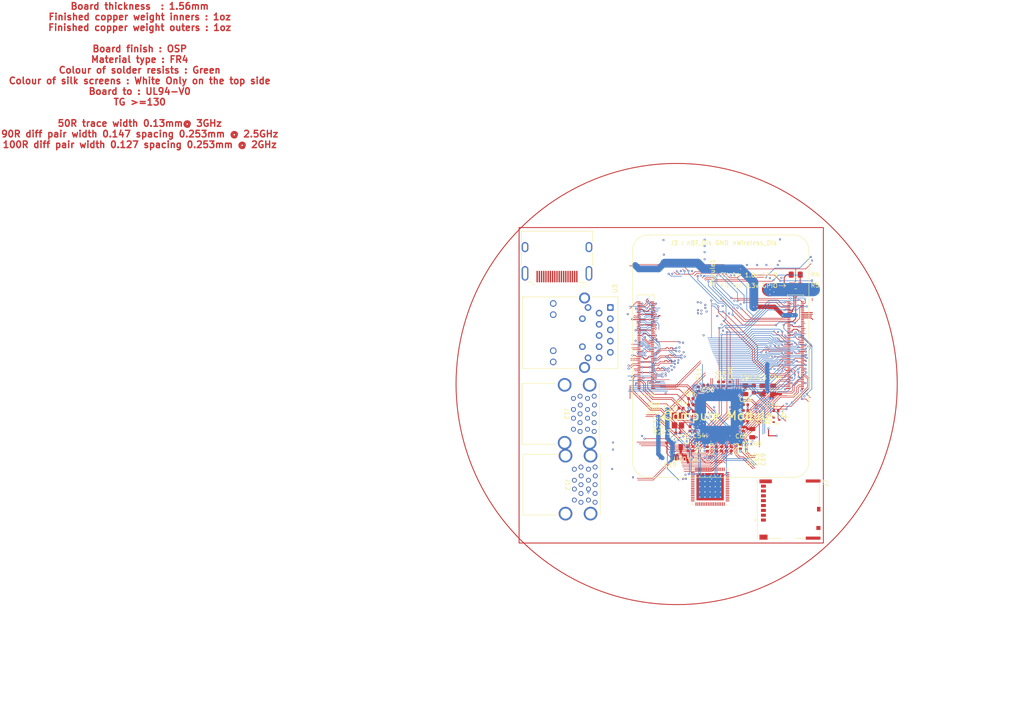
<source format=kicad_pcb>
(kicad_pcb (version 20211014) (generator pcbnew)
  (layers (0 "F.Cu" signal) (1 "In1.Cu" power) (2 "In2.Cu" power) (31 "B.Cu" signal) (34 "B.Paste" user) (35 "F.Paste" user) (36 "B.SilkS" user "B.Silkscreen") (37 "F.SilkS" user "F.Silkscreen") (38 "B.Mask" user) (39 "F.Mask" user) (44 "Edge.Cuts" user))
  (net 0 "")
  (net 1 "GND")
  (net 2 "Net-(C1-Pad1)")
  (net 3 "/xHCI-USB3/PEXTX_P")
  (net 4 "/xHCI-USB3/PEXTX_N")
  (net 5 "/CM4_HighSpeed/HDMI_5v")
  (net 6 "/xHCI-USB3/A3.3v")
  (net 7 "/xHCI-USB3/C1_N")
  (net 8 "/CM4_HighSpeed/CAM0_D0_N")
  (net 9 "/CM4_HighSpeed/CAM0_D0_P")
  (net 10 "/CM4_HighSpeed/CAM0_D1_N")
  (net 11 "/CM4_HighSpeed/CAM0_D1_P")
  (net 12 "/CM4_HighSpeed/CAM0_C_N")
  (net 13 "/CM4_HighSpeed/CAM0_C_P")
  (net 14 "/CM4_HighSpeed/PCIE_RX_P")
  (net 15 "/CM4_HighSpeed/PCIE_RX_N")
  (net 16 "/CM4_HighSpeed/CAM1_D3_P")
  (net 17 "/CM4_HighSpeed/CAM1_D3_N")
  (net 18 "/CM4_HighSpeed/CAM1_D2_P")
  (net 19 "/CM4_HighSpeed/CAM1_D2_N")
  (net 20 "/CM4_HighSpeed/CAM1_C_P")
  (net 21 "/CM4_HighSpeed/CAM1_C_N")
  (net 22 "/CM4_HighSpeed/CAM1_D1_P")
  (net 23 "/CM4_HighSpeed/CAM1_D1_N")
  (net 24 "/CM4_HighSpeed/CAM1_D0_P")
  (net 25 "/CM4_HighSpeed/CAM1_D0_N")
  (net 26 "/CM4_HighSpeed/DSI0_D0_N")
  (net 27 "/CM4_HighSpeed/DSI0_D0_P")
  (net 28 "/CM4_HighSpeed/DSI0_D1_N")
  (net 29 "/CM4_HighSpeed/DSI0_D1_P")
  (net 30 "/CM4_HighSpeed/DSI0_C_N")
  (net 31 "/CM4_HighSpeed/DSI0_C_P")
  (net 32 "/CM4_HighSpeed/DSI1_D3_P")
  (net 33 "/CM4_HighSpeed/DSI1_D3_N")
  (net 34 "/CM4_HighSpeed/DSI1_D2_P")
  (net 35 "/CM4_HighSpeed/DSI1_D2_N")
  (net 36 "/CM4_HighSpeed/DSI1_C_P")
  (net 37 "/CM4_HighSpeed/DSI1_C_N")
  (net 38 "/CM4_HighSpeed/DSI1_D1_P")
  (net 39 "/CM4_HighSpeed/DSI1_D1_N")
  (net 40 "/CM4_HighSpeed/DSI1_D0_P")
  (net 41 "/CM4_HighSpeed/DSI1_D0_N")
  (net 42 "/CM4_GPIO ( Ethernet, GPIO, SDCARD)/SD_DAT1")
  (net 43 "Net-(J7-Pad9)")
  (net 44 "/CM4_GPIO ( Ethernet, GPIO, SDCARD)/SD_DAT0")
  (net 45 "/CM4_GPIO ( Ethernet, GPIO, SDCARD)/SD_CLK")
  (net 46 "/CM4_GPIO ( Ethernet, GPIO, SDCARD)/SD_CMD")
  (net 47 "/CM4_GPIO ( Ethernet, GPIO, SDCARD)/SD_DAT3")
  (net 48 "/CM4_GPIO ( Ethernet, GPIO, SDCARD)/SD_DAT2")
  (net 49 "Net-(J7-Pad10)")
  (net 50 "/CM4_GPIO ( Ethernet, GPIO, SDCARD)/GPIO2")
  (net 51 "/CM4_GPIO ( Ethernet, GPIO, SDCARD)/GPIO3")
  (net 52 "/CM4_GPIO ( Ethernet, GPIO, SDCARD)/GPIO4")
  (net 53 "/CM4_GPIO ( Ethernet, GPIO, SDCARD)/GPIO14")
  (net 54 "/CM4_GPIO ( Ethernet, GPIO, SDCARD)/GPIO15")
  (net 55 "/CM4_GPIO ( Ethernet, GPIO, SDCARD)/GPIO17")
  (net 56 "/CM4_GPIO ( Ethernet, GPIO, SDCARD)/GPIO18")
  (net 57 "/CM4_GPIO ( Ethernet, GPIO, SDCARD)/GPIO27")
  (net 58 "/CM4_GPIO ( Ethernet, GPIO, SDCARD)/GPIO22")
  (net 59 "/CM4_GPIO ( Ethernet, GPIO, SDCARD)/GPIO23")
  (net 60 "/CM4_GPIO ( Ethernet, GPIO, SDCARD)/GPIO24")
  (net 61 "/CM4_GPIO ( Ethernet, GPIO, SDCARD)/GPIO10")
  (net 62 "/CM4_GPIO ( Ethernet, GPIO, SDCARD)/GPIO9")
  (net 63 "/CM4_GPIO ( Ethernet, GPIO, SDCARD)/GPIO25")
  (net 64 "/CM4_GPIO ( Ethernet, GPIO, SDCARD)/GPIO11")
  (net 65 "/CM4_GPIO ( Ethernet, GPIO, SDCARD)/GPIO8")
  (net 66 "/CM4_GPIO ( Ethernet, GPIO, SDCARD)/GPIO7")
  (net 67 "/CM4_GPIO ( Ethernet, GPIO, SDCARD)/GPIO5")
  (net 68 "/CM4_GPIO ( Ethernet, GPIO, SDCARD)/GPIO6")
  (net 69 "/CM4_GPIO ( Ethernet, GPIO, SDCARD)/GPIO12")
  (net 70 "/CM4_GPIO ( Ethernet, GPIO, SDCARD)/GPIO13")
  (net 71 "/CM4_GPIO ( Ethernet, GPIO, SDCARD)/GPIO16")
  (net 72 "/CM4_GPIO ( Ethernet, GPIO, SDCARD)/GPIO26")
  (net 73 "/CM4_GPIO ( Ethernet, GPIO, SDCARD)/GPIO20")
  (net 74 "/CM4_GPIO ( Ethernet, GPIO, SDCARD)/GPIO21")
  (net 75 "/CM4_GPIO ( Ethernet, GPIO, SDCARD)/TR1_TAP")
  (net 76 "/CM4_GPIO ( Ethernet, GPIO, SDCARD)/TR0_TAP")
  (net 77 "/CM4_GPIO ( Ethernet, GPIO, SDCARD)/TR3_TAP")
  (net 78 "/CM4_GPIO ( Ethernet, GPIO, SDCARD)/TR2_TAP")
  (net 79 "/CM4_HighSpeed/HDMI1_D2_P")
  (net 80 "/CM4_HighSpeed/HDMI1_D2_N")
  (net 81 "/CM4_HighSpeed/HDMI1_D1_P")
  (net 82 "/CM4_HighSpeed/HDMI1_D1_N")
  (net 83 "/CM4_HighSpeed/HDMI1_D0_P")
  (net 84 "/CM4_HighSpeed/HDMI1_D0_N")
  (net 85 "/CM4_HighSpeed/HDMI1_CK_P")
  (net 86 "/CM4_HighSpeed/HDMI1_CK_N")
  (net 87 "/CM4_HighSpeed/HDMI1_CEC")
  (net 88 "/CM4_GPIO ( Ethernet, GPIO, SDCARD)/GLOBAL_EN")
  (net 89 "/CM4_HighSpeed/HDMI1_SCL")
  (net 90 "/CM4_HighSpeed/HDMI1_SDA")
  (net 91 "/CM4_HighSpeed/HDMI1_HOTPLUG")
  (net 92 "/xHCI-USB3/VBUS")
  (net 93 "Net-(C27-Pad1)")
  (net 94 "/xHCI-USB3/A1.05v")
  (net 95 "/xHCI-USB3/C1_P")
  (net 96 "/xHCI-USB3/SSTX1_P")
  (net 97 "Net-(C14-Pad1)")
  (net 98 "/xHCI-USB3/SSTX1_N")
  (net 99 "/xHCI-USB3/C2_P")
  (net 100 "/xHCI-USB3/C2_N")
  (net 101 "/xHCI-USB3/PD4_P")
  (net 102 "/xHCI-USB3/PD4_N")
  (net 103 "/xHCI-USB3/PD3_P")
  (net 104 "/xHCI-USB3/PD3_N")
  (net 105 "/CM4_HighSpeed/HDMI0_HOTPLUG")
  (net 106 "/CM4_HighSpeed/HDMI0_SDA")
  (net 107 "/CM4_HighSpeed/HDMI0_SCL")
  (net 108 "/CM4_GPIO ( Ethernet, GPIO, SDCARD)/TV_OUT")
  (net 109 "/CM4_HighSpeed/HDMI0_CEC")
  (net 110 "/CM4_HighSpeed/HDMI0_CK_N")
  (net 111 "/CM4_HighSpeed/HDMI0_CK_P")
  (net 112 "/CM4_HighSpeed/HDMI0_D0_N")
  (net 113 "/CM4_HighSpeed/HDMI0_D0_P")
  (net 114 "/CM4_HighSpeed/HDMI0_D1_N")
  (net 115 "/CM4_HighSpeed/HDMI0_D1_P")
  (net 116 "/CM4_HighSpeed/HDMI0_D2_N")
  (net 117 "/CM4_HighSpeed/HDMI0_D2_P")
  (net 118 "/CM4_GPIO ( Ethernet, GPIO, SDCARD)/TRD1_P")
  (net 119 "/CM4_GPIO ( Ethernet, GPIO, SDCARD)/TRD3_N")
  (net 120 "/CM4_GPIO ( Ethernet, GPIO, SDCARD)/TRD1_N")
  (net 121 "/CM4_GPIO ( Ethernet, GPIO, SDCARD)/TRD2_N")
  (net 122 "/CM4_GPIO ( Ethernet, GPIO, SDCARD)/TRD0_N")
  (net 123 "/CM4_GPIO ( Ethernet, GPIO, SDCARD)/TRD2_P")
  (net 124 "/CM4_GPIO ( Ethernet, GPIO, SDCARD)/TRD0_P")
  (net 125 "/CM4_GPIO ( Ethernet, GPIO, SDCARD)/ETH_LEDG")
  (net 126 "/CM4_GPIO ( Ethernet, GPIO, SDCARD)/ETH_LEDY")
  (net 127 "/CM4_HighSpeed/CAM_GPIO")
  (net 128 "/CM4_GPIO ( Ethernet, GPIO, SDCARD)/nPWR_LED")
  (net 129 "/nEXTRST")
  (net 130 "/CM4_HighSpeed/SDA0")
  (net 131 "/CM4_HighSpeed/SCL0")
  (net 132 "Net-(R2-Pad1)")
  (net 133 "Net-(R3-Pad1)")
  (net 134 "/xHCI-USB3/PWR")
  (net 135 "/xHCI-USB3/nPWR")
  (net 136 "Net-(R23-Pad1)")
  (net 137 "/xHCI-USB3/nOCS1")
  (net 138 "/xHCI-USB3/SSRX1_N")
  (net 139 "/xHCI-USB3/PD2_P")
  (net 140 "/xHCI-USB3/SSRX2_P")
  (net 141 "/xHCI-USB3/PD1_N")
  (net 142 "/CM4_GPIO ( Ethernet, GPIO, SDCARD)/ID_SD")
  (net 143 "/CM4_GPIO ( Ethernet, GPIO, SDCARD)/ID_SC")
  (net 144 "/CM4_GPIO ( Ethernet, GPIO, SDCARD)/TRD3_P")
  (net 145 "/xHCI-USB3/PD1_P")
  (net 146 "/CM4_GPIO ( Ethernet, GPIO, SDCARD)/WL_nDis")
  (net 147 "/CM4_GPIO ( Ethernet, GPIO, SDCARD)/GPIO19")
  (net 148 "/+3.3v")
  (net 149 "/xHCI-USB3/SSRX1_P")
  (net 150 "/USB2/USBD_P")
  (net 151 "/CM4_GPIO ( Ethernet, GPIO, SDCARD)/SD_PWR")
  (net 152 "/USB2/USBD_N")
  (net 153 "/CM4_GPIO ( Ethernet, GPIO, SDCARD)/SD_PWR_ON")
  (net 155 "/CM4_HighSpeed/PCIE_TX_N")
  (net 156 "/CM4_HighSpeed/PCIE_TX_P")
  (net 157 "Net-(Module1-Pad21)")
  (net 158 "/CM4_HighSpeed/PCIE_CLK_N")
  (net 159 "/CM4_HighSpeed/PCIE_CLK_P")
  (net 160 "/CM4_HighSpeed/PCIE_nRST")
  (net 163 "/CM4_HighSpeed/PCIE_CLK_nREQ")
  (net 164 "/CM4_HighSpeed/USBOTG_ID")
  (net 165 "/CM4_GPIO ( Ethernet, GPIO, SDCARD)/GPIO_VREF")
  (net 167 "/CM4_GPIO ( Ethernet, GPIO, SDCARD)/SYNC_OUT")
  (net 168 "/CM4_GPIO ( Ethernet, GPIO, SDCARD)/SYNC_IN")
  (net 169 "/CM4_GPIO ( Ethernet, GPIO, SDCARD)/AIN0")
  (net 170 "/CM4_GPIO ( Ethernet, GPIO, SDCARD)/AIN1")
  (net 171 "/CM4_GPIO ( Ethernet, GPIO, SDCARD)/+1.8v")
  (net 172 "/CM4_GPIO ( Ethernet, GPIO, SDCARD)/RUN_PG")
  (net 173 "Net-(J2-Pad13)")
  (net 174 "/CM4_GPIO ( Ethernet, GPIO, SDCARD)/EEPROM_nWP")
  (net 177 "/+5v")
  (net 179 "/CM4_GPIO ( Ethernet, GPIO, SDCARD)/nRPIBOOT")
  (net 193 "/CM4_GPIO ( Ethernet, GPIO, SDCARD)/BT_nDis")
  (net 195 "/CM4_GPIO ( Ethernet, GPIO, SDCARD)/Reserved")
  (net 203 "/xHCI-USB3/SSTX2_P")
  (net 204 "/xHCI-USB3/SSTX2_N")
  (net 205 "/xHCI-USB3/SSRX2_N")
  (net 206 "/xHCI-USB3/PD2_N")
  (footprint "Resistor_SMD:R_0402_1005Metric" (layer "F.Cu") (at 166.75 116.635 90)
    (fp_text reference "R3")
    (fp_text value "470R")
  )
  (footprint "Resistor_SMD:R_0402_1005Metric" (layer "F.Cu") (at 165.05 116.55 90)
    (fp_text reference "R2")
    (fp_text value "470R")
  )
  (footprint "CM4IO:TRJG0926HENL" (layer "F.Cu") (at 145.0625 92.17 -90)
    (fp_text reference "U3")
    (fp_text value "MagJack-A70-112-331N126")
  )
  (footprint "CM4IO:EDAC 690-019-298-412" (layer "F.Cu") (at 141.855 78.70675 180)
    (fp_text reference "J22")
    (fp_text value "690-019-298-412" hide)
  )
  (footprint "Resistor_SMD:R_0805_2012Metric_Pad1.15x1.40mm_HandSolder" (layer "F.Cu") (at 196 79)
    (fp_text reference "R4")
    (fp_text value "nf")
  )
  (footprint "Resistor_SMD:R_0805_2012Metric_Pad1.15x1.40mm_HandSolder" (layer "F.Cu") (at 196 81.5)
    (fp_text reference "R5")
    (fp_text value "0R")
  )
  (footprint "CM4IO:SDCARD_MOLEX_503398-1892" (layer "F.Cu") (at 194.31 132.29 90)
    (fp_text reference "J7")
    (fp_text value "Micro_SD_Card_Det")
  )
  (footprint "Capacitor_SMD:C_0805_2012Metric" (layer "F.Cu") (at 184.575 105.150002 -90)
    (fp_text reference "C9")
    (fp_text value "10u")
  )
  (footprint "Capacitor_SMD:C_0402_1005Metric" (layer "F.Cu") (at 178.5 103.8175 90)
    (fp_text reference "C6")
    (fp_text value "100n")
  )
  (footprint "CM4IO:MTCONN_UBAF30-D2011" (layer "F.Cu") (at 143.79 126.64 -90)
    (fp_text reference "J12")
    (fp_text value "USB3_A")
  )
  (footprint "Capacitor_SMD:C_0402_1005Metric" (layer "F.Cu") (at 175.979374 118.531469 -90)
    (fp_text reference "C10")
    (fp_text value "100n")
  )
  (footprint "Capacitor_SMD:C_0402_1005Metric" (layer "F.Cu") (at 174 104.95 90)
    (fp_text reference "C11")
    (fp_text value "100n")
  )
  (footprint "Capacitor_SMD:C_0402_1005Metric" (layer "F.Cu") (at 184.6375 109.8125)
    (fp_text reference "C50")
    (fp_text value "100n")
  )
  (footprint "Capacitor_SMD:C_0402_1005Metric" (layer "F.Cu") (at 179.175 118.525 90)
    (fp_text reference "C68")
    (fp_text value "100n")
  )
  (footprint "CM4IO:MTCONN_UBAF30-D2011" (layer "F.Cu") (at 143.59 110.57 -90)
    (fp_text reference "J12")
    (fp_text value "USB3_A")
  )
  (footprint "Package_TO_SOT_SMD:SOT-523" (layer "F.Cu") (at 191.65 111.95)
    (fp_text reference "Q2")
    (fp_text value "DMG1012T")
  )
  (footprint "Capacitor_SMD:C_0402_1005Metric" (layer "F.Cu") (at 184.6375 108.5125)
    (fp_text reference "C26")
    (fp_text value "100n")
  )
  (footprint "Package_DFN_QFN:QFN-68-1EP_8x8mm_P0.4mm_EP5.2x5.2mm_ThermalVias" (layer "F.Cu") (at 176.5875 127.1075 180)
    (fp_text reference "U10")
    (fp_text value "VL805")
  )
  (footprint "Capacitor_SMD:C_0402_1005Metric" (layer "F.Cu") (at 172.775 110.55 90)
    (fp_text reference "C55")
    (fp_text value "100n")
  )
  (footprint "Capacitor_SMD:C_0402_1005Metric" (layer "F.Cu") (at 184.6125 112.2375)
    (fp_text reference "C33")
    (fp_text value "100n")
  )
  (footprint "Capacitor_SMD:C_0805_2012Metric" (layer "F.Cu") (at 188.45 105.175002 90)
    (fp_text reference "C3")
    (fp_text value "10u")
  )
  (footprint "Resistor_SMD:R_0402_1005Metric" (layer "F.Cu") (at 173.1625 113.9625 -90)
    (fp_text reference "R23")
    (fp_text value "6.04K")
  )
  (footprint "Capacitor_SMD:C_0805_2012Metric" (layer "F.Cu") (at 169.9125 120.425 180)
    (fp_text reference "C17")
    (fp_text value "10u")
  )
  (footprint "Resistor_SMD:R_0402_1005Metric" (layer "F.Cu") (at 172.1825 107.1025)
    (fp_text reference "R24")
    (fp_text value "15K 1%")
  )
  (footprint "Capacitor_SMD:C_0402_1005Metric" (layer "F.Cu") (at 171.65 110.55 90)
    (fp_text reference "C30")
    (fp_text value "100n")
  )
  (footprint "Capacitor_SMD:C_0402_1005Metric" (layer "F.Cu") (at 180.3 118.525 90)
    (fp_text reference "C69")
    (fp_text value "100n")
  )
  (footprint "Inductor_SMD:L_0603_1608Metric" (layer "F.Cu") (at 186.5 104.975002 90)
    (fp_text reference "L1")
    (fp_text value "BLM18AG221SN1")
  )
  (footprint "Capacitor_SMD:C_0805_2012Metric" (layer "F.Cu") (at 186.15 114.95 -90)
    (fp_text reference "C45")
    (fp_text value "10u")
  )
  (footprint "Capacitor_SMD:C_0402_1005Metric" (layer "F.Cu") (at 174.075 116.575 180)
    (fp_text reference "C54")
    (fp_text value "100n")
  )
  (footprint "Capacitor_SMD:C_0402_1005Metric" (layer "F.Cu") (at 172.0125 113.963964 -90)
    (fp_text reference "C32")
    (fp_text value "100n")
  )
  (footprint "Resistor_SMD:R_0402_1005Metric" (layer "F.Cu") (at 191.535 109.85)
    (fp_text reference "R15")
    (fp_text value "15K 1%")
  )
  (footprint "Capacitor_SMD:C_0805_2012Metric" (layer "F.Cu") (at 190.89 105.14 90)
    (fp_text reference "C44")
    (fp_text value "10u")
  )
  (footprint "CM4IO:Raspberry-Pi-4-Compute-Module" (layer "F.Cu") (at 195.5 73.5 180)
    (fp_text reference "Module1")
    (fp_text value "ComputeModule4")
  )
  (footprint "Capacitor_SMD:C_0402_1005Metric" (layer "F.Cu") (at 169.3 114.8875 180)
    (fp_text reference "C27")
    (fp_text value "22pF")
  )
  (footprint "Capacitor_SMD:C_0402_1005Metric" (layer "F.Cu") (at 181.1 103.835 90)
    (fp_text reference "C48")
    (fp_text value "100n")
  )
  (footprint "Capacitor_SMD:C_0402_1005Metric" (layer "F.Cu") (at 170.010526 109.289649)
    (fp_text reference "C14")
    (fp_text value "22pF")
  )
  (footprint "Capacitor_SMD:C_0402_1005Metric" (layer "F.Cu") (at 184.1625 114.0375 -90)
    (fp_text reference "C65")
    (fp_text value "100n")
  )
  (footprint "Resistor_SMD:R_0402_1005Metric" (layer "F.Cu") (at 172.225 108.525)
    (fp_text reference "R14")
    (fp_text value "15K 1%")
  )
  (footprint "Capacitor_SMD:C_0402_1005Metric" (layer "F.Cu") (at 175.599474 104.077131 180)
    (fp_text reference "C56")
    (fp_text value "100n")
  )
  (footprint "Capacitor_SMD:C_0402_1005Metric" (layer "F.Cu") (at 181.4 118.525 -90)
    (fp_text reference "C53")
    (fp_text value "100n")
  )
  (footprint "Capacitor_SMD:C_0402_1005Metric" (layer "F.Cu") (at 179.625 103.8175 90)
    (fp_text reference "C4")
    (fp_text value "100n")
  )
  (footprint "Capacitor_SMD:C_0805_2012Metric" (layer "F.Cu") (at 168.9975 118.1575 180)
    (fp_text reference "C19")
    (fp_text value "10u")
  )
  (footprint "Capacitor_SMD:C_0402_1005Metric" (layer "F.Cu") (at 183.475 118 -90)
    (fp_text reference "C25")
    (fp_text value "100n")
  )
  (footprint "Crystal:Crystal_SMD_SeikoEpson_FA238-4Pin_3.2x2.5mm" (layer "F.Cu") (at 169.300001 112.087499 -90)
    (fp_text reference "Y1")
    (fp_text value "25MHz")
  )
  (footprint "Capacitor_SMD:C_0402_1005Metric" (layer "F.Cu") (at 172.725 118.475 90)
    (fp_text reference "C67")
    (fp_text value "100n")
  )
  (footprint "Capacitor_SMD:C_0402_1005Metric" (layer "F.Cu") (at 178.05 118.525 -90)
    (fp_text reference "C63")
    (fp_text value "100n")
  )
  (footprint "Capacitor_SMD:C_0402_1005Metric" (layer "F.Cu") (at 171.575 118.475 90)
    (fp_text reference "C66")
    (fp_text value "100n")
  )
  (gr_rect (start 133.26 68.32) (end 202.28 139.88) (layer "F.Cu") (width 0.2) (fill none))
  (gr_circle (center 169 103.81) (end 207.84 72.26) (layer "F.Cu") (width 0.2) (fill none))
  (gr_line (start 192.2 81.5) (end 193.7 81.5) (layer "F.SilkS") (width 0.12))
  (gr_line (start 193.7 81.5) (end 193.3 81.9) (layer "F.SilkS") (width 0.12))
  (gr_line (start 193.7 81.5) (end 193.3 81.1) (layer "F.SilkS") (width 0.12))
  (gr_line (start 193.3 81.1) (end 193.7 81.5) (layer "F.SilkS") (width 0.12))
  (gr_text "Board thickness  : 1.56mm\nFinished copper weight inners : 1oz\nFinished copper weight outers : 1oz\n\nBoard finish : OSP\nMaterial type : FR4\nColour of solder resists : Green\nColour of silk screens : White Only on the top side\nBoard to : UL94-V0\nTG >=130\n\n50R trace width 0.13mm@ 3GHz\n90R diff pair width 0.147 spacing 0.253mm @ 2.5GHz\n100R diff pair width 0.127 spacing 0.253mm @ 2GHz" (at 47.2 33.8) (layer "F.Cu") (effects (font (size 1.5 1.5) (thickness 0.3))))
  (gr_text "Fit for 3.3v GPIO " (at 185.8 81.5) (layer "F.SilkS") (effects (font (size 1 1))))
  (gr_text "nWireless_Dis" (at 186.7 71.8) (layer "F.SilkS") (effects (font (size 1 1))))
  (gr_text "Fit for 1.8v GPIO" (at 185.4 79.1) (layer "F.SilkS") (effects (font (size 1 1))))
  (gr_text "J3 : nBT_Dis GND " (at 174.55 71.8) (layer "F.SilkS") (effects (font (size 1 1))))
  (gr_text "Compute Module 4" (at 180.1 111) (layer "F.SilkS") (effects (font (size 2 2) (thickness 0.3))))
  (segment (start 195.177576 98.8) (end 195.1808 98.796776) (width 0.2) (layer "F.Cu") (net 1))
  (segment (start 195.47999 90.8) (end 196.8 90.8) (width 0.2) (layer "F.Cu") (net 1))
  (segment (start 160.5 89.2) (end 159 89.2) (width 0.2) (layer "F.Cu") (net 1))
  (segment (start 185.0875 112.2475) (end 185.0975 112.2375) (width 0.23) (layer "F.Cu") (net 1))
  (segment (start 197.5 96.4) (end 198.27638 96.4) (width 0.2) (layer "F.Cu") (net 1))
  (segment (start 185.1225 109.8125) (end 185.1225 109.1725) (width 0.147) (layer "F.Cu") (net 1))
  (segment (start 194.42 92) (end 195.1 92) (width 0.2) (layer "F.Cu") (net 1))
  (segment (start 162.453939 87.3) (end 162.938528 86.815411) (width 0.2) (layer "F.Cu") (net 1))
  (segment (start 159.8 103.63001) (end 159.675 103.75501) (width 0.13) (layer "F.Cu") (net 1))
  (segment (start 184.575 106.087502) (end 183.807488 106.087502) (width 0.5) (layer "F.Cu") (net 1))
  (segment (start 161.2 100) (end 162.88999 100) (width 0.23) (layer "F.Cu") (net 1))
  (segment (start 163.6 88) (end 164.28999 88) (width 0.2) (layer "F.Cu") (net 1))
  (segment (start 172.775 109.95) (end 172.25 109.425) (width 0.23) (layer "F.Cu") (net 1))
  (segment (start 162.909337 94) (end 162.901867 93.99253) (width 0.2) (layer "F.Cu") (net 1))
  (segment (start 176.615 125.2) (end 176.8 125.385) (width 0.13) (layer "F.Cu") (net 1))
  (segment (start 160.5 98.8) (end 161.2 98.8) (width 0.2) (layer "F.Cu") (net 1))
  (segment (start 163.6 86.8) (end 162.953939 86.8) (width 0.2) (layer "F.Cu") (net 1))
  (segment (start 170.25 109.9875) (end 170.25 110.8375) (width 0.23) (layer "F.Cu") (net 1))
  (segment (start 196.3 91.4) (end 196.3 91.41137) (width 0.2) (layer "F.Cu") (net 1))
  (segment (start 168.06 119.51) (end 168.975 120.425) (width 0.5) (layer "F.Cu") (net 1))
  (segment (start 160.5 100) (end 161.2 100) (width 0.2) (layer "F.Cu") (net 1))
  (segment (start 183.5275 114.5225) (end 183.5225 114.5225) (width 0.147) (layer "F.Cu") (net 1))
  (segment (start 163.6 92.8) (end 164.28999 92.8) (width 0.2) (layer "F.Cu") (net 1))
  (segment (start 163.58 91.6) (end 162.9 91.6) (width 0.2) (layer "F.Cu") (net 1))
  (segment (start 161.18999 97.6) (end 161.2 97.61001) (width 0.2) (layer "F.Cu") (net 1))
  (segment (start 196.9 102.4) (end 196.7 102.2) (width 0.2) (layer "F.Cu") (net 1))
  (segment (start 185.0975 112.2375) (end 185.0975 112.9275) (width 0.147) (layer "F.Cu") (net 1))
  (segment (start 198 98.4) (end 197.5 98.4) (width 0.2) (layer "F.Cu") (net 1))
  (segment (start 174 104.465) (end 173.66 104.465) (width 0.23) (layer "F.Cu") (net 1))
  (segment (start 162.7 97.6) (end 162.9 97.6) (width 0.2) (layer "F.Cu") (net 1))
  (segment (start 159.675 103.75501) (end 159.675 104.25) (width 0.13) (layer "F.Cu") (net 1))
  (segment (start 175.35 118.975) (end 175.391469 119.016469) (width 0.13) (layer "F.Cu") (net 1))
  (segment (start 172.25 109.515) (end 172.25 109.425) (width 0.13) (layer "F.Cu") (net 1))
  (segment (start 164.290645 102.4) (end 164.300655 102.41001) (width 0.2) (layer "F.Cu") (net 1))
  (segment (start 159.83001 103.6) (end 159.8 103.63001) (width 0.2) (layer "F.Cu") (net 1))
  (segment (start 198.3 98.6) (end 198.1 98.4) (width 0.2) (layer "F.Cu") (net 1))
  (segment (start 160.5 91.6) (end 162.9 91.6) (width 0.2) (layer "F.Cu") (net 1))
  (segment (start 193.9 104.8) (end 193.7 105) (width 0.2) (layer "F.Cu") (net 1))
  (segment (start 197.5 103.6) (end 198.194979 103.6) (width 0.2) (layer "F.Cu") (net 1))
  (segment (start 172.55 114.975) (end 172.635 114.975) (width 0.23) (layer "F.Cu") (net 1))
  (segment (start 172.775 110.065) (end 172.775 109.95) (width 0.23) (layer "F.Cu") (net 1))
  (segment (start 163.6 90.4) (end 164.28999 90.4) (width 0.2) (layer "F.Cu") (net 1))
  (segment (start 173.66 104.465) (end 173.425 104.7) (width 0.23) (layer "F.Cu") (net 1))
  (segment (start 161.18999 85.6) (end 161.2 85.58999) (width 0.2) (layer "F.Cu") (net 1))
  (segment (start 194.42 96.8) (end 193.6 96.8) (width 0.2) (layer "F.Cu") (net 1))
  (segment (start 198 98.4) (end 198.1 98.4) (width 0.13) (layer "F.Cu") (net 1))
  (segment (start 185.0875 112.9375) (end 185.0875 112.2475) (width 0.23) (layer "F.Cu") (net 1))
  (segment (start 172.25 109.465) (end 171.65 110.065) (width 0.23) (layer "F.Cu") (net 1))
  (segment (start 178.05 119.01) (end 178.05 119.675) (width 0.13) (layer "F.Cu") (net 1))
  (segment (start 181.4 119.01) (end 181.4 119.65) (width 0.13) (layer "F.Cu") (net 1))
  (segment (start 173.59 116.575) (end 173.59 117.14) (width 0.13) (layer "F.Cu") (net 1))
  (segment (start 185.0975 112.9275) (end 185.0875 112.9375) (width 0.147) (layer "F.Cu") (net 1))
  (segment (start 163.6 103.6) (end 162.93001 103.6) (width 0.2) (layer "F.Cu") (net 1))
  (segment (start 170.25 109.9875) (end 170.25 109.535175) (width 0.147) (layer "F.Cu") (net 1))
  (segment (start 194.42 100.8) (end 193.9 100.8) (width 0.2) (layer "F.Cu") (net 1))
  (segment (start 196.88863 92) (end 196.825453 91.936823) (width 0.2) (layer "F.Cu") (net 1))
  (segment (start 160.5 88) (end 161.2 88) (width 0.2) (layer "F.Cu") (net 1))
  (segment (start 194.42 96.8) (end 195.2 96.8) (width 0.2) (layer "F.Cu") (net 1))
  (segment (start 164.28999 90.4) (end 164.3 90.41001) (width 0.2) (layer "F.Cu") (net 1))
  (segment (start 193.7 105) (end 193.6 105) (width 0.2) (layer "F.Cu") (net 1))
  (segment (start 194.42 94.8) (end 193.6 94.8) (width 0.2) (layer "F.Cu") (net 1))
  (segment (start 198.257418 100.4) (end 198.219139 100.361721) (width 0.13) (layer "F.Cu") (net 1))
  (segment (start 194.42 100.8) (end 195.019942 100.8) (width 0.2) (layer "F.Cu") (net 1))
  (segment (start 170.25 109.535175) (end 170.495526 109.289649) (width 0.147) (layer "F.Cu") (net 1))
  (segment (start 197.5 100.4) (end 198.18086 100.4) (width 0.2) (layer "F.Cu") (net 1))
  (segment (start 160.65 96.4) (end 161.2 96.4) (width 0.2) (layer "F.Cu") (net 1))
  (segment (start 160.5 86.8) (end 159.9 86.8) (width 0.2) (layer "F.Cu") (net 1))
  (segment (start 161.5 92.4) (end 162.1 92.4) (width 0.2) (layer "F.Cu") (net 1))
  (segment (start 161.2 90.4) (end 163.58 90.4) (width 0.2) (layer "F.Cu") (net 1))
  (segment (start 160.5 95.2) (end 161.2 95.2) (width 0.2) (layer "F.Cu") (net 1))
  (segment (start 161.5 97.9) (end 161.7 98.1) (width 0.2) (layer "F.Cu") (net 1))
  (segment (start 164 103.6) (end 164.225 103.375) (width 0.13) (layer "F.Cu") (net 1))
  (segment (start 161.7 98.1) (end 162.2 98.1) (width 0.2) (layer "F.Cu") (net 1))
  (segment (start 197.5 94.4) (end 196.742415 94.4) (width 0.2) (layer "F.Cu") (net 1))
  (segment (start 195.1 90.42001) (end 195.47999 90.8) (width 0.2) (layer "F.Cu") (net 1))
  (segment (start 172.023964 114.448964) (end 172.55 114.975) (width 0.13) (layer "F.Cu") (net 1))
  (segment (start 194.42 93.2) (end 193.892998 93.2) (width 0.13) (layer "F.Cu") (net 1))
  (segment (start 159 89.2) (end 158.9 89.1) (width 0.2) (layer "F.Cu") (net 1))
  (segment (start 172.55 114.975) (end 172.538536 114.975) (width 0.23) (layer "F.Cu") (net 1))
  (segment (start 159.63501 97.31001) (end 159 97.31001) (width 0.13) (layer "F.Cu") (net 1))
  (segment (start 194.42 104.8) (end 193.9 104.8) (width 0.2) (layer "F.Cu") (net 1))
  (segment (start 161.2 88) (end 163.58 88) (width 0.2) (layer "F.Cu") (net 1))
  (segment (start 168.06 118.1575) (end 168.06 119.51) (width 0.5) (layer "F.Cu") (net 1))
  (segment (start 197.5 93.2) (end 196.8 93.2) (width 0.2) (layer "F.Cu") (net 1))
  (segment (start 161.475 102.4) (end 161.45 102.425) (width 0.13) (layer "F.Cu") (net 1))
  (segment (start 161.85 102.4) (end 161.475 102.4) (width 0.13) (layer "F.Cu") (net 1))
  (segment (start 189.8375 115.55) (end 189.8375 113.9125) (width 0.23) (layer "F.Cu") (net 1))
  (segment (start 195.2 96.8) (end 195.1 96.8) (width 0.13) (layer "F.Cu") (net 1))
  (segment (start 183.807488 106.087502) (end 183.44499 106.45) (width 0.5) (layer "F.Cu") (net 1))
  (segment (start 176.8 125.385) (end 176.925 125.385) (width 0.13) (layer "F.Cu") (net 1))
  (segment (start 162.2 98.1) (end 162.7 97.6) (width 0.2) (layer "F.Cu") (net 1))
  (segment (start 176.25 125.2) (end 176.615 125.2) (width 0.13) (layer "F.Cu") (net 1))
  (segment (start 195.1 91.8) (end 195.5 91.4) (width 0.2) (layer "F.Cu") (net 1))
  (segment (start 195.08499 85.6) (end 195.1 85.58499) (width 0.2) (layer "F.Cu") (net 1))
  (segment (start 197.5 96.4) (end 196.7 96.4) (width 0.2) (layer "F.Cu") (net 1))
  (segment (start 189.8375 115.55) (end 191.675 115.55) (width 0.23) (layer "F.Cu") (net 1))
  (segment (start 163.6 94) (end 162.909337 94) (width 0.2) (layer "F.Cu") (net 1))
  (segment (start 193.644988 92.95199) (end 193.644988 92.8) (width 0.13) (layer "F.Cu") (net 1))
  (segment (start 198.3 100.4) (end 198.257418 100.4) (width 0.13) (layer "F.Cu") (net 1))
  (segment (start 194.42 98.8) (end 195.177576 98.8) (width 0.2) (layer "F.Cu") (net 1))
  (segment (start 164.28999 88) (end 164.3 88.01001) (width 0.2) (layer "F.Cu") (net 1))
  (segment (start 195.5 91.4) (end 196.3 91.4) (width 0.2) (layer "F.Cu") (net 1))
  (segment (start 161.48999 97.9) (end 161.5 97.9) (width 0.2) (layer "F.Cu") (net 1))
  (segment (start 160.5 92.8) (end 161.2 92.8) (width 0.2) (layer "F.Cu") (net 1))
  (segment (start 194.42 102.4) (end 195.1 102.4) (width 0.2) (layer "F.Cu") (net 1))
  (segment (start 198.18086 100.4) (end 198.219139 100.361721) (width 0.2) (layer "F.Cu") (net 1))
  (segment (start 197.5 105.074144) (end 197.319153 105.254991) (width 0.2) (layer "F.Cu") (net 1))
  (segment (start 172.635 114.975) (end 173.1625 114.4475) (width 0.23) (layer "F.Cu") (net 1))
  (segment (start 172.25 109.425) (end 171.65 110.025) (width 0.13) (layer "F.Cu") (net 1))
  (segment (start 161.2 92.7) (end 161.5 92.4) (width 0.2) (layer "F.Cu") (net 1))
  (segment (start 183.5225 114.5225) (end 183.5125 114.5125) (width 0.147) (layer "F.Cu") (net 1))
  (segment (start 172.538536 114.975) (end 172.0125 114.448964) (width 0.23) (layer "F.Cu") (net 1))
  (segment (start 163.58 101.2) (end 162.91001 101.2) (width 0.2) (layer "F.Cu") (net 1))
  (segment (start 163.58 103.6) (end 164 103.6) (width 0.13) (layer "F.Cu") (net 1))
  (segment (start 160.5 86.8) (end 161.1 86.8) (width 0.2) (layer "F.Cu") (net 1))
  (segment (start 193.892998 93.2) (end 193.644988 92.95199) (width 0.13) (layer "F.Cu") (net 1))
  (segment (start 198.27638 96.4) (end 198.326926 96.450546) (width 0.2) (layer "F.Cu") (net 1))
  (segment (start 194.42 85.6) (end 195.08499 85.6) (width 0.2) (layer "F.Cu") (net 1))
  (segment (start 194.42 94.8) (end 195.2 94.8) (width 0.2) (layer "F.Cu") (net 1))
  (segment (start 173.59 117.14) (end 173.675 117.225) (width 0.13) (layer "F.Cu") (net 1))
  (segment (start 194.42 90.4) (end 195.07999 90.4) (width 0.2) (layer "F.Cu") (net 1))
  (segment (start 187.15 115.875) (end 186.1625 115.875) (width 0.23) (layer "F.Cu") (net 1))
  (segment (start 172.8 110.065) (end 172.25 109.515) (width 0.13) (layer "F.Cu") (net 1))
  (segment (start 185.1225 109.1725) (end 185.1125 109.1625) (width 0.147) (layer "F.Cu") (net 1))
  (segment (start 173.8725 114.4475) (end 173.875 114.45) (width 0.13) (layer "F.Cu") (net 1))
  (segment (start 161.45 102.425) (end 161.425 102.4) (width 0.2) (layer "F.Cu") (net 1))
  (segment (start 161.6 87.3) (end 162.453939 87.3) (width 0.2) (layer "F.Cu") (net 1))
  (segment (start 197.5 104.8) (end 197.5 105.074144) (width 0.2) (layer "F.Cu") (net 1))
  (segment (start 168.815 114.2025) (end 168.815 114.8875) (width 0.147) (layer "F.Cu") (net 1))
  (segment (start 159.9 86.8) (end 159.8 86.7) (width 0.2) (layer "F.Cu") (net 1))
  (segment (start 170.264474 125.535526) (end 170.5 125.3) (width 0.13) (layer "F.Cu") (net 1))
  (segment (start 161.1 86.8) (end 161.6 87.3) (width 0.2) (layer "F.Cu") (net 1))
  (segment (start 163.58 98.8) (end 162.9 98.8) (width 0.2) (layer "F.Cu") (net 1))
  (segment (start 170.100001 110.137499) (end 170.100001 110.987499) (width 0.147) (layer "F.Cu") (net 1))
  (segment (start 168.815 113.502498) (end 168.500001 113.187499) (width 0.23) (layer "F.Cu") (net 1))
  (segment (start 163.6 85.6) (end 164.28999 85.6) (width 0.2) (layer "F.Cu") (net 1))
  (segment (start 164.28999 85.6) (end 164.3 85.58999) (width 0.2) (layer "F.Cu") (net 1))
  (segment (start 163.6 102.4) (end 164.290645 102.4) (width 0.2) (layer "F.Cu") (net 1))
  (segment (start 161.2 98.8) (end 162.9 98.8) (width 0.23) (layer "F.Cu") (net 1))
  (segment (start 164.28999 92.8) (end 164.3 92.81001) (width 0.2) (layer "F.Cu") (net 1))
  (segment (start 160.5 85.6) (end 161.18999 85.6) (width 0.2) (layer "F.Cu") (net 1))
  (segment (start 185.1225 108.5125) (end 185.1225 109.1525) (width 0.147) (layer "F.Cu") (net 1))
  (segment (start 196.742415 94.4) (end 196.732552 94.390137) (width 0.2) (layer "F.Cu") (net 1))
  (segment (start 195.07999 90.4) (end 195.1 90.42001) (width 0.2) (layer "F.Cu") (net 1))
  (segment (start 175.114474 104.077131) (end 175.114474 103.685526) (width 0.13) (layer "F.Cu") (net 1))
  (segment (start 160.5 91.6) (end 159.7 91.6) (width 0.2) (layer "F.Cu") (net 1))
  (segment (start 196.3 91.41137) (end 196.825453 91.936823) (width 0.2) (layer "F.Cu") (net 1))
  (segment (start 163.6 89.2) (end 162.9 89.2) (width 0.2) (layer "F.Cu") (net 1))
  (segment (start 162.93001 103.6) (end 162.9 103.56999) (width 0.2) (layer "F.Cu") (net 1))
  (segment (start 162.88999 100) (end 162.9 99.98999) (width 0.23) (layer "F.Cu") (net 1))
  (segment (start 189.8375 113.9125) (end 189.825 113.9) (width 0.23) (layer "F.Cu") (net 1))
  (segment (start 194.42 98.8) (end 193.542722 98.8) (width 0.2) (layer "F.Cu") (net 1))
  (segment (start 165.125 103.375) (end 165.25 103.375) (width 0.13) (layer "F.Cu") (net 1))
  (segment (start 160.5 101.2) (end 162.9 101.2) (width 0.2) (layer "F.Cu") (net 1))
  (segment (start 160.5 89.2) (end 162.9 89.2) (width 0.2) (layer "F.Cu") (net 1))
  (segment (start 170.25 110.8375) (end 170.100001 110.987499) (width 0.23) (layer "F.Cu") (net 1))
  (segment (start 160.5 103.6) (end 159.83001 103.6) (width 0.2) (layer "F.Cu") (net 1))
  (segment (start 197.5 90.8) (end 196.8 90.8) (width 0.2) (layer "F.Cu") (net 1))
  (segment (start 184.1625 114.5225) (end 183.5275 114.5225) (width 0.147) (layer "F.Cu") (net 1))
  (segment (start 195.019942 100.8) (end 195.226569 101.006627) (width 0.2) (layer "F.Cu") (net 1))
  (segment (start 197.5 102.4) (end 196.9 102.4) (width 0.2) (layer "F.Cu") (net 1))
  (segment (start 172.25 109.425) (end 172.25 109.465) (width 0.23) (layer "F.Cu") (net 1))
  (segment (start 183.475 118.485) (end 183.475 119.125) (width 0.13) (layer "F.Cu") (net 1))
  (segment (start 162.91001 101.2) (end 162.9 101.21001) (width 0.2) (layer "F.Cu") (net 1))
  (segment (start 196.6 102.1) (end 196.7 102.2) (width 0.13) (layer "F.Cu") (net 1))
  (segment (start 159.925 97.6) (end 160.5 97.6) (width 0.13) (layer "F.Cu") (net 1))
  (segment (start 193.542722 98.8) (end 193.516744 98.774022) (width 0.2) (layer "F.Cu") (net 1))
  (segment (start 159.925 97.6) (end 159.63501 97.31001) (width 0.13) (layer "F.Cu") (net 1))
  (segment (start 160.5 97.6) (end 161.18999 97.6) (width 0.2) (layer "F.Cu") (net 1))
  (segment (start 193.9 100.8) (end 193.6 100.5) (width 0.2) (layer "F.Cu") (net 1))
  (segment (start 170.25 109.9875) (end 170.100001 110.137499) (width 0.147) (layer "F.Cu") (net 1))
  (segment (start 168.815 113.502498) (end 168.815 114.2025) (width 0.147) (layer "F.Cu") (net 1))
  (segment (start 162.5 92.8) (end 163.58 92.8) (width 0.2) (layer "F.Cu") (net 1))
  (segment (start 163.58999 99.98999) (end 162.9 99.98999) (width 0.2) (layer "F.Cu") (net 1))
  (segment (start 161.425 102.4) (end 160.5 102.4) (width 0.2) (layer "F.Cu") (net 1))
  (segment (start 195.1 92) (end 195.1 91.8) (width 0.2) (layer "F.Cu") (net 1))
  (segment (start 173.0775 114.4475) (end 172.55 114.975) (width 0.13) (layer "F.Cu") (net 1))
  (segment (start 164.225 103.375) (end 165.125 103.375) (width 0.13) (layer "F.Cu") (net 1))
  (segment (start 160.5 90.4) (end 161.2 90.4) (width 0.2) (layer "F.Cu") (net 1))
  (segment (start 173.1625 114.4475) (end 173.8725 114.4475) (width 0.13) (layer "F.Cu") (net 1))
  (segment (start 161.2 96.4) (end 161.3 96.3) (width 0.13) (layer "F.Cu") (net 1))
  (segment (start 194.42 103.6) (end 195.1 103.6) (width 0.2) (layer "F.Cu") (net 1))
  (segment (start 161.2 92.8) (end 161.2 92.7) (width 0.2) (layer "F.Cu") (net 1))
  (segment (start 163.58 102.4) (end 161.85 102.4) (width 0.13) (layer "F.Cu") (net 1))
  (segment (start 163.6 97.6) (end 162.9 97.6) (width 0.2) (layer "F.Cu") (net 1))
  (segment (start 185.1225 109.1525) (end 185.1125 109.1625) (width 0.147) (layer "F.Cu") (net 1))
  (segment (start 196.6 101.1) (end 196.6 102.1) (width 0.13) (layer "F.Cu") (net 1))
  (segment (start 161.2 97.61001) (end 161.48999 97.9) (width 0.2) (layer "F.Cu") (net 1))
  (segment (start 171.65 110.065) (end 171.65 110.025) (width 0.23) (layer "F.Cu") (net 1))
  (segment (start 162.1 92.4) (end 162.5 92.8) (width 0.2) (layer "F.Cu") (net 1))
  (segment (start 175.391469 119.016469) (end 175.979374 119.016469) (width 0.13) (layer "F.Cu") (net 1))
  (segment (start 162.953939 86.8) (end 162.938528 86.815411) (width 0.2) (layer "F.Cu") (net 1))
  (segment (start 197.5 92) (end 196.88863 92) (width 0.2) (layer "F.Cu") (net 1))
  (via (at 169.6 95.5) (size 0.45) (drill 0.2) (layers "F.Cu" "B.Cu") (net 1))
  (via (at 193.516744 98.774022) (size 0.45) (drill 0.2) (layers "F.Cu" "B.Cu") (net 1))
  (via (at 168.815 114.2025) (size 0.45) (drill 0.2) (layers "F.Cu" "B.Cu") (net 1))
  (via (at 161.2 90.4) (size 0.45) (drill 0.2) (layers "F.Cu" "B.Cu") (net 1))
  (via (at 173.425 104.7) (size 0.45) (drill 0.2) (layers "F.Cu" "B.Cu") (net 1))
  (via (at 158.9 89.1) (size 0.45) (drill 0.2) (layers "F.Cu" "B.Cu") (net 1))
  (via (at 169.6 96.4) (size 0.45) (drill 0.2) (layers "F.Cu" "B.Cu") (net 1))
  (via (at 159.7 94) (size 0.45) (drill 0.2) (layers "F.Cu" "B.Cu") (net 1))
  (via (at 169.95 78.2) (size 0.45) (drill 0.2) (layers "F.Cu" "B.Cu") (net 1))
  (via (at 192.45 71) (size 0.45) (drill 0.2) (layers "F.Cu" "B.Cu") (net 1))
  (via (at 178.2 79.2) (size 0.45) (drill 0.2) (layers "F.Cu" "B.Cu") (net 1))
  (via (at 198.194979 103.6) (size 0.45) (drill 0.2) (layers "F.Cu" "B.Cu") (net 1))
  (via (at 191.675 115.55) (size 0.45) (drill 0.2) (layers "F.Cu" "B.Cu") (net 1))
  (via (at 192.75 79.7) (size 0.45) (drill 0.2) (layers "F.Cu" "B.Cu") (net 1))
  (via (at 185.1125 109.1625) (size 0.45) (drill 0.2) (layers "F.Cu" "B.Cu") (net 1))
  (via (at 175.2 111.4) (size 0.45) (drill 0.2) (layers "F.Cu" "B.Cu") (net 1))
  (via (at 169.4 98.4) (size 0.45) (drill 0.2) (layers "F.Cu" "B.Cu") (net 1))
  (via (at 161.45 102.425) (size 0.45) (drill 0.2) (layers "F.Cu" "B.Cu") (net 1))
  (via (at 162.938528 86.815411) (size 0.45) (drill 0.2) (layers "F.Cu" "B.Cu") (net 1))
  (via (at 183.5125 114.5125) (size 0.45) (drill 0.2) (layers "F.Cu" "B.Cu") (net 1))
  (via (at 170.25 109.9875) (size 0.45) (drill 0.2) (layers "F.Cu" "B.Cu") (net 1))
  (via (at 181.4 119.65) (size 0.45) (drill 0.2) (layers "F.Cu" "B.Cu") (net 1))
  (via (at 183.475 119.125) (size 0.45) (drill 0.2) (layers "F.Cu" "B.Cu") (net 1))
  (via (at 184.7 118.6) (size 0.45) (drill 0.2) (layers "F.Cu" "B.Cu") (net 1))
  (via (at 190.3 95.159958) (size 0.45) (drill 0.2) (layers "F.Cu" "B.Cu") (net 1))
  (via (at 195.2 96.8) (size 0.45) (drill 0.2) (layers "F.Cu" "B.Cu") (net 1))
  (via (at 166.5 101.4) (size 0.45) (drill 0.2) (layers "F.Cu" "B.Cu") (net 1))
  (via (at 159.8 103.63001) (size 0.45) (drill 0.2) (layers "F.Cu" "B.Cu") (net 1))
  (via (at 168 78.82001) (size 0.45) (drill 0.2) (layers "F.Cu" "B.Cu") (net 1))
  (via (at 164.300655 102.41001) (size 0.45) (drill 0.2) (layers "F.Cu" "B.Cu") (net 1))
  (via (at 198.3 98.6) (size 0.45) (drill 0.2) (layers "F.Cu" "B.Cu") (net 1))
  (via (at 183.5 85.7) (size 0.45) (drill 0.2) (layers "F.Cu" "B.Cu") (net 1))
  (via (at 159.7 91.6) (size 0.45) (drill 0.2) (layers "F.Cu" "B.Cu") (net 1))
  (via (at 178.2 88.4) (size 0.45) (drill 0.2) (layers "F.Cu" "B.Cu") (net 1))
  (via (at 175.35 124.2375) (size 0.45) (drill 0.2) (layers "F.Cu" "B.Cu") (net 1))
  (via (at 168.45 100) (size 0.45) (drill 0.2) (layers "F.Cu" "B.Cu") (net 1))
  (via (at 193.6 100.5) (size 0.45) (drill 0.2) (layers "F.Cu" "B.Cu") (net 1))
  (via (at 173.5 114.2) (size 0.45) (drill 0.2) (layers "F.Cu" "B.Cu") (net 1))
  (via (at 190.15 79.8) (size 0.45) (drill 0.2) (layers "F.Cu" "B.Cu") (net 1))
  (via (at 181.3 79.2) (size 0.45) (drill 0.2) (layers "F.Cu" "B.Cu") (net 1))
  (via (at 175.35 118.975) (size 0.45) (drill 0.2) (layers "F.Cu" "B.Cu") (net 1))
  (via (at 172.5 115) (size 0.45) (drill 0.2) (layers "F.Cu" "B.Cu") (net 1))
  (via (at 176.3 110.3) (size 0.45) (drill 0.2) (layers "F.Cu" "B.Cu") (net 1))
  (via (at 197.25 105.3) (size 0.45) (drill 0.2) (layers "F.Cu" "B.Cu") (net 1))
  (via (at 161.2 100) (size 0.45) (drill 0.2) (layers "F.Cu" "B.Cu") (net 1))
  (via (at 164.3 88.01001) (size 0.45) (drill 0.2) (layers "F.Cu" "B.Cu") (net 1))
  (via (at 161.2 98.8) (size 0.45) (drill 0.2) (layers "F.Cu" "B.Cu") (net 1))
  (via (at 162.9 98.8) (size 0.45) (drill 0.2) (layers "F.Cu" "B.Cu") (net 1))
  (via (at 185.0875 112.9375) (size 0.45) (drill 0.2) (layers "F.Cu" "B.Cu") (net 1))
  (via (at 195.1 90.42001) (size 0.45) (drill 0.2) (layers "F.Cu" "B.Cu") (net 1))
  (via (at 161.2 97.61001) (size 0.45) (drill 0.2) (layers "F.Cu" "B.Cu") (net 1))
  (via (at 197.95 106.6) (size 0.45) (drill 0.2) (layers "F.Cu" "B.Cu") (net 1))
  (via (at 189.825 113.9) (size 0.45) (drill 0.2) (layers "F.Cu" "B.Cu") (net 1))
  (via (at 169.3 99) (size 0.45) (drill 0.2) (layers "F.Cu" "B.Cu") (net 1))
  (via (at 196.825453 91.936823) (size 0.45) (drill 0.2) (layers "F.Cu" "B.Cu") (net 1))
  (via (at 199.7 75.8) (size 0.45) (drill 0.2) (layers "F.Cu" "B.Cu") (net 1))
  (via (at 175.35 71.1) (size 0.45) (drill 0.2) (layers "F.Cu" "B.Cu") (net 1))
  (via (at 180.9 87.8) (size 0.45) (drill 0.2) (layers "F.Cu" "B.Cu") (net 1))
  (via (at 174.6 87.85) (size 0.45) (drill 0.2) (layers "F.Cu" "B.Cu") (net 1))
  (via (at 198.219139 100.361721) (size 0.45) (drill 0.2) (layers "F.Cu" "B.Cu") (net 1))
  (via (at 166 71.15) (size 0.45) (drill 0.2) (layers "F.Cu" "B.Cu") (net 1))
  (via (at 196.7 96.4) (size 0.45) (drill 0.2) (layers "F.Cu" "B.Cu") (net 1))
  (via (at 176.925 125.385) (size 0.45) (drill 0.2) (layers "F.Cu" "B.Cu") (net 1))
  (via (at 176.8 111.2) (size 0.45) (drill 0.2) (layers "F.Cu" "B.Cu") (net 1))
  (via (at 167.9 100.6) (size 0.45) (drill 0.2) (layers "F.Cu" "B.Cu") (net 1))
  (via (at 174.6 87.15) (size 0.45) (drill 0.2) (layers "F.Cu" "B.Cu") (net 1))
  (via (at 185.9 117.4) (size 0.45) (drill 0.2) (layers "F.Cu" "B.Cu") (net 1))
  (via (at 168.7 117) (size 0.45) (drill 0.2) (layers "F.Cu" "B.Cu") (net 1))
  (via (at 193.1 110.025) (size 0.45) (drill 0.2) (layers "F.Cu" "B.Cu") (net 1))
  (via (at 162.901867 93.99253) (size 0.45) (drill 0.2) (layers "F.Cu" "B.Cu") (net 1))
  (via (at 193.95 108.3) (size 0.45) (drill 0.2) (layers "F.Cu" "B.Cu") (net 1))
  (via (at 182.8 86.5) (size 0.45) (drill 0.2) (layers "F.Cu" "B.Cu") (net 1))
  (via (at 191.95 76.8) (size 0.45) (drill 0.2) (layers "F.Cu" "B.Cu") (net 1))
  (via (at 174.4 112.2) (size 0.45) (drill 0.2) (layers "F.Cu" "B.Cu") (net 1))
  (via (at 164.3 90.41001) (size 0.45) (drill 0.2) (layers "F.Cu" "B.Cu") (net 1))
  (via (at 196.7 102.2) (size 0.45) (drill 0.2) (layers "F.Cu" "B.Cu") (net 1))
  (via (at 154.36 123.0825) (size 0.45) (drill 0.2) (layers "F.Cu" "B.Cu") (net 1))
  (via (at 162.9 103.56999) (size 0.45) (drill 0.2) (layers "F.Cu" "B.Cu") (net 1))
  (via (at 175.35 72.5) (size 0.45) (drill 0.2) (layers "F.Cu" "B.Cu") (net 1))
  (via (at 161.2 95.2) (size 0.45) (drill 0.2) (layers "F.Cu" "B.Cu") (net 1))
  (via (at 162.9 91.6) (size 0.45) (drill 0.2) (layers "F.Cu" "B.Cu") (net 1))
  (via (at 179.05 124.4375) (size 0.45) (drill 0.2) (layers "F.Cu" "B.Cu") (net 1))
  (via (at 183.8 117.7) (size 0.45) (drill 0.2) (layers "F.Cu" "B.Cu") (net 1))
  (via (at 166.5 105.8625) (size 0.45) (drill 0.2) (layers "F.Cu" "B.Cu") (net 1))
  (via (at 161.15 115.6) (size 0.45) (drill 0.2) (layers "F.Cu" "B.Cu") (net 1))
  (via (at 196.732552 94.390137) (size 0.45) (drill 0.2) (layers "F.Cu" "B.Cu") (net 1))
  (via (at 178.05 119.675) (size 0.45) (drill 0.2) (layers "F.Cu" "B.Cu") (net 1))
  (via (at 173.8 85.25) (size 0.45) (drill 0.2) (layers "F.Cu" "B.Cu") (net 1))
  (via (at 193.644988 92.8) (size 0.45) (drill 0.2) (layers "F.Cu" "B.Cu") (net 1))
  (via (at 171.3 116.8) (size 0.45) (drill 0.2) (layers "F.Cu" "B.Cu") (net 1))
  (via (at 159.1 124.9625) (size 0.45) (drill 0.2) (layers "F.Cu" "B.Cu") (net 1))
  (via (at 161.3 96.3) (size 0.45) (drill 0.2) (layers "F.Cu" "B.Cu") (net 1))
  (via (at 179.45 86.1) (size 0.45) (drill 0.2) (layers "F.Cu" "B.Cu") (net 1))
  (via (at 175.35 73.9) (size 0.45) (drill 0.2) (layers "F.Cu" "B.Cu") (net 1))
  (via (at 193.6 105) (size 0.45) (drill 0.2) (layers "F.Cu" "B.Cu") (net 1))
  (via (at 173.875 114.45) (size 0.45) (drill 0.2) (layers "F.Cu" "B.Cu") (net 1))
  (via (at 177.5 109.1) (size 0.45) (drill 0.2) (layers "F.Cu" "B.Cu") (net 1))
  (via (at 172.5 78.2) (size 0.45) (drill 0.2) (layers "F.Cu" "B.Cu") (net 1))
  (via (at 187.925 110.125) (size 0.45) (drill 0.2) (layers "F.Cu" "B.Cu") (net 1))
  (via (at 175.4 120.45) (size 0.45) (drill 0.2) (layers "F.Cu" "B.Cu") (net 1))
  (via (at 167.8 99.7) (size 0.45) (drill 0.2) (layers "F.Cu" "B.Cu") (net 1))
  (via (at 182.1 84.9) (size 0.45) (drill 0.2) (layers "F.Cu" "B.Cu") (net 1))
  (via (at 196.8 93.2) (size 0.45) (drill 0.2) (layers "F.Cu" "B.Cu") (net 1))
  (via (at 195.2 94.8) (size 0.45) (drill 0.2) (layers "F.Cu" "B.Cu") (net 1))
  (via (at 171 124.4) (size 0.45) (drill 0.2) (layers "F.Cu" "B.Cu") (net 1))
  (via (at 179.2 90.3) (size 0.45) (drill 0.2) (layers "F.Cu" "B.Cu") (net 1))
  (via (at 176.85 124.4375) (size 0.45) (drill 0.2) (layers "F.Cu" "B.Cu") (net 1))
  (via (at 148.96 128.3825) (size 0.45) (drill 0.2) (layers "F.Cu" "B.Cu") (net 1))
  (via (at 162.9 101.21001) (size 0.45) (drill 0.2) (layers "F.Cu" "B.Cu") (net 1))
  (via (at 170.5 125.3) (size 0.45) (drill 0.2) (layers "F.Cu" "B.Cu") (net 1))
  (via (at 186.175 116.8) (size 0.45) (drill 0.2) (layers "F.Cu" "B.Cu") (net 1))
  (via (at 185 116.5) (size 0.45) (drill 0.2) (layers "F.Cu" "B.Cu") (net 1))
  (via (at 187.025 110.15) (size 0.45) (drill 0.2) (layers "F.Cu" "B.Cu") (net 1))
  (via (at 170.45 94.45) (size 0.45) (drill 0.2) (layers "F.Cu" "B.Cu") (net 1))
  (via (at 184.95 76.8) (size 0.45) (drill 0.2) (layers "F.Cu" "B.Cu") (net 1))
  (via (at 195.1 103.6) (size 0.45) (drill 0.2) (layers "F.Cu" "B.Cu") (net 1))
  (via (at 173 113.5) (size 0.45) (drill 0.2) (layers "F.Cu" "B.Cu") (net 1))
  (via (at 166.5 101.9) (size 0.45) (drill 0.2) (layers "F.Cu" "B.Cu") (net 1))
  (via (at 198.326926 96.450546) (size 0.45) (drill 0.2) (layers "F.Cu" "B.Cu") (net 1))
  (via (at 164.3 85.58999) (size 0.45) (drill 0.2) (layers "F.Cu" "B.Cu") (net 1))
  (via (at 192.133781 95.193358) (size 0.45) (drill 0.2) (layers "F.Cu" "B.Cu") (net 1))
  (via (at 187.25 76.8) (size 0.45) (drill 0.2) (layers "F.Cu" "B.Cu") (net 1))
  (via (at 170.5 115.7) (size 0.45) (drill 0.2) (layers "F.Cu" "B.Cu") (net 1))
  (via (at 174.45 85.35) (size 0.45) (drill 0.2) (layers "F.Cu" "B.Cu") (net 1))
  (via (at 154.56 118.6825) (size 0.45) (drill 0.2) (layers "F.Cu" "B.Cu") (net 1))
  (via (at 174.5 79.2) (size 0.45) (drill 0.2) (layers "F.Cu" "B.Cu") (net 1))
  (via (at 162.9 99.98999) (size 0.45) (drill 0.2) (layers "F.Cu" "B.Cu") (net 1))
  (via (at 175.8 87.35) (size 0.45) (drill 0.2) (layers "F.Cu" "B.Cu") (net 1))
  (via (at 189.29968 96.599671) (size 0.45) (drill 0.2) (layers "F.Cu" "B.Cu") (net 1))
  (via (at 161.2 88) (size 0.45) (drill 0.2) (layers "F.Cu" "B.Cu") (net 1))
  (via (at 166.1 74.4625) (size 0.45) (drill 0.2) (layers "F.Cu" "B.Cu") (net 1))
  (via (at 159 97.31001) (size 0.45) (drill 0.2) (layers "F.Cu" "B.Cu") (net 1))
  (via (at 162.9 89.2) (size 0.45) (drill 0.2) (layers "F.Cu" "B.Cu") (net 1))
  (via (at 195.1 85.58499) (size 0.45) (drill 0.2) (layers "F.Cu" "B.Cu") (net 1))
  (via (at 161.2 101.2) (size 0.45) (drill 0.2) (layers "F.Cu" "B.Cu") (net 1))
  (via (at 187.15 115.875) (size 0.45) (drill 0.2) (layers "F.Cu" "B.Cu") (net 1))
  (via (at 159.8 86.7) (size 0.45) (drill 0.2) (layers "F.Cu" "B.Cu") (net 1))
  (via (at 192 92) (size 0.45) (drill 0.2) (layers "F.Cu" "B.Cu") (net 1))
  (via (at 161.2 85.58999) (size 0.45) (drill 0.2) (layers "F.Cu" "B.Cu") (net 1))
  (via (at 173.15 124.2375) (size 0.45) (drill 0.2) (layers "F.Cu" "B.Cu") (net 1))
  (via (at 170.825 97.6) (size 0.45) (drill 0.2) (layers "F.Cu" "B.Cu") (net 1))
  (via (at 175.119153 92.754991) (size 0.45) (drill 0.2) (layers "F.Cu" "B.Cu") (net 1))
  (via (at 162.9 97.6) (size 0.45) (drill 0.2) (layers "F.Cu" "B.Cu") (net 1))
  (via (at 193.6 96.8) (size 0.45) (drill 0.2) (layers "F.Cu" "B.Cu") (net 1))
  (via (at 167.5 119.3) (size 0.45) (drill 0.2) (layers "F.Cu" "B.Cu") (net 1))
  (via (at 161.2 92.8) (size 0.45) (drill 0.2) (layers "F.Cu" "B.Cu") (net 1))
  (via (at 173.675 117.225) (size 0.45) (drill 0.2) (layers "F.Cu" "B.Cu") (net 1))
  (via (at 164.3 92.81001) (size 0.45) (drill 0.2) (layers "F.Cu" "B.Cu") (net 1))
  (via (at 172.55 114.975) (size 0.45) (drill 0.2) (layers "F.Cu" "B.Cu") (net 1))
  (via (at 189.35 76.8) (size 0.45) (drill 0.2) (layers "F.Cu" "B.Cu") (net 1))
  (via (at 172.25 109.425) (size 0.45) (drill 0.2) (layers "F.Cu" "B.Cu") (net 1))
  (via (at 198.87999 95.313931) (size 0.45) (drill 0.2) (layers "F.Cu" "B.Cu") (net 1))
  (via (at 191.2 100.4) (size 0.45) (drill 0.2) (layers "F.Cu" "B.Cu") (net 1))
  (via (at 175.35 75.5) (size 0.45) (drill 0.2) (layers "F.Cu" "B.Cu") (net 1))
  (via (at 195.226569 101.006627) (size 0.45) (drill 0.2) (layers "F.Cu" "B.Cu") (net 1))
  (via (at 183.44499 106.45) (size 0.45) (drill 0.2) (layers "F.Cu" "B.Cu") (net 1))
  (via (at 193.6 94.8) (size 0.45) (drill 0.2) (layers "F.Cu" "B.Cu") (net 1))
  (via (at 175.1 112.8) (size 0.45) (drill 0.2) (layers "F.Cu" "B.Cu") (net 1))
  (via (at 168.6 116.4) (size 0.45) (drill 0.2) (layers "F.Cu" "B.Cu") (net 1))
  (via (at 170.6 96.6) (size 0.45) (drill 0.2) (layers "F.Cu" "B.Cu") (net 1))
  (via (at 196.8 90.8) (size 0.45) (drill 0.2) (layers "F.Cu" "B.Cu") (net 1))
  (via (at 185.85 109.8) (size 0.45) (drill 0.2) (layers "F.Cu" "B.Cu") (net 1))
  (via (at 190.650063 97.600882) (size 0.45) (drill 0.2) (layers "F.Cu" "B.Cu") (net 1))
  (via (at 195.1 92) (size 0.45) (drill 0.2) (layers "F.Cu" "B.Cu") (net 1))
  (via (at 195.1808 98.796776) (size 0.45) (drill 0.2) (layers "F.Cu" "B.Cu") (net 1))
  (via (at 196.6 101.1) (size 0.45) (drill 0.2) (layers "F.Cu" "B.Cu") (net 1))
  (via (at 192.35 75.9) (size 0.45) (drill 0.2) (layers "F.Cu" "B.Cu") (net 1))
  (via (at 179.525 91.725) (size 0.45) (drill 0.2) (layers "F.Cu" "B.Cu") (net 1))
  (via (at 195.15 102.4) (size 0.45) (drill 0.2) (layers "F.Cu" "B.Cu") (net 1))
  (via (at 181.1 109.1) (size 0.45) (drill 0.2) (layers "F.Cu" "B.Cu") (net 1))
  (segment (start 179.625 104.3025) (end 179.2625 104.665) (width 0.147) (layer "F.Cu") (net 3))
  (segment (start 179.2625 104.665) (end 179.2625 106.55) (width 0.147) (layer "F.Cu") (net 3))
  (segment (start 178.5 104.3025) (end 178.8625 104.665) (width 0.147) (layer "F.Cu") (net 4))
  (segment (start 178.8625 104.665) (end 178.8625 106.55) (width 0.147) (layer "F.Cu") (net 4))
  (segment (start 180.655 104.32) (end 180.3875 104.5875) (width 0.147) (layer "F.Cu") (net 6))
  (segment (start 175.603531 118.046469) (end 175.979374 118.046469) (width 0.13) (layer "F.Cu") (net 6))
  (segment (start 173.96 105.475) (end 174 105.435) (width 0.23) (layer "F.Cu") (net 6))
  (segment (start 180.68 104.32) (end 179.925 105.075) (width 0.147) (layer "F.Cu") (net 6))
  (segment (start 180.655 104.32) (end 181.1 104.32) (width 0.147) (layer "F.Cu") (net 6))
  (segment (start 172.0125 113.478964) (end 172.0125 112.9875) (width 0.147) (layer "F.Cu") (net 6))
  (segment (start 175.9 105.75) (end 174.5 105.75) (width 0.147) (layer "F.Cu") (net 6))
  (segment (start 173.465 105.435) (end 173.425 105.475) (width 0.23) (layer "F.Cu") (net 6))
  (segment (start 181.125 115.475) (end 181.125 115.55) (width 0.13) (layer "F.Cu") (net 6))
  (segment (start 184.1275 112.2375) (end 183.5625 112.2375) (width 0.5) (layer "F.Cu") (net 6))
  (segment (start 172.1125 111.6875) (end 174.525 111.6875) (width 0.13) (layer "F.Cu") (net 6))
  (segment (start 173.425 105.475) (end 173.96 105.475) (width 0.147) (layer "F.Cu") (net 6))
  (segment (start 172.075 111.65) (end 171.65 111.225) (width 0.13) (layer "F.Cu") (net 6))
  (segment (start 176.0625 106.55) (end 176.0625 105.9125) (width 0.13) (layer "F.Cu") (net 6))
  (segment (start 179.925 105.05) (end 179.925 105.075) (width 0.13) (layer "F.Cu") (net 6))
  (segment (start 171.74 109.11) (end 171.65 109.2) (width 0.147) (layer "F.Cu") (net 6))
  (segment (start 180.3875 104.5875) (end 179.925 105.05) (width 0.13) (layer "F.Cu") (net 6))
  (segment (start 175.975 117.575) (end 175.975 118.042095) (width 0.13) (layer "F.Cu") (net 6))
  (segment (start 183.225 117.265) (end 183.475 117.515) (width 0.23) (layer "F.Cu") (net 6))
  (segment (start 172.1125 111.6875) (end 172.075 111.65) (width 0.13) (layer "F.Cu") (net 6))
  (segment (start 180.8625 115.2125) (end 181.125 115.475) (width 0.13) (layer "F.Cu") (net 6))
  (segment (start 184.575 105.025) (end 184.55 105.05) (width 0.5) (layer "F.Cu") (net 6))
  (segment (start 182.45 115.95) (end 183.225 116.725) (width 0.13) (layer "F.Cu") (net 6))
  (segment (start 171.6975 107.1025) (end 171.6975 108.4825) (width 0.147) (layer "F.Cu") (net 6))
  (segment (start 180.5 104.475) (end 180.3875 104.5875) (width 0.13) (layer "F.Cu") (net 6))
  (segment (start 174.525 112.8875) (end 172.603964 112.8875) (width 0.13) (layer "F.Cu") (net 6))
  (segment (start 181.525 115.95) (end 182.45 115.95) (width 0.13) (layer "F.Cu") (net 6))
  (segment (start 184.575 104.212502) (end 186.475 104.212502) (width 0.5) (layer "F.Cu") (net 6))
  (segment (start 179.6625 105.3375) (end 179.925 105.075) (width 0.13) (layer "F.Cu") (net 6))
  (segment (start 176.0625 105.9125) (end 175.9 105.75) (width 0.13) (layer "F.Cu") (net 6))
  (segment (start 181.125 115.55) (end 181.525 115.95) (width 0.13) (layer "F.Cu") (net 6))
  (segment (start 176.75 116.8) (end 177.2625 116.2875) (width 0.13) (layer "F.Cu") (net 6))
  (segment (start 171.65 111.035) (end 171.65 111.225) (width 0.23) (layer "F.Cu") (net 6))
  (segment (start 171.74 108.525) (end 171.74 109.11) (width 0.147) (layer "F.Cu") (net 6))
  (segment (start 184.575 104.212502) (end 184.575 105.025) (width 0.5) (layer "F.Cu") (net 6))
  (segment (start 175.35 118.3) (end 175.603531 118.046469) (width 0.13) (layer "F.Cu") (net 6))
  (segment (start 182.4 111.6875) (end 183.5775 111.6875) (width 0.147) (layer "F.Cu") (net 6))
  (segment (start 174 105.435) (end 173.465 105.435) (width 0.23) (layer "F.Cu") (net 6))
  (segment (start 183.5625 112.2375) (end 183.55 112.25) (width 0.5) (layer "F.Cu") (net 6))
  (segment (start 183.5125 108.5125) (end 184.1525 108.5125) (width 0.23) (layer "F.Cu") (net 6))
  (segment (start 172.0125 112.9875) (end 172.05 112.95) (width 0.147) (layer "F.Cu") (net 6))
  (segment (start 174.185 105.435) (end 174.5 105.75) (width 0.147) (layer "F.Cu") (net 6))
  (segment (start 180.8625 114.425) (end 180.8625 115.2125) (width 0.13) (layer "F.Cu") (net 6))
  (segment (start 176.75 116.8) (end 175.975 117.575) (width 0.13) (layer "F.Cu") (net 6))
  (segment (start 179.6625 106.55) (end 179.6625 105.3375) (width 0.13) (layer "F.Cu") (net 6))
  (segment (start 183.7275 108.0875) (end 184.1525 108.5125) (width 0.147) (layer "F.Cu") (net 6))
  (segment (start 183.225 116.725) (end 183.225 117.265) (width 0.23) (layer "F.Cu") (net 6))
  (segment (start 177.2625 116.2875) (end 177.2625 114.425) (width 0.13) (layer "F.Cu") (net 6))
  (segment (start 182.4 108.0875) (end 183.7275 108.0875) (width 0.147) (layer "F.Cu") (net 6))
  (segment (start 172.603964 112.8875) (end 172.0125 113.478964) (width 0.13) (layer "F.Cu") (net 6))
  (segment (start 183.5775 111.6875) (end 184.1275 112.2375) (width 0.147) (layer "F.Cu") (net 6))
  (via (at 172.05 112.95) (size 0.45) (drill 0.2) (layers "F.Cu" "B.Cu") (net 6))
  (via (at 181.125 115.55) (size 0.45) (drill 0.2) (layers "F.Cu" "B.Cu") (net 6))
  (via (at 184.55 105.05) (size 0.45) (drill 0.2) (layers "F.Cu" "B.Cu") (net 6))
  (via (at 183.5125 108.5125) (size 0.45) (drill 0.2) (layers "F.Cu" "B.Cu") (net 6))
  (via (at 171.65 109.2) (size 0.45) (drill 0.2) (layers "F.Cu" "B.Cu") (net 6))
  (via (at 173.425 105.475) (size 0.45) (drill 0.2) (layers "F.Cu" "B.Cu") (net 6))
  (via (at 175.35 118.3) (size 0.45) (drill 0.2) (layers "F.Cu" "B.Cu") (net 6))
  (via (at 183.55 112.25) (size 0.45) (drill 0.2) (layers "F.Cu" "B.Cu") (net 6))
  (via (at 175.9 105.75) (size 0.45) (drill 0.2) (layers "F.Cu" "B.Cu") (net 6))
  (via (at 176.75 116.8) (size 0.45) (drill 0.2) (layers "F.Cu" "B.Cu") (net 6))
  (via (at 183.225 116.725) (size 0.45) (drill 0.2) (layers "F.Cu" "B.Cu") (net 6))
  (via (at 179.925 105.075) (size 0.45) (drill 0.2) (layers "F.Cu" "B.Cu") (net 6))
  (via (at 172.075 111.65) (size 0.45) (drill 0.2) (layers "F.Cu" "B.Cu") (net 6))
  (segment (start 184.55 105.05) (end 184.35 105.25) (width 0.5) (layer "B.Cu") (net 6))
  (segment (start 172.05 112.95) (end 173.45 112.95) (width 0.5) (layer "B.Cu") (net 6))
  (segment (start 172.475 112.05) (end 173.45 112.05) (width 0.5) (layer "B.Cu") (net 6))
  (segment (start 175.35 118.3) (end 175.35 116.8) (width 0.5) (layer "B.Cu") (net 6))
  (segment (start 171.65 109.2) (end 171.65 111.225) (width 0.147) (layer "B.Cu") (net 6))
  (segment (start 175.35 116.8) (end 176.75 116.8) (width 0.5) (layer "B.Cu") (net 6))
  (segment (start 171.65 111.225) (end 172.075 111.65) (width 0.147) (layer "B.Cu") (net 6))
  (segment (start 172.075 111.65) (end 172.475 112.05) (width 0.5) (layer "B.Cu") (net 6))
  (segment (start 184.35 105.25) (end 183.75 105.25) (width 0.5) (layer "B.Cu") (net 6))
  (segment (start 173.157844 115.9) (end 174.767528 115.9) (width 0.147) (layer "F.Cu") (net 7))
  (segment (start 174.767528 115.9) (end 175.6625 115.005028) (width 0.147) (layer "F.Cu") (net 7))
  (segment (start 172.35 116.707844) (end 173.157844 115.9) (width 0.147) (layer "F.Cu") (net 7))
  (segment (start 172.725 117.99) (end 172.35 117.615) (width 0.147) (layer "F.Cu") (net 7))
  (segment (start 175.6625 115.005028) (end 175.6625 114.425) (width 0.147) (layer "F.Cu") (net 7))
  (segment (start 172.35 117.615) (end 172.35 116.707844) (width 0.147) (layer "F.Cu") (net 7))
  (segment (start 159.178702 99.59) (end 159.964999 99.59) (width 0.127) (layer "F.Cu") (net 8))
  (segment (start 159.974999 99.6) (end 160.5 99.6) (width 0.127) (layer "F.Cu") (net 8))
  (segment (start 158.578702 100.19) (end 159.178702 99.59) (width 0.127) (layer "F.Cu") (net 8))
  (segment (start 159.964999 99.59) (end 159.974999 99.6) (width 0.127) (layer "F.Cu") (net 8))
  (segment (start 158.421298 99.81) (end 159.021298 99.21) (width 0.127) (layer "F.Cu") (net 9))
  (segment (start 159.964999 99.21) (end 159.974999 99.2) (width 0.127) (layer "F.Cu") (net 9))
  (segment (start 159.021298 99.21) (end 159.964999 99.21) (width 0.127) (layer "F.Cu") (net 9))
  (segment (start 159.974999 99.2) (end 160.5 99.2) (width 0.127) (layer "F.Cu") (net 9))
  (segment (start 158.56 98.39) (end 159.964999 98.39) (width 0.127) (layer "F.Cu") (net 10))
  (segment (start 158.11 100.32) (end 158.27 100.16) (width 0.127) (layer "F.Cu") (net 10))
  (segment (start 159.974999 98.4) (end 159.964999 98.39) (width 0.127) (layer "F.Cu") (net 10))
  (segment (start 160.5 98.4) (end 159.974999 98.4) (width 0.127) (layer "F.Cu") (net 10))
  (via (at 158.11 100.32) (size 0.45) (drill 0.2) (layers "F.Cu" "B.Cu") (net 10))
  (segment (start 158.11 100.32) (end 157.95 100.16) (width 0.127) (layer "B.Cu") (net 10))
  (segment (start 159.974999 98) (end 159.964999 98.01) (width 0.127) (layer "F.Cu") (net 11))
  (segment (start 158.11 99.62) (end 158.27 99.78) (width 0.127) (layer "F.Cu") (net 11))
  (segment (start 158.56 98.01) (end 159.964999 98.01) (width 0.127) (layer "F.Cu") (net 11))
  (segment (start 160.5 98) (end 159.974999 98) (width 0.127) (layer "F.Cu") (net 11))
  (via (at 158.11 99.62) (size 0.45) (drill 0.2) (layers "F.Cu" "B.Cu") (net 11))
  (segment (start 158.11 99.62) (end 157.95 99.78) (width 0.127) (layer "B.Cu") (net 11))
  (segment (start 160.5 97.2) (end 161.025001 97.2) (width 0.127) (layer "F.Cu") (net 12))
  (segment (start 161.035001 97.19) (end 161.74 97.19) (width 0.127) (layer "F.Cu") (net 12))
  (segment (start 161.025001 97.2) (end 161.035001 97.19) (width 0.127) (layer "F.Cu") (net 12))
  (segment (start 161.74 97.19) (end 161.9 97.35) (width 0.127) (layer "F.Cu") (net 12))
  (via (at 161.9 97.35) (size 0.45) (drill 0.2) (layers "F.Cu" "B.Cu") (net 12))
  (segment (start 159.921298 96.69) (end 160.421298 97.19) (width 0.127) (layer "B.Cu") (net 12))
  (segment (start 161.74 97.19) (end 161.9 97.35) (width 0.127) (layer "B.Cu") (net 12))
  (segment (start 160.421298 97.19) (end 161.74 97.19) (width 0.127) (layer "B.Cu") (net 12))
  (segment (start 161.035001 96.81) (end 161.74 96.81) (width 0.127) (layer "F.Cu") (net 13))
  (segment (start 161.74 96.81) (end 161.9 96.65) (width 0.127) (layer "F.Cu") (net 13))
  (segment (start 160.5 96.8) (end 161.025001 96.8) (width 0.127) (layer "F.Cu") (net 13))
  (segment (start 161.025001 96.8) (end 161.035001 96.81) (width 0.127) (layer "F.Cu") (net 13))
  (via (at 161.9 96.65) (size 0.45) (drill 0.2) (layers "F.Cu" "B.Cu") (net 13))
  (segment (start 160.078702 96.31) (end 160.578702 96.81) (width 0.127) (layer "B.Cu") (net 13))
  (segment (start 161.74 96.81) (end 161.9 96.65) (width 0.127) (layer "B.Cu") (net 13))
  (segment (start 160.578702 96.81) (end 161.74 96.81) (width 0.127) (layer "B.Cu") (net 13))
  (segment (start 159.125 105.217156) (end 159.125 102.532844) (width 0.147) (layer "F.Cu") (net 14))
  (segment (start 174.4125 124.82) (end 174.775 125.1825) (width 0.147) (layer "F.Cu") (net 14))
  (segment (start 171.947488 115.552512) (end 171.735355 115.552512) (width 0.147) (layer "F.Cu") (net 14))
  (segment (start 174.4125 124.35) (end 174.4125 124.82) (width 0.147) (layer "F.Cu") (net 14))
  (segment (start 163.257844 109.35) (end 159.125 105.217156) (width 0.147) (layer "F.Cu") (net 14))
  (segment (start 171.735355 115.552512) (end 165.532843 109.35) (width 0.147) (layer "F.Cu") (net 14))
  (segment (start 160.497863 102.002137) (end 159.655707 102.002137) (width 0.147) (layer "F.Cu") (net 14))
  (segment (start 165.532843 109.35) (end 163.257844 109.35) (width 0.147) (layer "F.Cu") (net 14))
  (segment (start 159.125 102.532844) (end 159.655707 102.002137) (width 0.147) (layer "F.Cu") (net 14))
  (segment (start 174.5625 124.2) (end 174.4125 124.35) (width 0.147) (layer "F.Cu") (net 14))
  (via (at 174.5625 124.2) (size 0.45) (drill 0.2) (layers "F.Cu" "B.Cu") (net 14))
  (via (at 171.947488 115.552512) (size 0.45) (drill 0.2) (layers "F.Cu" "B.Cu") (net 14))
  (segment (start 174.4125 118.229657) (end 174.4125 124.05) (width 0.147) (layer "B.Cu") (net 14))
  (segment (start 172.837901 116.136386) (end 172.75413 116.241431) (width 0.147) (layer "B.Cu") (net 14))
  (segment (start 172.710034 116.367451) (end 172.710033 116.434629) (width 0.147) (layer "B.Cu") (net 14))
  (segment (start 172.193209 115.850626) (end 172.258702 115.835676) (width 0.147) (layer "B.Cu") (net 14))
  (segment (start 172.484799 115.693611) (end 172.550294 115.678663) (width 0.147) (layer "B.Cu") (net 14))
  (segment (start 172.424274 115.722759) (end 172.484799 115.693611) (width 0.147) (layer "B.Cu") (net 14))
  (segment (start 172.060536 115.835677) (end 172.126029 115.850625) (width 0.147) (layer "B.Cu") (net 14))
  (segment (start 171.947488 115.552512) (end 171.947488 115.764645) (width 0.147) (layer "B.Cu") (net 14))
  (segment (start 172.796016 116.613173) (end 174.4125 118.229657) (width 0.147) (layer "B.Cu") (net 14))
  (segment (start 172.000009 115.806529) (end 172.060536 115.835677) (width 0.147) (layer "B.Cu") (net 14))
  (segment (start 172.881997 116.010366) (end 172.867047 116.075859) (width 0.147) (layer "B.Cu") (net 14))
  (segment (start 172.743492 115.722758) (end 172.796016 115.764645) (width 0.147) (layer "B.Cu") (net 14))
  (segment (start 174.4125 124.05) (end 174.5625 124.2) (width 0.147) (layer "B.Cu") (net 14))
  (segment (start 172.258702 115.835676) (end 172.319229 115.80653) (width 0.147) (layer "B.Cu") (net 14))
  (segment (start 172.867048 115.877693) (end 172.881996 115.943186) (width 0.147) (layer "B.Cu") (net 14))
  (segment (start 172.319229 115.80653) (end 172.424274 115.722759) (width 0.147) (layer "B.Cu") (net 14))
  (segment (start 172.754129 116.560649) (end 172.796016 116.613173) (width 0.147) (layer "B.Cu") (net 14))
  (segment (start 172.682967 115.693612) (end 172.743492 115.722758) (width 0.147) (layer "B.Cu") (net 14))
  (segment (start 172.550294 115.678663) (end 172.617472 115.678662) (width 0.147) (layer "B.Cu") (net 14))
  (segment (start 172.867047 116.075859) (end 172.837901 116.136386) (width 0.147) (layer "B.Cu") (net 14))
  (segment (start 172.8379 115.817166) (end 172.867048 115.877693) (width 0.147) (layer "B.Cu") (net 14))
  (segment (start 172.75413 116.241431) (end 172.724982 116.301956) (width 0.147) (layer "B.Cu") (net 14))
  (segment (start 172.724983 116.500124) (end 172.754129 116.560649) (width 0.147) (layer "B.Cu") (net 14))
  (segment (start 171.947488 115.764645) (end 172.000009 115.806529) (width 0.147) (layer "B.Cu") (net 14))
  (segment (start 172.724982 116.301956) (end 172.710034 116.367451) (width 0.147) (layer "B.Cu") (net 14))
  (segment (start 172.710033 116.434629) (end 172.724983 116.500124) (width 0.147) (layer "B.Cu") (net 14))
  (segment (start 172.126029 115.850625) (end 172.193209 115.850626) (width 0.147) (layer "B.Cu") (net 14))
  (segment (start 172.796016 115.764645) (end 172.8379 115.817166) (width 0.147) (layer "B.Cu") (net 14))
  (segment (start 172.881996 115.943186) (end 172.881997 116.010366) (width 0.147) (layer "B.Cu") (net 14))
  (segment (start 172.617472 115.678662) (end 172.682967 115.693612) (width 0.147) (layer "B.Cu") (net 14))
  (segment (start 171.452512 115.835355) (end 165.367157 109.75) (width 0.147) (layer "F.Cu") (net 15))
  (segment (start 160.497863 101.602137) (end 159.490019 101.602137) (width 0.147) (layer "F.Cu") (net 15))
  (segment (start 174.0125 124.82) (end 173.65 125.1825) (width 0.147) (layer "F.Cu") (net 15))
  (segment (start 174.0125 124.35) (end 174.0125 124.82) (width 0.147) (layer "F.Cu") (net 15))
  (segment (start 158.725 102.367156) (end 159.490019 101.602137) (width 0.147) (layer "F.Cu") (net 15))
  (segment (start 158.435 107.152844) (end 158.435 104.137156) (width 0.147) (layer "F.Cu") (net 15))
  (segment (start 171.452512 116.047488) (end 171.452512 115.835355) (width 0.147) (layer "F.Cu") (net 15))
  (segment (start 173.8625 124.2) (end 174.0125 124.35) (width 0.147) (layer "F.Cu") (net 15))
  (segment (start 165.367157 109.75) (end 163.092156 109.75) (width 0.147) (layer "F.Cu") (net 15))
  (segment (start 163.092156 109.75) (end 158.725 105.382844) (width 0.147) (layer "F.Cu") (net 15))
  (via (at 173.8625 124.2) (size 0.45) (drill 0.2) (layers "F.Cu" "B.Cu") (net 15))
  (via (at 171.452512 116.047488) (size 0.45) (drill 0.2) (layers "F.Cu" "B.Cu") (net 15))
  (segment (start 171.664645 116.047488) (end 174.0125 118.395343) (width 0.147) (layer "B.Cu") (net 15))
  (segment (start 174.0125 124.05) (end 173.8625 124.2) (width 0.147) (layer "B.Cu") (net 15))
  (segment (start 174.0125 118.395343) (end 174.0125 124.05) (width 0.147) (layer "B.Cu") (net 15))
  (segment (start 171.452512 116.047488) (end 171.664645 116.047488) (width 0.147) (layer "B.Cu") (net 15))
  (segment (start 167.588134 95.657184) (end 167.581865 95.712815) (width 0.127) (layer "F.Cu") (net 16))
  (segment (start 167.072621 95.630764) (end 167.057728 95.607063) (width 0.127) (layer "F.Cu") (net 16))
  (segment (start 166.987815 95.563134) (end 166.96 95.56) (width 0.127) (layer "F.Cu") (net 16))
  (segment (start 168.21 95.81) (end 168.182184 95.806865) (width 0.127) (layer "F.Cu") (net 16))
  (segment (start 167.572621 95.739235) (end 167.557728 95.762936) (width 0.127) (layer "F.Cu") (net 16))
  (segment (start 166.572621 95.739235) (end 166.557728 95.762936) (width 0.127) (layer "F.Cu") (net 16))
  (segment (start 168.057728 95.607063) (end 168.037936 95.587271) (width 0.127) (layer "F.Cu") (net 16))
  (segment (start 167.21 95.81) (end 167.182184 95.806865) (width 0.127) (layer "F.Cu") (net 16))
  (segment (start 168.088134 95.712815) (end 168.081865 95.657184) (width 0.127) (layer "F.Cu") (net 16))
  (segment (start 167.037936 95.587271) (end 167.014235 95.572378) (width 0.127) (layer "F.Cu") (net 16))
  (segment (start 167.097378 95.739235) (end 167.088134 95.712815) (width 0.127) (layer "F.Cu") (net 16))
  (segment (start 166.581865 95.712815) (end 166.572621 95.739235) (width 0.127) (layer "F.Cu") (net 16))
  (segment (start 167.987815 95.563134) (end 167.96 95.56) (width 0.127) (layer "F.Cu") (net 16))
  (segment (start 168.182184 95.806865) (end 168.155764 95.797621) (width 0.127) (layer "F.Cu") (net 16))
  (segment (start 166.597378 95.630764) (end 166.588134 95.657184) (width 0.127) (layer "F.Cu") (net 16))
  (segment (start 165.321298 95.81) (end 164.321298 96.81) (width 0.127) (layer "F.Cu") (net 16))
  (segment (start 166.632063 95.587271) (end 166.612271 95.607063) (width 0.127) (layer "F.Cu") (net 16))
  (segment (start 167.597378 95.630764) (end 167.588134 95.657184) (width 0.127) (layer "F.Cu") (net 16))
  (segment (start 166.537936 95.782728) (end 166.514235 95.797621) (width 0.127) (layer "F.Cu") (net 16))
  (segment (start 168.112271 95.762936) (end 168.097378 95.739235) (width 0.127) (layer "F.Cu") (net 16))
  (segment (start 167.132063 95.782728) (end 167.112271 95.762936) (width 0.127) (layer "F.Cu") (net 16))
  (segment (start 168.155764 95.797621) (end 168.132063 95.782728) (width 0.127) (layer "F.Cu") (net 16))
  (segment (start 168.072621 95.630764) (end 168.057728 95.607063) (width 0.127) (layer "F.Cu") (net 16))
  (segment (start 166.71 95.56) (end 166.682184 95.563134) (width 0.127) (layer "F.Cu") (net 16))
  (segment (start 167.612271 95.607063) (end 167.597378 95.630764) (width 0.127) (layer "F.Cu") (net 16))
  (segment (start 168.9 95.65) (end 168.74 95.81) (width 0.127) (layer "F.Cu") (net 16))
  (segment (start 168.081865 95.657184) (end 168.072621 95.630764) (width 0.127) (layer "F.Cu") (net 16))
  (segment (start 168.037936 95.587271) (end 168.014235 95.572378) (width 0.127) (layer "F.Cu") (net 16))
  (segment (start 166.612271 95.607063) (end 166.597378 95.630764) (width 0.127) (layer "F.Cu") (net 16))
  (segment (start 167.632063 95.587271) (end 167.612271 95.607063) (width 0.127) (layer "F.Cu") (net 16))
  (segment (start 166.46 95.81) (end 165.321298 95.81) (width 0.127) (layer "F.Cu") (net 16))
  (segment (start 167.71 95.56) (end 167.682184 95.563134) (width 0.127) (layer "F.Cu") (net 16))
  (segment (start 167.182184 95.806865) (end 167.155764 95.797621) (width 0.127) (layer "F.Cu") (net 16))
  (segment (start 167.081865 95.657184) (end 167.072621 95.630764) (width 0.127) (layer "F.Cu") (net 16))
  (segment (start 167.581865 95.712815) (end 167.572621 95.739235) (width 0.127) (layer "F.Cu") (net 16))
  (segment (start 167.96 95.56) (end 167.71 95.56) (width 0.127) (layer "F.Cu") (net 16))
  (segment (start 167.655764 95.572378) (end 167.632063 95.587271) (width 0.127) (layer "F.Cu") (net 16))
  (segment (start 166.96 95.56) (end 166.71 95.56) (width 0.127) (layer "F.Cu") (net 16))
  (segment (start 166.682184 95.563134) (end 166.655764 95.572378) (width 0.127) (layer "F.Cu") (net 16))
  (segment (start 167.514235 95.797621) (end 167.487815 95.806865) (width 0.127) (layer "F.Cu") (net 16))
  (segment (start 168.014235 95.572378) (end 167.987815 95.563134) (width 0.127) (layer "F.Cu") (net 16))
  (segment (start 166.487815 95.806865) (end 166.46 95.81) (width 0.127) (layer "F.Cu") (net 16))
  (segment (start 166.557728 95.762936) (end 166.537936 95.782728) (width 0.127) (layer "F.Cu") (net 16))
  (segment (start 167.112271 95.762936) (end 167.097378 95.739235) (width 0.127) (layer "F.Cu") (net 16))
  (segment (start 167.46 95.81) (end 167.21 95.81) (width 0.127) (layer "F.Cu") (net 16))
  (segment (start 167.155764 95.797621) (end 167.132063 95.782728) (width 0.127) (layer "F.Cu") (net 16))
  (segment (start 167.014235 95.572378) (end 166.987815 95.563134) (width 0.127) (layer "F.Cu") (net 16))
  (segment (start 168.132063 95.782728) (end 168.112271 95.762936) (width 0.127) (layer "F.Cu") (net 16))
  (segment (start 168.74 95.81) (end 168.21 95.81) (width 0.127) (layer "F.Cu") (net 16))
  (segment (start 167.057728 95.607063) (end 167.037936 95.587271) (width 0.127) (layer "F.Cu") (net 16))
  (segment (start 164.105001 96.8) (end 163.58 96.8) (width 0.127) (layer "F.Cu") (net 16))
  (segment (start 167.682184 95.563134) (end 167.655764 95.572378) (width 0.127) (layer "F.Cu") (net 16))
  (segment (start 168.097378 95.739235) (end 168.088134 95.712815) (width 0.127) (layer "F.Cu") (net 16))
  (segment (start 167.487815 95.806865) (end 167.46 95.81) (width 0.127) (layer "F.Cu") (net 16))
  (segment (start 167.557728 95.762936) (end 167.537936 95.782728) (width 0.127) (layer "F.Cu") (net 16))
  (segment (start 166.588134 95.657184) (end 166.581865 95.712815) (width 0.127) (layer "F.Cu") (net 16))
  (segment (start 167.088134 95.712815) (end 167.081865 95.657184) (width 0.127) (layer "F.Cu") (net 16))
  (segment (start 167.537936 95.782728) (end 167.514235 95.797621) (width 0.127) (layer "F.Cu") (net 16))
  (segment (start 164.321298 96.81) (end 164.115001 96.81) (width 0.127) (layer "F.Cu") (net 16))
  (segment (start 166.514235 95.797621) (end 166.487815 95.806865) (width 0.127) (layer "F.Cu") (net 16))
  (segment (start 164.115001 96.81) (end 164.105001 96.8) (width 0.127) (layer "F.Cu") (net 16))
  (segment (start 166.655764 95.572378) (end 166.632063 95.587271) (width 0.127) (layer "F.Cu") (net 16))
  (via (at 168.9 95.65) (size 0.45) (drill 0.2) (layers "F.Cu" "B.Cu") (net 16))
  (segment (start 163.821298 87.01) (end 163.421298 87.41) (width 0.127) (layer "B.Cu") (net 16))
  (segment (start 164.878702 87.01) (end 163.821298 87.01) (width 0.127) (layer "B.Cu") (net 16))
  (segment (start 161.678702 87.01) (end 160.621298 87.01) (width 0.127) (layer "B.Cu") (net 16))
  (segment (start 163.421298 87.41) (end 162.078702 87.41) (width 0.127) (layer "B.Cu") (net 16))
  (segment (start 162.078702 87.41) (end 161.678702 87.01) (width 0.127) (layer "B.Cu") (net 16))
  (segment (start 160.621298 87.01) (end 160.221298 87.41) (width 0.127) (layer "B.Cu") (net 16))
  (segment (start 168.9 95.65) (end 168.74 95.81) (width 0.127) (layer "B.Cu") (net 16))
  (segment (start 168.74 95.81) (end 168.478702 95.81) (width 0.127) (layer "B.Cu") (net 16))
  (segment (start 168.478702 95.81) (end 168.39 95.721298) (width 0.127) (layer "B.Cu") (net 16))
  (segment (start 168.74 96.19) (end 168.9 96.35) (width 0.127) (layer "F.Cu") (net 17))
  (segment (start 165.478702 96.19) (end 168.74 96.19) (width 0.127) (layer "F.Cu") (net 17))
  (segment (start 163.58 97.2) (end 164.105001 97.2) (width 0.127) (layer "F.Cu") (net 17))
  (segment (start 164.105001 97.2) (end 164.115001 97.19) (width 0.127) (layer "F.Cu") (net 17))
  (segment (start 164.478702 97.19) (end 165.478702 96.19) (width 0.127) (layer "F.Cu") (net 17))
  (segment (start 164.115001 97.19) (end 164.478702 97.19) (width 0.127) (layer "F.Cu") (net 17))
  (via (at 168.9 96.35) (size 0.45) (drill 0.2) (layers "F.Cu" "B.Cu") (net 17))
  (segment (start 161.521298 87.39) (end 160.778702 87.39) (width 0.127) (layer "B.Cu") (net 17))
  (segment (start 160.778702 87.39) (end 160.378702 87.79) (width 0.127) (layer "B.Cu") (net 17))
  (segment (start 168.74 96.19) (end 168.321298 96.19) (width 0.127) (layer "B.Cu") (net 17))
  (segment (start 168.321298 96.19) (end 168.01 95.878702) (width 0.127) (layer "B.Cu") (net 17))
  (segment (start 163.978702 87.39) (end 163.578702 87.79) (width 0.127) (layer "B.Cu") (net 17))
  (segment (start 161.921298 87.79) (end 161.521298 87.39) (width 0.127) (layer "B.Cu") (net 17))
  (segment (start 168.9 96.35) (end 168.74 96.19) (width 0.127) (layer "B.Cu") (net 17))
  (segment (start 164.721298 87.39) (end 163.978702 87.39) (width 0.127) (layer "B.Cu") (net 17))
  (segment (start 163.578702 87.79) (end 161.921298 87.79) (width 0.127) (layer "B.Cu") (net 17))
  (segment (start 167.211865 97.312816) (end 167.218134 97.257185) (width 0.127) (layer "F.Cu") (net 18))
  (segment (start 168.762063 97.382729) (end 168.785764 97.397622) (width 0.127) (layer "F.Cu") (net 18))
  (segment (start 168.59 97.16) (end 168.617815 97.163135) (width 0.127) (layer "F.Cu") (net 18))
  (segment (start 164.105001 98) (end 164.115001 98.01) (width 0.127) (layer "F.Cu") (net 18))
  (segment (start 168.312184 97.163135) (end 168.34 97.16) (width 0.127) (layer "F.Cu") (net 18))
  (segment (start 168.644235 97.172379) (end 168.667936 97.187272) (width 0.127) (layer "F.Cu") (net 18))
  (segment (start 167.762063 97.382729) (end 167.785764 97.397622) (width 0.127) (layer "F.Cu") (net 18))
  (segment (start 167.718134 97.312816) (end 167.727378 97.339236) (width 0.127) (layer "F.Cu") (net 18))
  (segment (start 167.144235 97.397622) (end 167.167936 97.382729) (width 0.127) (layer "F.Cu") (net 18))
  (segment (start 168.742271 97.362937) (end 168.762063 97.382729) (width 0.127) (layer "F.Cu") (net 18))
  (segment (start 167.812184 97.406866) (end 167.84 97.41) (width 0.127) (layer "F.Cu") (net 18))
  (segment (start 167.84 97.41) (end 168.09 97.41) (width 0.127) (layer "F.Cu") (net 18))
  (segment (start 167.227378 97.230765) (end 167.242271 97.207064) (width 0.127) (layer "F.Cu") (net 18))
  (segment (start 168.202621 97.339236) (end 168.211865 97.312816) (width 0.127) (layer "F.Cu") (net 18))
  (segment (start 167.202621 97.339236) (end 167.211865 97.312816) (width 0.127) (layer "F.Cu") (net 18))
  (segment (start 168.218134 97.257185) (end 168.227378 97.230765) (width 0.127) (layer "F.Cu") (net 18))
  (segment (start 163.58 98) (end 164.105001 98) (width 0.127) (layer "F.Cu") (net 18))
  (segment (start 168.617815 97.163135) (end 168.644235 97.172379) (width 0.127) (layer "F.Cu") (net 18))
  (segment (start 168.687728 97.207064) (end 168.702621 97.230765) (width 0.127) (layer "F.Cu") (net 18))
  (segment (start 168.285764 97.172379) (end 168.312184 97.163135) (width 0.127) (layer "F.Cu") (net 18))
  (segment (start 167.117815 97.406866) (end 167.144235 97.397622) (width 0.127) (layer "F.Cu") (net 18))
  (segment (start 167.644235 97.172379) (end 167.667936 97.187272) (width 0.127) (layer "F.Cu") (net 18))
  (segment (start 168.227378 97.230765) (end 168.242271 97.207064) (width 0.127) (layer "F.Cu") (net 18))
  (segment (start 168.262063 97.187272) (end 168.285764 97.172379) (width 0.127) (layer "F.Cu") (net 18))
  (segment (start 168.785764 97.397622) (end 168.812184 97.406866) (width 0.127) (layer "F.Cu") (net 18))
  (segment (start 167.242271 97.207064) (end 167.262063 97.187272) (width 0.127) (layer "F.Cu") (net 18))
  (segment (start 167.742271 97.362937) (end 167.762063 97.382729) (width 0.127) (layer "F.Cu") (net 18))
  (segment (start 167.702621 97.230765) (end 167.711865 97.257185) (width 0.127) (layer "F.Cu") (net 18))
  (segment (start 168.167936 97.382729) (end 168.187728 97.362937) (width 0.127) (layer "F.Cu") (net 18))
  (segment (start 168.34 97.16) (end 168.59 97.16) (width 0.127) (layer "F.Cu") (net 18))
  (segment (start 167.262063 97.187272) (end 167.285764 97.172379) (width 0.127) (layer "F.Cu") (net 18))
  (segment (start 168.144235 97.397622) (end 168.167936 97.382729) (width 0.127) (layer "F.Cu") (net 18))
  (segment (start 168.117815 97.406866) (end 168.144235 97.397622) (width 0.127) (layer "F.Cu") (net 18))
  (segment (start 168.09 97.41) (end 168.117815 97.406866) (width 0.127) (layer "F.Cu") (net 18))
  (segment (start 164.115001 98.01) (end 164.621298 98.01) (width 0.127) (layer "F.Cu") (net 18))
  (segment (start 168.187728 97.362937) (end 168.202621 97.339236) (width 0.127) (layer "F.Cu") (net 18))
  (segment (start 169.94 97.41) (end 170.1 97.25) (width 0.127) (layer "F.Cu") (net 18))
  (segment (start 168.667936 97.187272) (end 168.687728 97.207064) (width 0.127) (layer "F.Cu") (net 18))
  (segment (start 168.711865 97.257185) (end 168.718134 97.312816) (width 0.127) (layer "F.Cu") (net 18))
  (segment (start 168.718134 97.312816) (end 168.727378 97.339236) (width 0.127) (layer "F.Cu") (net 18))
  (segment (start 165.221298 97.41) (end 167.09 97.41) (width 0.127) (layer "F.Cu") (net 18))
  (segment (start 168.702621 97.230765) (end 168.711865 97.257185) (width 0.127) (layer "F.Cu") (net 18))
  (segment (start 167.617815 97.163135) (end 167.644235 97.172379) (width 0.127) (layer "F.Cu") (net 18))
  (segment (start 167.187728 97.362937) (end 167.202621 97.339236) (width 0.127) (layer "F.Cu") (net 18))
  (segment (start 167.59 97.16) (end 167.617815 97.163135) (width 0.127) (layer "F.Cu") (net 18))
  (segment (start 167.667936 97.187272) (end 167.687728 97.207064) (width 0.127) (layer "F.Cu") (net 18))
  (segment (start 168.242271 97.207064) (end 168.262063 97.187272) (width 0.127) (layer "F.Cu") (net 18))
  (segment (start 167.312184 97.163135) (end 167.34 97.16) (width 0.127) (layer "F.Cu") (net 18))
  (segment (start 167.218134 97.257185) (end 167.227378 97.230765) (width 0.127) (layer "F.Cu") (net 18))
  (segment (start 167.727378 97.339236) (end 167.742271 97.362937) (width 0.127) (layer "F.Cu") (net 18))
  (segment (start 167.785764 97.397622) (end 167.812184 97.406866) (width 0.127) (layer "F.Cu") (net 18))
  (segment (start 168.812184 97.406866) (end 168.84 97.41) (width 0.127) (layer "F.Cu") (net 18))
  (segment (start 167.167936 97.382729) (end 167.187728 97.362937) (width 0.127) (layer "F.Cu") (net 18))
  (segment (start 167.687728 97.207064) (end 167.702621 97.230765) (width 0.127) (layer "F.Cu") (net 18))
  (segment (start 167.34 97.16) (end 167.59 97.16) (width 0.127) (layer "F.Cu") (net 18))
  (segment (start 167.711865 97.257185) (end 167.718134 97.312816) (width 0.127) (layer "F.Cu") (net 18))
  (segment (start 168.211865 97.312816) (end 168.218134 97.257185) (width 0.127) (layer "F.Cu") (net 18))
  (segment (start 168.727378 97.339236) (end 168.742271 97.362937) (width 0.127) (layer "F.Cu") (net 18))
  (segment (start 164.621298 98.01) (end 165.221298 97.41) (width 0.127) (layer "F.Cu") (net 18))
  (segment (start 167.09 97.41) (end 167.117815 97.406866) (width 0.127) (layer "F.Cu") (net 18))
  (segment (start 167.285764 97.172379) (end 167.312184 97.163135) (width 0.127) (layer "F.Cu") (net 18))
  (segment (start 168.84 97.41) (end 169.94 97.41) (width 0.127) (layer "F.Cu") (net 18))
  (via (at 170.1 97.25) (size 0.45) (drill 0.2) (layers "F.Cu" "B.Cu") (net 18))
  (segment (start 165.078702 88.61) (end 163.978702 88.61) (width 0.127) (layer "B.Cu") (net 18))
  (segment (start 169.94 97.41) (end 168.878702 97.41) (width 0.127) (layer "B.Cu") (net 18))
  (segment (start 168.878702 97.41) (end 167.59 96.121298) (width 0.127) (layer "B.Cu") (net 18))
  (segment (start 163.978702 88.61) (end 163.578702 88.21) (width 0.127) (layer "B.Cu") (net 18))
  (segment (start 162.021298 88.21) (end 161.621298 88.61) (width 0.127) (layer "B.Cu") (net 18))
  (segment (start 163.578702 88.21) (end 162.021298 88.21) (width 0.127) (layer "B.Cu") (net 18))
  (segment (start 160.778702 88.61) (end 160.378702 88.21) (width 0.127) (layer "B.Cu") (net 18))
  (segment (start 170.1 97.25) (end 169.94 97.41) (width 0.127) (layer "B.Cu") (net 18))
  (segment (start 163.58 98.4) (end 164.105001 98.4) (width 0.127) (layer "F.Cu") (net 19))
  (segment (start 164.115001 98.39) (end 164.778702 98.39) (width 0.127) (layer "F.Cu") (net 19))
  (segment (start 169.94 97.79) (end 170.1 97.95) (width 0.127) (layer "F.Cu") (net 19))
  (segment (start 164.105001 98.4) (end 164.115001 98.39) (width 0.127) (layer "F.Cu") (net 19))
  (segment (start 164.778702 98.39) (end 165.378702 97.79) (width 0.127) (layer "F.Cu") (net 19))
  (segment (start 165.378702 97.79) (end 169.94 97.79) (width 0.127) (layer "F.Cu") (net 19))
  (via (at 170.1 97.95) (size 0.45) (drill 0.2) (layers "F.Cu" "B.Cu") (net 19))
  (segment (start 170.1 97.95) (end 169.94 97.79) (width 0.127) (layer "B.Cu") (net 19))
  (segment (start 163.821298 88.99) (end 163.421298 88.59) (width 0.127) (layer "B.Cu") (net 19))
  (segment (start 168.721298 97.79) (end 167.21 96.278702) (width 0.127) (layer "B.Cu") (net 19))
  (segment (start 161.778702 88.99) (end 160.621298 88.99) (width 0.127) (layer "B.Cu") (net 19))
  (segment (start 162.178702 88.59) (end 161.778702 88.99) (width 0.127) (layer "B.Cu") (net 19))
  (segment (start 160.621298 88.99) (end 160.221298 88.59) (width 0.127) (layer "B.Cu") (net 19))
  (segment (start 164.921298 88.99) (end 163.821298 88.99) (width 0.127) (layer "B.Cu") (net 19))
  (segment (start 163.421298 88.59) (end 162.178702 88.59) (width 0.127) (layer "B.Cu") (net 19))
  (segment (start 169.94 97.79) (end 168.721298 97.79) (width 0.127) (layer "B.Cu") (net 19))
  (segment (start 167.311865 98.612815) (end 167.302621 98.639235) (width 0.127) (layer "F.Cu") (net 20))
  (segment (start 166.69 98.46) (end 166.44 98.46) (width 0.127) (layer "F.Cu") (net 20))
  (segment (start 164.115001 99.21) (end 164.105001 99.2) (width 0.127) (layer "F.Cu") (net 20))
  (segment (start 167.802621 98.530764) (end 167.787728 98.507063) (width 0.127) (layer "F.Cu") (net 20))
  (segment (start 165.221298 98.71) (end 164.721298 99.21) (width 0.127) (layer "F.Cu") (net 20))
  (segment (start 167.302621 98.639235) (end 167.287728 98.662936) (width 0.127) (layer "F.Cu") (net 20))
  (segment (start 164.105001 99.2) (end 163.58 99.2) (width 0.127) (layer "F.Cu") (net 20))
  (segment (start 167.94 98.71) (end 167.912184 98.706865) (width 0.127) (layer "F.Cu") (net 20))
  (segment (start 166.862063 98.682728) (end 166.842271 98.662936) (width 0.127) (layer "F.Cu") (net 20))
  (segment (start 167.19 98.71) (end 166.94 98.71) (width 0.127) (layer "F.Cu") (net 20))
  (segment (start 166.802621 98.530764) (end 166.787728 98.507063) (width 0.127) (layer "F.Cu") (net 20))
  (segment (start 166.44 98.46) (end 166.412184 98.463134) (width 0.127) (layer "F.Cu") (net 20))
  (segment (start 166.818134 98.612815) (end 166.811865 98.557184) (width 0.127) (layer "F.Cu") (net 20))
  (segment (start 167.342271 98.507063) (end 167.327378 98.530764) (width 0.127) (layer "F.Cu") (net 20))
  (segment (start 166.811865 98.557184) (end 166.802621 98.530764) (width 0.127) (layer "F.Cu") (net 20))
  (segment (start 167.318134 98.557184) (end 167.311865 98.612815) (width 0.127) (layer "F.Cu") (net 20))
  (segment (start 166.842271 98.662936) (end 166.827378 98.639235) (width 0.127) (layer "F.Cu") (net 20))
  (segment (start 166.311865 98.612815) (end 166.302621 98.639235) (width 0.127) (layer "F.Cu") (net 20))
  (segment (start 167.787728 98.507063) (end 167.767936 98.487271) (width 0.127) (layer "F.Cu") (net 20))
  (segment (start 166.267936 98.682728) (end 166.244235 98.697621) (width 0.127) (layer "F.Cu") (net 20))
  (segment (start 167.885764 98.697621) (end 167.862063 98.682728) (width 0.127) (layer "F.Cu") (net 20))
  (segment (start 166.912184 98.706865) (end 166.885764 98.697621) (width 0.127) (layer "F.Cu") (net 20))
  (segment (start 167.767936 98.487271) (end 167.744235 98.472378) (width 0.127) (layer "F.Cu") (net 20))
  (segment (start 167.744235 98.472378) (end 167.717815 98.463134) (width 0.127) (layer "F.Cu") (net 20))
  (segment (start 166.744235 98.472378) (end 166.717815 98.463134) (width 0.127) (layer "F.Cu") (net 20))
  (segment (start 167.862063 98.682728) (end 167.842271 98.662936) (width 0.127) (layer "F.Cu") (net 20))
  (segment (start 166.827378 98.639235) (end 166.818134 98.612815) (width 0.127) (layer "F.Cu") (net 20))
  (segment (start 166.217815 98.706865) (end 166.19 98.71) (width 0.127) (layer "F.Cu") (net 20))
  (segment (start 166.385764 98.472378) (end 166.362063 98.487271) (width 0.127) (layer "F.Cu") (net 20))
  (segment (start 167.717815 98.463134) (end 167.69 98.46) (width 0.127) (layer "F.Cu") (net 20))
  (segment (start 167.811865 98.557184) (end 167.802621 98.530764) (width 0.127) (layer "F.Cu") (net 20))
  (segment (start 166.717815 98.463134) (end 166.69 98.46) (width 0.127) (layer "F.Cu") (net 20))
  (segment (start 166.302621 98.639235) (end 166.287728 98.662936) (width 0.127) (layer "F.Cu") (net 20))
  (segment (start 167.244235 98.697621) (end 167.217815 98.706865) (width 0.127) (layer "F.Cu") (net 20))
  (segment (start 166.19 98.71) (end 165.221298 98.71) (width 0.127) (layer "F.Cu") (net 20))
  (segment (start 167.827378 98.639235) (end 167.818134 98.612815) (width 0.127) (layer "F.Cu") (net 20))
  (segment (start 166.318134 98.557184) (end 166.311865 98.612815) (width 0.127) (layer "F.Cu") (net 20))
  (segment (start 167.842271 98.662936) (end 167.827378 98.639235) (width 0.127) (layer "F.Cu") (net 20))
  (segment (start 167.69 98.46) (end 167.44 98.46) (width 0.127) (layer "F.Cu") (net 20))
  (segment (start 167.912184 98.706865) (end 167.885764 98.697621) (width 0.127) (layer "F.Cu") (net 20))
  (segment (start 167.287728 98.662936) (end 167.267936 98.682728) (width 0.127) (layer "F.Cu") (net 20))
  (segment (start 166.244235 98.697621) (end 166.217815 98.706865) (width 0.127) (layer "F.Cu") (net 20))
  (segment (start 166.362063 98.487271) (end 166.342271 98.507063) (width 0.127) (layer "F.Cu") (net 20))
  (segment (start 168.6 98.55) (end 168.44 98.71) (width 0.127) (layer "F.Cu") (net 20))
  (segment (start 167.412184 98.463134) (end 167.385764 98.472378) (width 0.127) (layer "F.Cu") (net 20))
  (segment (start 166.885764 98.697621) (end 166.862063 98.682728) (width 0.127) (layer "F.Cu") (net 20))
  (segment (start 166.412184 98.463134) (end 166.385764 98.472378) (width 0.127) (layer "F.Cu") (net 20))
  (segment (start 167.362063 98.487271) (end 167.342271 98.507063) (width 0.127) (layer "F.Cu") (net 20))
  (segment (start 164.721298 99.21) (end 164.115001 99.21) (width 0.127) (layer "F.Cu") (net 20))
  (segment (start 166.287728 98.662936) (end 166.267936 98.682728) (width 0.127) (layer "F.Cu") (net 20))
  (segment (start 167.267936 98.682728) (end 167.244235 98.697621) (width 0.127) (layer "F.Cu") (net 20))
  (segment (start 167.818134 98.612815) (end 167.811865 98.557184) (width 0.127) (layer "F.Cu") (net 20))
  (segment (start 166.342271 98.507063) (end 166.327378 98.530764) (width 0.127) (layer "F.Cu") (net 20))
  (segment (start 167.327378 98.530764) (end 167.318134 98.557184) (width 0.127) (layer "F.Cu") (net 20))
  (segment (start 166.327378 98.530764) (end 166.318134 98.557184) (width 0.127) (layer "F.Cu") (net 20))
  (segment (start 166.787728 98.507063) (end 166.767936 98.487271) (width 0.127) (layer "F.Cu") (net 20))
  (segment (start 166.94 98.71) (end 166.912184 98.706865) (width 0.127) (layer "F.Cu") (net 20))
  (segment (start 167.44 98.46) (end 167.412184 98.463134) (width 0.127) (layer "F.Cu") (net 20))
  (segment (start 168.44 98.71) (end 167.94 98.71) (width 0.127) (layer "F.Cu") (net 20))
  (segment (start 167.385764 98.472378) (end 167.362063 98.487271) (width 0.127) (layer "F.Cu") (net 20))
  (segment (start 166.767936 98.487271) (end 166.744235 98.472378) (width 0.127) (layer "F.Cu") (net 20))
  (segment (start 167.217815 98.706865) (end 167.19 98.71) (width 0.127) (layer "F.Cu") (net 20))
  (via (at 168.6 98.55) (size 0.45) (drill 0.2) (layers "F.Cu" "B.Cu") (net 20))
  (segment (start 168.44 98.71) (end 168.178702 98.71) (width 0.127) (layer "B.Cu") (net 20))
  (segment (start 168.178702 98.71) (end 166.79 97.321298) (width 0.127) (layer "B.Cu") (net 20))
  (segment (start 162.178702 89.81) (end 161.778702 89.41) (width 0.127) (layer "B.Cu") (net 20))
  (segment (start 168.6 98.55) (end 168.44 98.71) (width 0.127) (layer "B.Cu") (net 20))
  (segment (start 161.778702 89.41) (end 160.621298 89.41) (width 0.127) (layer "B.Cu") (net 20))
  (segment (start 164.678702 89.41) (end 163.721298 89.41) (width 0.127) (layer "B.Cu") (net 20))
  (segment (start 163.321298 89.81) (end 162.178702 89.81) (width 0.127) (layer "B.Cu") (net 20))
  (segment (start 163.721298 89.41) (end 163.321298 89.81) (width 0.127) (layer "B.Cu") (net 20))
  (segment (start 160.621298 89.41) (end 160.221298 89.81) (width 0.127) (layer "B.Cu") (net 20))
  (segment (start 164.105001 99.6) (end 164.115001 99.59) (width 0.127) (layer "F.Cu") (net 21))
  (segment (start 165.378702 99.09) (end 168.44 99.09) (width 0.127) (layer "F.Cu") (net 21))
  (segment (start 164.115001 99.59) (end 164.878702 99.59) (width 0.127) (layer "F.Cu") (net 21))
  (segment (start 163.58 99.6) (end 164.105001 99.6) (width 0.127) (layer "F.Cu") (net 21))
  (segment (start 168.44 99.09) (end 168.6 99.25) (width 0.127) (layer "F.Cu") (net 21))
  (segment (start 164.878702 99.59) (end 165.378702 99.09) (width 0.127) (layer "F.Cu") (net 21))
  (via (at 168.6 99.25) (size 0.45) (drill 0.2) (layers "F.Cu" "B.Cu") (net 21))
  (segment (start 164.96 91.428702) (end 164.96 90.228702) (width 0.127) (layer "B.Cu") (net 21))
  (segment (start 164.96 90.228702) (end 164.521298 89.79) (width 0.127) (layer "B.Cu") (net 21))
  (segment (start 161.621298 89.79) (end 160.778702 89.79) (width 0.127) (layer "B.Cu") (net 21))
  (segment (start 163.878702 89.79) (end 163.478702 90.19) (width 0.127) (layer "B.Cu") (net 21))
  (segment (start 164.521298 89.79) (end 163.878702 89.79) (width 0.127) (layer "B.Cu") (net 21))
  (segment (start 168.6 99.25) (end 168.44 99.09) (width 0.127) (layer "B.Cu") (net 21))
  (segment (start 168.44 99.09) (end 168.021298 99.09) (width 0.127) (layer "B.Cu") (net 21))
  (segment (start 160.778702 89.79) (end 160.378702 90.19) (width 0.127) (layer "B.Cu") (net 21))
  (segment (start 162.021298 90.19) (end 161.621298 89.79) (width 0.127) (layer "B.Cu") (net 21))
  (segment (start 168.021298 99.09) (end 166.41 97.478702) (width 0.127) (layer "B.Cu") (net 21))
  (segment (start 163.478702 90.19) (end 162.021298 90.19) (width 0.127) (layer "B.Cu") (net 21))
  (segment (start 164.987936 100.187272) (end 165.007728 100.207064) (width 0.127) (layer "F.Cu") (net 22))
  (segment (start 164.71 100.16) (end 164.91 100.16) (width 0.127) (layer "F.Cu") (net 22))
  (segment (start 165.038134 100.312816) (end 165.047378 100.339236) (width 0.127) (layer "F.Cu") (net 22))
  (segment (start 164.557728 100.362937) (end 164.572621 100.339236) (width 0.127) (layer "F.Cu") (net 22))
  (segment (start 164.487815 100.406866) (end 164.514235 100.397622) (width 0.127) (layer "F.Cu") (net 22))
  (segment (start 165.947378 100.339236) (end 165.962271 100.362937) (width 0.127) (layer "F.Cu") (net 22))
  (segment (start 165.931865 100.257185) (end 165.938134 100.312816) (width 0.127) (layer "F.Cu") (net 22))
  (segment (start 164.572621 100.339236) (end 164.581865 100.312816) (width 0.127) (layer "F.Cu") (net 22))
  (segment (start 165.907728 100.207064) (end 165.922621 100.230765) (width 0.127) (layer "F.Cu") (net 22))
  (segment (start 164.91 100.16) (end 164.937815 100.163135) (width 0.127) (layer "F.Cu") (net 22))
  (segment (start 164.937815 100.163135) (end 164.964235 100.172379) (width 0.127) (layer "F.Cu") (net 22))
  (segment (start 165.532063 100.187272) (end 165.555764 100.172379) (width 0.127) (layer "F.Cu") (net 22))
  (segment (start 165.864235 100.172379) (end 165.887936 100.187272) (width 0.127) (layer "F.Cu") (net 22))
  (segment (start 165.81 100.16) (end 165.837815 100.163135) (width 0.127) (layer "F.Cu") (net 22))
  (segment (start 165.36 100.41) (end 165.387815 100.406866) (width 0.127) (layer "F.Cu") (net 22))
  (segment (start 164.682184 100.163135) (end 164.71 100.16) (width 0.127) (layer "F.Cu") (net 22))
  (segment (start 165.047378 100.339236) (end 165.062271 100.362937) (width 0.127) (layer "F.Cu") (net 22))
  (segment (start 165.497378 100.230765) (end 165.512271 100.207064) (width 0.127) (layer "F.Cu") (net 22))
  (segment (start 164.115001 100.41) (end 164.46 100.41) (width 0.127) (layer "F.Cu") (net 22))
  (segment (start 164.964235 100.172379) (end 164.987936 100.187272) (width 0.127) (layer "F.Cu") (net 22))
  (segment (start 165.387815 100.406866) (end 165.414235 100.397622) (width 0.127) (layer "F.Cu") (net 22))
  (segment (start 165.031865 100.257185) (end 165.038134 100.312816) (width 0.127) (layer "F.Cu") (net 22))
  (segment (start 164.581865 100.312816) (end 164.588134 100.257185) (width 0.127) (layer "F.Cu") (net 22))
  (segment (start 165.982063 100.382729) (end 166.005764 100.397622) (width 0.127) (layer "F.Cu") (net 22))
  (segment (start 165.922621 100.230765) (end 165.931865 100.257185) (width 0.127) (layer "F.Cu") (net 22))
  (segment (start 166.005764 100.397622) (end 166.032184 100.406866) (width 0.127) (layer "F.Cu") (net 22))
  (segment (start 164.655764 100.172379) (end 164.682184 100.163135) (width 0.127) (layer "F.Cu") (net 22))
  (segment (start 167.04 100.41) (end 167.2 100.25) (width 0.127) (layer "F.Cu") (net 22))
  (segment (start 165.007728 100.207064) (end 165.022621 100.230765) (width 0.127) (layer "F.Cu") (net 22))
  (segment (start 165.512271 100.207064) (end 165.532063 100.187272) (width 0.127) (layer "F.Cu") (net 22))
  (segment (start 164.537936 100.382729) (end 164.557728 100.362937) (width 0.127) (layer "F.Cu") (net 22))
  (segment (start 165.481865 100.312816) (end 165.488134 100.257185) (width 0.127) (layer "F.Cu") (net 22))
  (segment (start 165.555764 100.172379) (end 165.582184 100.163135) (width 0.127) (layer "F.Cu") (net 22))
  (segment (start 165.022621 100.230765) (end 165.031865 100.257185) (width 0.127) (layer "F.Cu") (net 22))
  (segment (start 165.938134 100.312816) (end 165.947378 100.339236) (width 0.127) (layer "F.Cu") (net 22))
  (segment (start 164.597378 100.230765) (end 164.612271 100.207064) (width 0.127) (layer "F.Cu") (net 22))
  (segment (start 165.887936 100.187272) (end 165.907728 100.207064) (width 0.127) (layer "F.Cu") (net 22))
  (segment (start 163.58 100.4) (end 164.105001 100.4) (width 0.127) (layer "F.Cu") (net 22))
  (segment (start 165.16 100.41) (end 165.36 100.41) (width 0.127) (layer "F.Cu") (net 22))
  (segment (start 165.414235 100.397622) (end 165.437936 100.382729) (width 0.127) (layer "F.Cu") (net 22))
  (segment (start 165.132184 100.406866) (end 165.16 100.41) (width 0.127) (layer "F.Cu") (net 22))
  (segment (start 164.588134 100.257185) (end 164.597378 100.230765) (width 0.127) (layer "F.Cu") (net 22))
  (segment (start 165.582184 100.163135) (end 165.61 100.16) (width 0.127) (layer "F.Cu") (net 22))
  (segment (start 165.437936 100.382729) (end 165.457728 100.362937) (width 0.127) (layer "F.Cu") (net 22))
  (segment (start 165.488134 100.257185) (end 165.497378 100.230765) (width 0.127) (layer "F.Cu") (net 22))
  (segment (start 164.514235 100.397622) (end 164.537936 100.382729) (width 0.127) (layer "F.Cu") (net 22))
  (segment (start 165.61 100.16) (end 165.81 100.16) (width 0.127) (layer "F.Cu") (net 22))
  (segment (start 165.062271 100.362937) (end 165.082063 100.382729) (width 0.127) (layer "F.Cu") (net 22))
  (segment (start 166.032184 100.406866) (end 166.06 100.41) (width 0.127) (layer "F.Cu") (net 22))
  (segment (start 164.632063 100.187272) (end 164.655764 100.172379) (width 0.127) (layer "F.Cu") (net 22))
  (segment (start 165.962271 100.362937) (end 165.982063 100.382729) (width 0.127) (layer "F.Cu") (net 22))
  (segment (start 165.105764 100.397622) (end 165.132184 100.406866) (width 0.127) (layer "F.Cu") (net 22))
  (segment (start 165.472621 100.339236) (end 165.481865 100.312816) (width 0.127) (layer "F.Cu") (net 22))
  (segment (start 166.06 100.41) (end 167.04 100.41) (width 0.127) (layer "F.Cu") (net 22))
  (segment (start 164.105001 100.4) (end 164.115001 100.41) (width 0.127) (layer "F.Cu") (net 22))
  (segment (start 165.082063 100.382729) (end 165.105764 100.397622) (width 0.127) (layer "F.Cu") (net 22))
  (segment (start 164.612271 100.207064) (end 164.632063 100.187272) (width 0.127) (layer "F.Cu") (net 22))
  (segment (start 165.837815 100.163135) (end 165.864235 100.172379) (width 0.127) (layer "F.Cu") (net 22))
  (segment (start 164.46 100.41) (end 164.487815 100.406866) (width 0.127) (layer "F.Cu") (net 22))
  (segment (start 165.457728 100.362937) (end 165.472621 100.339236) (width 0.127) (layer "F.Cu") (net 22))
  (via (at 167.2 100.25) (size 0.45) (drill 0.2) (layers "F.Cu" "B.Cu") (net 22))
  (segment (start 167.2 100.25) (end 167.04 100.41) (width 0.127) (layer "B.Cu") (net 22))
  (segment (start 162.521298 90.61) (end 162.121298 91.01) (width 0.127) (layer "B.Cu") (net 22))
  (segment (start 162.121298 91.01) (end 160.778702 91.01) (width 0.127) (layer "B.Cu") (net 22))
  (segment (start 167.04 100.41) (end 166.578702 100.41) (width 0.127) (layer "B.Cu") (net 22))
  (segment (start 160.778702 91.01) (end 160.378702 90.61) (width 0.127) (layer "B.Cu") (net 22))
  (segment (start 163.478702 90.61) (end 162.521298 90.61) (width 0.127) (layer "B.Cu") (net 22))
  (segment (start 166.578702 100.41) (end 165.99 99.821298) (width 0.127) (layer "B.Cu") (net 22))
  (segment (start 167.04 100.79) (end 167.2 100.95) (width 0.127) (layer "F.Cu") (net 23))
  (segment (start 164.115001 100.79) (end 167.04 100.79) (width 0.127) (layer "F.Cu") (net 23))
  (segment (start 164.105001 100.8) (end 164.115001 100.79) (width 0.127) (layer "F.Cu") (net 23))
  (segment (start 163.58 100.8) (end 164.105001 100.8) (width 0.127) (layer "F.Cu") (net 23))
  (via (at 167.2 100.95) (size 0.45) (drill 0.2) (layers "F.Cu" "B.Cu") (net 23))
  (segment (start 167.2 100.95) (end 167.04 100.79) (width 0.127) (layer "B.Cu") (net 23))
  (segment (start 160.621298 91.39) (end 160.221298 90.99) (width 0.127) (layer "B.Cu") (net 23))
  (segment (start 167.04 100.79) (end 166.421298 100.79) (width 0.127) (layer "B.Cu") (net 23))
  (segment (start 163.321298 90.99) (end 162.678702 90.99) (width 0.127) (layer "B.Cu") (net 23))
  (segment (start 162.278702 91.39) (end 160.621298 91.39) (width 0.127) (layer "B.Cu") (net 23))
  (segment (start 162.678702 90.99) (end 162.278702 91.39) (width 0.127) (layer "B.Cu") (net 23))
  (segment (start 166.421298 100.79) (end 165.61 99.978702) (width 0.127) (layer "B.Cu") (net 23))
  (segment (start 164.105001 101.6) (end 164.115001 101.61) (width 0.127) (layer "F.Cu") (net 24))
  (segment (start 165.64 101.61) (end 165.8 101.45) (width 0.127) (layer "F.Cu") (net 24))
  (segment (start 164.115001 101.61) (end 165.64 101.61) (width 0.127) (layer "F.Cu") (net 24))
  (segment (start 163.58 101.6) (end 164.105001 101.6) (width 0.127) (layer "F.Cu") (net 24))
  (via (at 165.8 101.45) (size 0.45) (drill 0.2) (layers "F.Cu" "B.Cu") (net 24))
  (segment (start 164.9064 94.288576) (end 164.928284 94.306028) (width 0.127) (layer "B.Cu") (net 24))
  (segment (start 164.773392 94.288576) (end 164.798611 94.276431) (width 0.127) (layer "B.Cu") (net 24))
  (segment (start 160.321298 92.21) (end 160.721298 91.81) (width 0.127) (layer "B.Cu") (net 24))
  (segment (start 164.50449 93.920802) (end 164.50449 93.948793) (width 0.127) (layer "B.Cu") (net 24))
  (segment (start 164.596615 94.32348) (end 164.621834 94.335625) (width 0.127) (layer "B.Cu") (net 24))
  (segment (start 164.729623 94.32348) (end 164.773392 94.288576) (width 0.127) (layer "B.Cu") (net 24))
  (segment (start 164.315495 93.710745) (end 164.340714 93.72289) (width 0.127) (layer "B.Cu") (net 24))
  (segment (start 165.063948 94.459198) (end 165.070176 94.486488) (width 0.127) (layer "B.Cu") (net 24))
  (segment (start 164.649124 94.341853) (end 164.677115 94.341853) (width 0.127) (layer "B.Cu") (net 24))
  (segment (start 165.016898 94.743764) (end 165.034351 94.765649) (width 0.127) (layer "B.Cu") (net 24))
  (segment (start 164.998525 94.663265) (end 164.998525 94.691256) (width 0.127) (layer "B.Cu") (net 24))
  (segment (start 164.798611 94.276431) (end 164.825901 94.270203) (width 0.127) (layer "B.Cu") (net 24))
  (segment (start 164.451212 94.04507) (end 164.439067 94.070289) (width 0.127) (layer "B.Cu") (net 24))
  (segment (start 164.853892 94.270203) (end 164.881181 94.276431) (width 0.127) (layer "B.Cu") (net 24))
  (segment (start 165.063948 94.541768) (end 165.051803 94.566987) (width 0.127) (layer "B.Cu") (net 24))
  (segment (start 164.704404 94.335625) (end 164.729623 94.32348) (width 0.127) (layer "B.Cu") (net 24))
  (segment (start 164.574731 94.306028) (end 164.596615 94.32348) (width 0.127) (layer "B.Cu") (net 24))
  (segment (start 164.486117 93.868293) (end 164.498262 93.893512) (width 0.127) (layer "B.Cu") (net 24))
  (segment (start 164.030929 93.757794) (end 164.056148 93.769939) (width 0.127) (layer "B.Cu") (net 24))
  (segment (start 164.439067 94.152859) (end 164.451212 94.178078) (width 0.127) (layer "B.Cu") (net 24))
  (segment (start 163.94 100.871298) (end 164.678702 101.61) (width 0.127) (layer "B.Cu") (net 24))
  (segment (start 165.004753 94.718545) (end 165.016898 94.743764) (width 0.127) (layer "B.Cu") (net 24))
  (segment (start 165.19 94.921298) (end 165.19 96.178702) (width 0.127) (layer "B.Cu") (net 24))
  (segment (start 165.64 101.61) (end 165.8 101.45) (width 0.127) (layer "B.Cu") (net 24))
  (segment (start 165.051803 94.566987) (end 165.016898 94.610756) (width 0.127) (layer "B.Cu") (net 24))
  (segment (start 164.498262 93.976082) (end 164.486117 94.001301) (width 0.127) (layer "B.Cu") (net 24))
  (segment (start 160.721298 91.81) (end 162.078702 91.81) (width 0.127) (layer "B.Cu") (net 24))
  (segment (start 164.50449 93.948793) (end 164.498262 93.976082) (width 0.127) (layer "B.Cu") (net 24))
  (segment (start 164.340714 93.72289) (end 164.362598 93.740342) (width 0.127) (layer "B.Cu") (net 24))
  (segment (start 165.070176 94.486488) (end 165.070176 94.514479) (width 0.127) (layer "B.Cu") (net 24))
  (segment (start 164.881181 94.276431) (end 164.9064 94.288576) (width 0.127) (layer "B.Cu") (net 24))
  (segment (start 164.678702 101.61) (end 165.64 101.61) (width 0.127) (layer "B.Cu") (net 24))
  (segment (start 164.825901 94.270203) (end 164.853892 94.270203) (width 0.127) (layer "B.Cu") (net 24))
  (segment (start 165.051803 94.433979) (end 165.063948 94.459198) (width 0.127) (layer "B.Cu") (net 24))
  (segment (start 164.432839 94.097579) (end 164.432839 94.12557) (width 0.127) (layer "B.Cu") (net 24))
  (segment (start 164.621834 94.335625) (end 164.649124 94.341853) (width 0.127) (layer "B.Cu") (net 24))
  (segment (start 164.29 97.078702) (end 164.29 98.978702) (width 0.127) (layer "B.Cu") (net 24))
  (segment (start 165.004753 94.635975) (end 164.998525 94.663265) (width 0.127) (layer "B.Cu") (net 24))
  (segment (start 164.439067 94.070289) (end 164.432839 94.097579) (width 0.127) (layer "B.Cu") (net 24))
  (segment (start 164.260215 93.704517) (end 164.288206 93.704517) (width 0.127) (layer "B.Cu") (net 24))
  (segment (start 164.451212 94.178078) (end 164.468665 94.199963) (width 0.127) (layer "B.Cu") (net 24))
  (segment (start 164.29 98.978702) (end 163.94 99.328702) (width 0.127) (layer "B.Cu") (net 24))
  (segment (start 164.362598 93.740342) (end 164.468665 93.846409) (width 0.127) (layer "B.Cu") (net 24))
  (segment (start 164.998525 94.691256) (end 165.004753 94.718545) (width 0.127) (layer "B.Cu") (net 24))
  (segment (start 164.207706 93.72289) (end 164.232925 93.710745) (width 0.127) (layer "B.Cu") (net 24))
  (segment (start 164.468665 94.199963) (end 164.574731 94.306028) (width 0.127) (layer "B.Cu") (net 24))
  (segment (start 163.94 99.328702) (end 163.94 100.871298) (width 0.127) (layer "B.Cu") (net 24))
  (segment (start 164.468665 93.846409) (end 164.486117 93.868293) (width 0.127) (layer "B.Cu") (net 24))
  (segment (start 164.009045 93.740342) (end 164.030929 93.757794) (width 0.127) (layer "B.Cu") (net 24))
  (segment (start 164.111429 93.776167) (end 164.138718 93.769939) (width 0.127) (layer "B.Cu") (net 24))
  (segment (start 164.163937 93.757794) (end 164.207706 93.72289) (width 0.127) (layer "B.Cu") (net 24))
  (segment (start 165.034351 94.412095) (end 165.051803 94.433979) (width 0.127) (layer "B.Cu") (net 24))
  (segment (start 164.928284 94.306028) (end 165.034351 94.412095) (width 0.127) (layer "B.Cu") (net 24))
  (segment (start 164.677115 94.341853) (end 164.704404 94.335625) (width 0.127) (layer "B.Cu") (net 24))
  (segment (start 164.083438 93.776167) (end 164.111429 93.776167) (width 0.127) (layer "B.Cu") (net 24))
  (segment (start 165.070176 94.514479) (end 165.063948 94.541768) (width 0.127) (layer "B.Cu") (net 24))
  (segment (start 164.056148 93.769939) (end 164.083438 93.776167) (width 0.127) (layer "B.Cu") (net 24))
  (segment (start 162.078702 91.81) (end 164.009045 93.740342) (width 0.127) (layer "B.Cu") (net 24))
  (segment (start 164.232925 93.710745) (end 164.260215 93.704517) (width 0.127) (layer "B.Cu") (net 24))
  (segment (start 164.498262 93.893512) (end 164.50449 93.920802) (width 0.127) (layer "B.Cu") (net 24))
  (segment (start 164.486117 94.001301) (end 164.451212 94.04507) (width 0.127) (layer "B.Cu") (net 24))
  (segment (start 164.432839 94.12557) (end 164.439067 94.152859) (width 0.127) (layer "B.Cu") (net 24))
  (segment (start 164.288206 93.704517) (end 164.315495 93.710745) (width 0.127) (layer "B.Cu") (net 24))
  (segment (start 165.016898 94.610756) (end 165.004753 94.635975) (width 0.127) (layer "B.Cu") (net 24))
  (segment (start 165.034351 94.765649) (end 165.19 94.921298) (width 0.127) (layer "B.Cu") (net 24))
  (segment (start 164.138718 93.769939) (end 164.163937 93.757794) (width 0.127) (layer "B.Cu") (net 24))
  (segment (start 165.19 96.178702) (end 164.29 97.078702) (width 0.127) (layer "B.Cu") (net 24))
  (segment (start 165.64 101.99) (end 165.8 102.15) (width 0.127) (layer "F.Cu") (net 25))
  (segment (start 163.58 102) (end 164.105001 102) (width 0.127) (layer "F.Cu") (net 25))
  (segment (start 164.115001 101.99) (end 165.64 101.99) (width 0.127) (layer "F.Cu") (net 25))
  (segment (start 164.105001 102) (end 164.115001 101.99) (width 0.127) (layer "F.Cu") (net 25))
  (via (at 165.8 102.15) (size 0.45) (drill 0.2) (layers "F.Cu" "B.Cu") (net 25))
  (segment (start 163.56 99.171298) (end 163.56 101.028702) (width 0.127) (layer "B.Cu") (net 25))
  (segment (start 160.878702 92.19) (end 161.921298 92.19) (width 0.127) (layer "B.Cu") (net 25))
  (segment (start 163.91 96.921298) (end 163.91 98.821298) (width 0.127) (layer "B.Cu") (net 25))
  (segment (start 163.56 101.028702) (end 164.521298 101.99) (width 0.127) (layer "B.Cu") (net 25))
  (segment (start 161.921298 92.19) (end 164.81 95.078702) (width 0.127) (layer "B.Cu") (net 25))
  (segment (start 164.521298 101.99) (end 165.64 101.99) (width 0.127) (layer "B.Cu") (net 25))
  (segment (start 165.64 101.99) (end 165.8 102.15) (width 0.127) (layer "B.Cu") (net 25))
  (segment (start 160.478702 92.59) (end 160.878702 92.19) (width 0.127) (layer "B.Cu") (net 25))
  (segment (start 164.81 96.021298) (end 163.91 96.921298) (width 0.127) (layer "B.Cu") (net 25))
  (segment (start 163.91 98.821298) (end 163.56 99.171298) (width 0.127) (layer "B.Cu") (net 25))
  (segment (start 164.81 95.078702) (end 164.81 96.021298) (width 0.127) (layer "B.Cu") (net 25))
  (segment (start 163.911298 93.6) (end 163.921298 93.59) (width 0.127) (layer "F.Cu") (net 26))
  (segment (start 169.54 94.19) (end 169.7 94.35) (width 0.127) (layer "F.Cu") (net 26))
  (segment (start 164.521298 94.19) (end 169.54 94.19) (width 0.127) (layer "F.Cu") (net 26))
  (segment (start 163.54 93.6) (end 163.911298 93.6) (width 0.127) (layer "F.Cu") (net 26))
  (segment (start 163.921298 93.59) (end 164.521298 94.19) (width 0.127) (layer "F.Cu") (net 26))
  (via (at 169.7 94.35) (size 0.45) (drill 0.2) (layers "F.Cu" "B.Cu") (net 26))
  (segment (start 162.021298 84.89) (end 163.721298 86.59) (width 0.127) (layer "B.Cu") (net 26))
  (segment (start 163.721298 86.59) (end 165.221298 86.59) (width 0.127) (layer "B.Cu") (net 26))
  (segment (start 169.221298 94.19) (end 169.54 94.19) (width 0.127) (layer "B.Cu") (net 26))
  (segment (start 169.54 94.19) (end 169.7 94.35) (width 0.127) (layer "B.Cu") (net 26))
  (segment (start 163.54 93.2) (end 163.55 93.21) (width 0.127) (layer "F.Cu") (net 27))
  (segment (start 164.078702 93.21) (end 163.84 93.21) (width 0.127) (layer "F.Cu") (net 27))
  (segment (start 164.678702 93.81) (end 164.078702 93.21) (width 0.127) (layer "F.Cu") (net 27))
  (segment (start 163.55 93.21) (end 163.84 93.21) (width 0.127) (layer "F.Cu") (net 27))
  (segment (start 162.178702 84.51) (end 163.878702 86.21) (width 0.127) (layer "B.Cu") (net 27))
  (segment (start 164.105001 92.4) (end 163.58 92.4) (width 0.127) (layer "F.Cu") (net 28))
  (segment (start 164.115001 92.39) (end 164.105001 92.4) (width 0.127) (layer "F.Cu") (net 28))
  (segment (start 164.115001 92.01) (end 164.105001 92) (width 0.127) (layer "F.Cu") (net 29))
  (segment (start 164.105001 92) (end 163.58 92) (width 0.127) (layer "F.Cu") (net 29))
  (segment (start 163.55 91.19) (end 163.921298 91.19) (width 0.127) (layer "F.Cu") (net 30))
  (segment (start 163.921298 91.19) (end 164.321298 91.59) (width 0.127) (layer "F.Cu") (net 30))
  (segment (start 163.54 91.2) (end 163.55 91.19) (width 0.127) (layer "F.Cu") (net 30))
  (segment (start 164.478702 91.21) (end 164.078702 90.81) (width 0.127) (layer "F.Cu") (net 31))
  (segment (start 163.54 90.8) (end 163.83 90.8) (width 0.127) (layer "F.Cu") (net 31))
  (segment (start 164.078702 90.81) (end 163.84 90.81) (width 0.127) (layer "F.Cu") (net 31))
  (segment (start 163.83 90.8) (end 163.84 90.81) (width 0.127) (layer "F.Cu") (net 31))
  (segment (start 162.11 85.421298) (end 161.521298 86.01) (width 0.127) (layer "F.Cu") (net 32))
  (segment (start 161.035001 86.01) (end 161.025001 86) (width 0.127) (layer "F.Cu") (net 32))
  (segment (start 162.11 84.821298) (end 162.11 85.421298) (width 0.127) (layer "F.Cu") (net 32))
  (segment (start 162.521298 84.41) (end 162.11 84.821298) (width 0.127) (layer "F.Cu") (net 32))
  (segment (start 161.025001 86) (end 160.5 86) (width 0.127) (layer "F.Cu") (net 32))
  (segment (start 161.521298 86.01) (end 161.035001 86.01) (width 0.127) (layer "F.Cu") (net 32))
  (segment (start 162.49 84.978702) (end 162.678702 84.79) (width 0.127) (layer "F.Cu") (net 33))
  (segment (start 161.035001 86.39) (end 161.678702 86.39) (width 0.127) (layer "F.Cu") (net 33))
  (segment (start 161.025001 86.4) (end 161.035001 86.39) (width 0.127) (layer "F.Cu") (net 33))
  (segment (start 160.5 86.4) (end 161.025001 86.4) (width 0.127) (layer "F.Cu") (net 33))
  (segment (start 162.49 85.578702) (end 162.49 84.978702) (width 0.127) (layer "F.Cu") (net 33))
  (segment (start 161.678702 86.39) (end 162.49 85.578702) (width 0.127) (layer "F.Cu") (net 33))
  (segment (start 175.34 86.01) (end 175.5 85.85) (width 0.127) (layer "F.Cu") (net 34))
  (segment (start 163.58 86) (end 164.105001 86) (width 0.127) (layer "F.Cu") (net 34))
  (segment (start 164.105001 86) (end 164.115001 86.01) (width 0.127) (layer "F.Cu") (net 34))
  (via (at 175.5 85.85) (size 0.45) (drill 0.2) (layers "F.Cu" "B.Cu") (net 34))
  (segment (start 175.5 85.85) (end 175.34 86.01) (width 0.127) (layer "B.Cu") (net 34))
  (segment (start 163.58 86.4) (end 164.105001 86.4) (width 0.127) (layer "F.Cu") (net 35))
  (segment (start 164.105001 86.4) (end 164.115001 86.39) (width 0.127) (layer "F.Cu") (net 35))
  (segment (start 175.34 86.39) (end 175.5 86.55) (width 0.127) (layer "F.Cu") (net 35))
  (via (at 175.5 86.55) (size 0.45) (drill 0.2) (layers "F.Cu" "B.Cu") (net 35))
  (segment (start 175.5 86.55) (end 175.34 86.39) (width 0.127) (layer "B.Cu") (net 35))
  (segment (start 163.58 87.2) (end 164.105001 87.2) (width 0.127) (layer "F.Cu") (net 36))
  (segment (start 164.105001 87.2) (end 164.115001 87.21) (width 0.127) (layer "F.Cu") (net 36))
  (segment (start 173.85 87.05) (end 173.69 87.21) (width 0.127) (layer "F.Cu") (net 36))
  (via (at 173.85 87.05) (size 0.45) (drill 0.2) (layers "F.Cu" "B.Cu") (net 36))
  (segment (start 173.69 87.21) (end 173.85 87.05) (width 0.127) (layer "B.Cu") (net 36))
  (segment (start 164.105001 87.6) (end 163.58 87.6) (width 0.127) (layer "F.Cu") (net 37))
  (segment (start 173.85 87.75) (end 173.69 87.59) (width 0.127) (layer "F.Cu") (net 37))
  (segment (start 164.115001 87.59) (end 164.105001 87.6) (width 0.127) (layer "F.Cu") (net 37))
  (via (at 173.85 87.75) (size 0.45) (drill 0.2) (layers "F.Cu" "B.Cu") (net 37))
  (segment (start 173.69 87.59) (end 173.85 87.75) (width 0.127) (layer "B.Cu") (net 37))
  (segment (start 164.813195 88.497859) (end 164.836442 88.483252) (width 0.127) (layer "F.Cu") (net 38))
  (segment (start 164.870462 88.440592) (end 164.87953 88.414678) (width 0.127) (layer "F.Cu") (net 38))
  (segment (start 165.173195 88.276934) (end 165.196442 88.291541) (width 0.127) (layer "F.Cu") (net 38))
  (segment (start 165.230462 88.334201) (end 165.23953 88.360115) (width 0.127) (layer "F.Cu") (net 38))
  (segment (start 165.005208 88.264792) (end 165.12 88.264792) (width 0.127) (layer "F.Cu") (net 38))
  (segment (start 164.885677 88.360115) (end 164.894745 88.334201) (width 0.127) (layer "F.Cu") (net 38))
  (segment (start 164.928765 88.291541) (end 164.952012 88.276934) (width 0.127) (layer "F.Cu") (net 38))
  (segment (start 163.84 88.41) (end 164.078702 88.41) (width 0.127) (layer "F.Cu") (net 38))
  (segment (start 165.12 88.264792) (end 165.147281 88.267866) (width 0.127) (layer "F.Cu") (net 38))
  (segment (start 164.87953 88.414678) (end 164.885677 88.360115) (width 0.127) (layer "F.Cu") (net 38))
  (segment (start 163.83 88.4) (end 163.84 88.41) (width 0.127) (layer "F.Cu") (net 38))
  (segment (start 164.178702 88.51) (end 164.76 88.51) (width 0.127) (layer "F.Cu") (net 38))
  (segment (start 164.855855 88.463839) (end 164.870462 88.440592) (width 0.127) (layer "F.Cu") (net 38))
  (segment (start 164.909352 88.310954) (end 164.928765 88.291541) (width 0.127) (layer "F.Cu") (net 38))
  (segment (start 164.787281 88.506927) (end 164.813195 88.497859) (width 0.127) (layer "F.Cu") (net 38))
  (segment (start 164.078702 88.41) (end 164.178702 88.51) (width 0.127) (layer "F.Cu") (net 38))
  (segment (start 165.196442 88.291541) (end 165.215855 88.310954) (width 0.127) (layer "F.Cu") (net 38))
  (segment (start 164.836442 88.483252) (end 164.855855 88.463839) (width 0.127) (layer "F.Cu") (net 38))
  (segment (start 164.76 88.51) (end 164.787281 88.506927) (width 0.127) (layer "F.Cu") (net 38))
  (segment (start 165.147281 88.267866) (end 165.173195 88.276934) (width 0.127) (layer "F.Cu") (net 38))
  (segment (start 164.952012 88.276934) (end 164.977926 88.267866) (width 0.127) (layer "F.Cu") (net 38))
  (segment (start 164.977926 88.267866) (end 165.005208 88.264792) (width 0.127) (layer "F.Cu") (net 38))
  (segment (start 163.54 88.4) (end 163.83 88.4) (width 0.127) (layer "F.Cu") (net 38))
  (segment (start 165.215855 88.310954) (end 165.230462 88.334201) (width 0.127) (layer "F.Cu") (net 38))
  (segment (start 164.894745 88.334201) (end 164.909352 88.310954) (width 0.127) (layer "F.Cu") (net 38))
  (segment (start 165.23953 88.360115) (end 165.245677 88.414678) (width 0.127) (layer "F.Cu") (net 38))
  (segment (start 165.245677 88.414678) (end 165.254745 88.440592) (width 0.127) (layer "F.Cu") (net 38))
  (segment (start 163.911298 88.8) (end 163.921298 88.79) (width 0.127) (layer "F.Cu") (net 39))
  (segment (start 163.54 88.8) (end 163.911298 88.8) (width 0.127) (layer "F.Cu") (net 39))
  (segment (start 163.921298 88.79) (end 164.021298 88.89) (width 0.127) (layer "F.Cu") (net 39))
  (segment (start 164.105001 89.6) (end 163.58 89.6) (width 0.127) (layer "F.Cu") (net 40))
  (segment (start 164.115001 89.61) (end 164.105001 89.6) (width 0.127) (layer "F.Cu") (net 40))
  (segment (start 164.105001 90) (end 164.115001 89.99) (width 0.127) (layer "F.Cu") (net 41))
  (segment (start 163.58 90) (end 164.105001 90) (width 0.127) (layer "F.Cu") (net 41))
  (segment (start 197.5 91.6) (end 198 91.6) (width 0.13) (layer "F.Cu") (net 42))
  (segment (start 197.5 92.4) (end 198.2 92.4) (width 0.13) (layer "F.Cu") (net 44))
  (segment (start 197.5 93.6) (end 197.97 93.6) (width 0.13) (layer "F.Cu") (net 45))
  (segment (start 197.97 93.6) (end 199.75 95.38) (width 0.13) (layer "F.Cu") (net 45))
  (segment (start 194.42 92.8) (end 195.281918 92.8) (width 0.13) (layer "F.Cu") (net 46))
  (segment (start 199.35 106.95) (end 198.5 106.1) (width 0.13) (layer "F.Cu") (net 46))
  (segment (start 195.281918 92.8) (end 196.001924 92.079994) (width 0.13) (layer "F.Cu") (net 46))
  (via (at 196.001924 92.079994) (size 0.45) (drill 0.2) (layers "F.Cu" "B.Cu") (net 46))
  (via (at 198.5 106.1) (size 0.45) (drill 0.2) (layers "F.Cu" "B.Cu") (net 46))
  (segment (start 198.5 106.1) (end 199.66001 104.93999) (width 0.13) (layer "B.Cu") (net 46))
  (segment (start 197.1077 92.439989) (end 196.361919 92.439989) (width 0.13) (layer "B.Cu") (net 46))
  (segment (start 196.361919 92.439989) (end 196.001924 92.079994) (width 0.13) (layer "B.Cu") (net 46))
  (segment (start 199.66001 94.992299) (end 197.1077 92.439989) (width 0.13) (layer "B.Cu") (net 46))
  (segment (start 199.66001 104.93999) (end 199.66001 94.992299) (width 0.13) (layer "B.Cu") (net 46))
  (segment (start 197.9 92.8) (end 197.5 92.8) (width 0.13) (layer "F.Cu") (net 47))
  (segment (start 198.2 91.2) (end 197.5 91.2) (width 0.13) (layer "F.Cu") (net 48))
  (segment (start 192.95 92.830216) (end 192.95 91.95) (width 0.13) (layer "F.Cu") (net 50))
  (segment (start 193.719784 93.6) (end 192.95 92.830216) (width 0.13) (layer "F.Cu") (net 50))
  (segment (start 194.42 93.6) (end 193.719784 93.6) (width 0.13) (layer "F.Cu") (net 50))
  (via (at 192.95 91.95) (size 0.45) (drill 0.2) (layers "F.Cu" "B.Cu") (net 50))
  (segment (start 186.024999 91.375001) (end 192.375001 91.375001) (width 0.13) (layer "B.Cu") (net 50))
  (segment (start 163.1 102) (end 164.3 103.2) (width 0.13) (layer "B.Cu") (net 50))
  (segment (start 157.9 102) (end 163.1 102) (width 0.13) (layer "B.Cu") (net 50))
  (segment (start 176.05 93.35) (end 184.05 93.35) (width 0.13) (layer "B.Cu") (net 50))
  (segment (start 164.3 103.2) (end 166.2 103.2) (width 0.13) (layer "B.Cu") (net 50))
  (segment (start 184.05 93.35) (end 186.024999 91.375001) (width 0.13) (layer "B.Cu") (net 50))
  (segment (start 192.375001 91.375001) (end 192.95 91.95) (width 0.13) (layer "B.Cu") (net 50))
  (segment (start 193.5 94) (end 192.1 92.6) (width 0.13) (layer "F.Cu") (net 51))
  (segment (start 194.42 94) (end 193.5 94) (width 0.13) (layer "F.Cu") (net 51))
  (segment (start 191.8 92.6) (end 191.1 91.9) (width 0.13) (layer "F.Cu") (net 51))
  (segment (start 192.1 92.6) (end 191.8 92.6) (width 0.13) (layer "F.Cu") (net 51))
  (via (at 191.1 91.9) (size 0.45) (drill 0.2) (layers "F.Cu" "B.Cu") (net 51))
  (segment (start 158.2 103) (end 163.3 103) (width 0.13) (layer "B.Cu") (net 51))
  (segment (start 186.1 91.9) (end 191.1 91.9) (width 0.13) (layer "B.Cu") (net 51))
  (segment (start 163.9 103.6) (end 166.4 103.6) (width 0.13) (layer "B.Cu") (net 51))
  (segment (start 176.2 93.8) (end 184.2 93.8) (width 0.13) (layer "B.Cu") (net 51))
  (segment (start 184.2 93.8) (end 186.1 91.9) (width 0.13) (layer "B.Cu") (net 51))
  (segment (start 163.3 103) (end 163.9 103.6) (width 0.13) (layer "B.Cu") (net 51))
  (segment (start 194.42 94.4) (end 193.925202 94.4) (width 0.13) (layer "F.Cu") (net 52))
  (segment (start 193.835201 94.309999) (end 192.81702 94.309999) (width 0.13) (layer "F.Cu") (net 52))
  (segment (start 193.925202 94.4) (end 193.835201 94.309999) (width 0.13) (layer "F.Cu") (net 52))
  (segment (start 192.81702 94.309999) (end 192.060347 93.553326) (width 0.13) (layer "F.Cu") (net 52))
  (via (at 192.060347 93.553326) (size 0.45) (drill 0.2) (layers "F.Cu" "B.Cu") (net 52))
  (segment (start 186.6 92.8) (end 190.300166 92.8) (width 0.13) (layer "B.Cu") (net 52))
  (segment (start 190.300166 92.8) (end 190.850083 93.349917) (width 0.13) (layer "B.Cu") (net 52))
  (segment (start 190.850083 93.349917) (end 191.856938 93.349917) (width 0.13) (layer "B.Cu") (net 52))
  (segment (start 158.4 104.6) (end 166.6 104.6) (width 0.13) (layer "B.Cu") (net 52))
  (segment (start 184.7 94.7) (end 186.6 92.8) (width 0.13) (layer "B.Cu") (net 52))
  (segment (start 191.856938 93.349917) (end 192.060347 93.553326) (width 0.13) (layer "B.Cu") (net 52))
  (segment (start 176.5 94.7) (end 184.7 94.7) (width 0.13) (layer "B.Cu") (net 52))
  (segment (start 196.481918 93.7) (end 195.801924 93.020006) (width 0.13) (layer "F.Cu") (net 53))
  (segment (start 197.5 94) (end 197.02 94) (width 0.13) (layer "F.Cu") (net 53))
  (segment (start 196.72 93.7) (end 196.481918 93.7) (width 0.13) (layer "F.Cu") (net 53))
  (segment (start 197.02 94) (end 196.72 93.7) (width 0.13) (layer "F.Cu") (net 53))
  (via (at 195.801924 93.020006) (size 0.45) (drill 0.2) (layers "F.Cu" "B.Cu") (net 53))
  (segment (start 176.35 94.25) (end 184.45 94.25) (width 0.13) (layer "B.Cu") (net 53))
  (segment (start 190.5 92.3) (end 190.9 92.7) (width 0.13) (layer "B.Cu") (net 53))
  (segment (start 186.4 92.3) (end 190.5 92.3) (width 0.13) (layer "B.Cu") (net 53))
  (segment (start 192.8 92.7) (end 193.345005 93.245005) (width 0.13) (layer "B.Cu") (net 53))
  (segment (start 195.576925 93.245005) (end 195.801924 93.020006) (width 0.13) (layer "B.Cu") (net 53))
  (segment (start 190.9 92.7) (end 192.8 92.7) (width 0.13) (layer "B.Cu") (net 53))
  (segment (start 158.640001 104.140001) (end 166.459999 104.140001) (width 0.13) (layer "B.Cu") (net 53))
  (segment (start 193.345005 93.245005) (end 195.576925 93.245005) (width 0.13) (layer "B.Cu") (net 53))
  (segment (start 184.45 94.25) (end 186.4 92.3) (width 0.13) (layer "B.Cu") (net 53))
  (segment (start 197.5 94.8) (end 197.02 94.8) (width 0.13) (layer "F.Cu") (net 54))
  (segment (start 197.02 94.8) (end 196.915013 94.904987) (width 0.13) (layer "F.Cu") (net 54))
  (segment (start 196.915013 94.904987) (end 196.304987 94.904987) (width 0.13) (layer "F.Cu") (net 54))
  (segment (start 196.304987 94.904987) (end 195.9 94.5) (width 0.13) (layer "F.Cu") (net 54))
  (via (at 195.9 94.5) (size 0.45) (drill 0.2) (layers "F.Cu" "B.Cu") (net 54))
  (segment (start 184.85 95.15) (end 186.7 93.3) (width 0.13) (layer "B.Cu") (net 54))
  (segment (start 190.140146 93.3) (end 190.520073 93.679927) (width 0.13) (layer "B.Cu") (net 54))
  (segment (start 186.7 93.3) (end 190.140146 93.3) (width 0.13) (layer "B.Cu") (net 54))
  (segment (start 191.461746 93.679927) (end 191.825146 94.043327) (width 0.13) (layer "B.Cu") (net 54))
  (segment (start 195.443327 94.043327) (end 195.9 94.5) (width 0.13) (layer "B.Cu") (net 54))
  (segment (start 190.520073 93.679927) (end 191.461746 93.679927) (width 0.13) (layer "B.Cu") (net 54))
  (segment (start 176.65 95.15) (end 184.85 95.15) (width 0.13) (layer "B.Cu") (net 54))
  (segment (start 158.2 105) (end 166.8 105) (width 0.13) (layer "B.Cu") (net 54))
  (segment (start 191.825146 94.043327) (end 195.443327 94.043327) (width 0.13) (layer "B.Cu") (net 54))
  (segment (start 193.925202 95.2) (end 193.835201 95.290001) (width 0.13) (layer "F.Cu") (net 55))
  (segment (start 194.42 95.2) (end 193.925202 95.2) (width 0.13) (layer "F.Cu") (net 55))
  (segment (start 193.290001 95.290001) (end 192.9 94.9) (width 0.13) (layer "F.Cu") (net 55))
  (segment (start 193.835201 95.290001) (end 193.290001 95.290001) (width 0.13) (layer "F.Cu") (net 55))
  (via (at 192.9 94.9) (size 0.45) (drill 0.2) (layers "F.Cu" "B.Cu") (net 55))
  (segment (start 191.551757 94.703348) (end 192.703346 94.703346) (width 0.13) (layer "B.Cu") (net 55))
  (segment (start 189.7 94.1) (end 189.939947 94.339947) (width 0.13) (layer "B.Cu") (net 55))
  (segment (start 187.1 94.1) (end 189.7 94.1) (width 0.13) (layer "B.Cu") (net 55))
  (segment (start 191.188356 94.339947) (end 191.551757 94.703348) (width 0.13) (layer "B.Cu") (net 55))
  (segment (start 176.95 96.05) (end 185.15 96.05) (width 0.13) (layer "B.Cu") (net 55))
  (segment (start 185.15 96.05) (end 187.1 94.1) (width 0.13) (layer "B.Cu") (net 55))
  (segment (start 192.703346 94.703346) (end 192.9 94.9) (width 0.13) (layer "B.Cu") (net 55))
  (segment (start 189.939947 94.339947) (end 191.188356 94.339947) (width 0.13) (layer "B.Cu") (net 55))
  (segment (start 198.118198 95.2) (end 198.275038 95.04316) (width 0.13) (layer "F.Cu") (net 56))
  (segment (start 198.275038 95.04316) (end 198.275038 94.9) (width 0.13) (layer "F.Cu") (net 56))
  (segment (start 197.5 95.2) (end 198.118198 95.2) (width 0.13) (layer "F.Cu") (net 56))
  (via (at 198.275038 94.9) (size 0.45) (drill 0.2) (layers "F.Cu" "B.Cu") (net 56))
  (segment (start 189.880126 93.7) (end 190.190063 94.009937) (width 0.13) (layer "B.Cu") (net 56))
  (segment (start 196.358286 94.9) (end 198.275038 94.9) (width 0.13) (layer "B.Cu") (net 56))
  (segment (start 176.8 95.6) (end 185 95.6) (width 0.13) (layer "B.Cu") (net 56))
  (segment (start 191.625112 94.309999) (end 193.929997 94.309999) (width 0.13) (layer "B.Cu") (net 56))
  (segment (start 195.968285 95.290001) (end 196.358286 94.9) (width 0.13) (layer "B.Cu") (net 56))
  (segment (start 194.909999 95.290001) (end 195.968285 95.290001) (width 0.13) (layer "B.Cu") (net 56))
  (segment (start 193.929997 94.309999) (end 194.909999 95.290001) (width 0.13) (layer "B.Cu") (net 56))
  (segment (start 185 95.6) (end 186.9 93.7) (width 0.13) (layer "B.Cu") (net 56))
  (segment (start 186.9 93.7) (end 189.880126 93.7) (width 0.13) (layer "B.Cu") (net 56))
  (segment (start 158 105.4) (end 167 105.4) (width 0.13) (layer "B.Cu") (net 56))
  (segment (start 191.32505 94.009937) (end 191.625112 94.309999) (width 0.13) (layer "B.Cu") (net 56))
  (segment (start 190.190063 94.009937) (end 191.32505 94.009937) (width 0.13) (layer "B.Cu") (net 56))
  (segment (start 192.427342 95.624999) (end 192.368982 95.683359) (width 0.13) (layer "F.Cu") (net 57))
  (segment (start 192.368982 95.683359) (end 191.823392 95.683359) (width 0.13) (layer "F.Cu") (net 57))
  (segment (start 191.823392 95.683359) (end 191.3 95.159967) (width 0.13) (layer "F.Cu") (net 57))
  (segment (start 194.395001 95.624999) (end 192.427342 95.624999) (width 0.13) (layer "F.Cu") (net 57))
  (via (at 191.3 95.159967) (size 0.45) (drill 0.2) (layers "F.Cu" "B.Cu") (net 57))
  (segment (start 185.3 96.5) (end 187.130043 94.669957) (width 0.13) (layer "B.Cu") (net 57))
  (segment (start 190.80999 94.669957) (end 191.3 95.159967) (width 0.13) (layer "B.Cu") (net 57))
  (segment (start 177.1 96.5) (end 185.3 96.5) (width 0.13) (layer "B.Cu") (net 57))
  (segment (start 187.130043 94.669957) (end 190.80999 94.669957) (width 0.13) (layer "B.Cu") (net 57))
  (segment (start 192.539058 95.979989) (end 192.505677 96.01337) (width 0.13) (layer "F.Cu") (net 58))
  (segment (start 189.518198 95.519989) (end 189.2 95.519989) (width 0.13) (layer "F.Cu") (net 58))
  (segment (start 192.505677 96.01337) (end 190.011575 96.013366) (width 0.13) (layer "F.Cu") (net 58))
  (segment (start 190.011575 96.013366) (end 189.518198 95.519989) (width 0.13) (layer "F.Cu") (net 58))
  (segment (start 194.399989 95.979989) (end 192.539058 95.979989) (width 0.13) (layer "F.Cu") (net 58))
  (via (at 189.2 95.519989) (size 0.45) (drill 0.2) (layers "F.Cu" "B.Cu") (net 58))
  (segment (start 177.5 97.3) (end 185.7 97.3) (width 0.13) (layer "B.Cu") (net 58))
  (segment (start 185.7 97.3) (end 187.480011 95.519989) (width 0.13) (layer "B.Cu") (net 58))
  (segment (start 187.480011 95.519989) (end 189.2 95.519989) (width 0.13) (layer "B.Cu") (net 58))
  (segment (start 197.174161 95.6) (end 197.139162 95.565001) (width 0.13) (layer "F.Cu") (net 59))
  (segment (start 196.937999 95.565001) (end 196.882988 95.50999) (width 0.13) (layer "F.Cu") (net 59))
  (segment (start 196.882988 95.50999) (end 196.668818 95.50999) (width 0.13) (layer "F.Cu") (net 59))
  (segment (start 196.668818 95.50999) (end 196.571159 95.412331) (width 0.13) (layer "F.Cu") (net 59))
  (segment (start 197.139162 95.565001) (end 196.937999 95.565001) (width 0.13) (layer "F.Cu") (net 59))
  (via (at 196.571159 95.412331) (size 0.45) (drill 0.2) (layers "F.Cu" "B.Cu") (net 59))
  (segment (start 187.390003 95.009997) (end 189.409997 95.009997) (width 0.13) (layer "B.Cu") (net 59))
  (segment (start 185.5 96.9) (end 187.390003 95.009997) (width 0.13) (layer "B.Cu") (net 59))
  (segment (start 177.3 96.9) (end 185.5 96.9) (width 0.13) (layer "B.Cu") (net 59))
  (segment (start 189.409997 95.009997) (end 190.03733 95.63733) (width 0.13) (layer "B.Cu") (net 59))
  (segment (start 196.34616 95.63733) (end 196.571159 95.412331) (width 0.13) (layer "B.Cu") (net 59))
  (segment (start 190.03733 95.63733) (end 196.34616 95.63733) (width 0.13) (layer "B.Cu") (net 59))
  (segment (start 198.1 96) (end 198.3 95.8) (width 0.13) (layer "F.Cu") (net 60))
  (segment (start 197.5 96) (end 198.1 96) (width 0.13) (layer "F.Cu") (net 60))
  (via (at 198.3 95.8) (size 0.45) (drill 0.2) (layers "F.Cu" "B.Cu") (net 60))
  (segment (start 185.9 97.7) (end 187.620013 95.979987) (width 0.13) (layer "B.Cu") (net 60))
  (segment (start 177.7 97.7) (end 185.9 97.7) (width 0.13) (layer "B.Cu") (net 60))
  (segment (start 187.620013 95.979987) (end 198.120013 95.979987) (width 0.13) (layer "B.Cu") (net 60))
  (segment (start 198.120013 95.979987) (end 198.3 95.8) (width 0.13) (layer "B.Cu") (net 60))
  (segment (start 192.664799 96.309999) (end 192.574798 96.4) (width 0.13) (layer "F.Cu") (net 61))
  (segment (start 192.574798 96.4) (end 189.925202 96.4) (width 0.13) (layer "F.Cu") (net 61))
  (segment (start 194.42 96.4) (end 193.925202 96.4) (width 0.13) (layer "F.Cu") (net 61))
  (segment (start 193.925202 96.4) (end 193.835201 96.309999) (width 0.13) (layer "F.Cu") (net 61))
  (segment (start 189.925202 96.4) (end 189.625202 96.1) (width 0.13) (layer "F.Cu") (net 61))
  (segment (start 188.7 96.1) (end 188.2 96.6) (width 0.13) (layer "F.Cu") (net 61))
  (segment (start 193.835201 96.309999) (end 192.664799 96.309999) (width 0.13) (layer "F.Cu") (net 61))
  (segment (start 189.625202 96.1) (end 188.7 96.1) (width 0.13) (layer "F.Cu") (net 61))
  (via (at 188.2 96.6) (size 0.45) (drill 0.2) (layers "F.Cu" "B.Cu") (net 61))
  (segment (start 186.1 98.1) (end 187.6 96.6) (width 0.13) (layer "B.Cu") (net 61))
  (segment (start 177.9 98.1) (end 186.1 98.1) (width 0.13) (layer "B.Cu") (net 61))
  (segment (start 187.6 96.6) (end 188.2 96.6) (width 0.13) (layer "B.Cu") (net 61))
  (segment (start 193.925204 97.2) (end 193.835202 97.290002) (width 0.13) (layer "F.Cu") (net 62))
  (segment (start 193.390002 97.290002) (end 192.9 96.8) (width 0.13) (layer "F.Cu") (net 62))
  (segment (start 194.42 97.2) (end 193.925204 97.2) (width 0.13) (layer "F.Cu") (net 62))
  (segment (start 193.835202 97.290002) (end 193.390002 97.290002) (width 0.13) (layer "F.Cu") (net 62))
  (via (at 192.9 96.8) (size 0.45) (drill 0.2) (layers "F.Cu" "B.Cu") (net 62))
  (segment (start 187.96931 97.43069) (end 189.628347 97.43069) (width 0.13) (layer "B.Cu") (net 62))
  (segment (start 178.2 99) (end 186.4 99) (width 0.13) (layer "B.Cu") (net 62))
  (segment (start 190.259037 96.8) (end 192.9 96.8) (width 0.13) (layer "B.Cu") (net 62))
  (segment (start 186.4 99) (end 187.96931 97.43069) (width 0.13) (layer "B.Cu") (net 62))
  (segment (start 189.628347 97.43069) (end 190.259037 96.8) (width 0.13) (layer "B.Cu") (net 62))
  (segment (start 196.921604 96.8) (end 196.796605 96.924999) (width 0.13) (layer "F.Cu") (net 63))
  (segment (start 196.124999 96.924999) (end 195.9 96.7) (width 0.13) (layer "F.Cu") (net 63))
  (segment (start 196.796605 96.924999) (end 196.124999 96.924999) (width 0.13) (layer "F.Cu") (net 63))
  (segment (start 197.5 96.8) (end 196.921604 96.8) (width 0.13) (layer "F.Cu") (net 63))
  (via (at 195.9 96.7) (size 0.45) (drill 0.2) (layers "F.Cu" "B.Cu") (net 63))
  (segment (start 186.25 98.55) (end 187.709999 97.090001) (width 0.13) (layer "B.Cu") (net 63))
  (segment (start 190.282333 96.309998) (end 195.509998 96.309998) (width 0.13) (layer "B.Cu") (net 63))
  (segment (start 178.05 98.55) (end 186.25 98.55) (width 0.13) (layer "B.Cu") (net 63))
  (segment (start 189.50233 97.090001) (end 190.282333 96.309998) (width 0.13) (layer "B.Cu") (net 63))
  (segment (start 195.509998 96.309998) (end 195.9 96.7) (width 0.13) (layer "B.Cu") (net 63))
  (segment (start 187.709999 97.090001) (end 189.50233 97.090001) (width 0.13) (layer "B.Cu") (net 63))
  (segment (start 191.333016 97.624) (end 191.3 97.590984) (width 0.13) (layer "F.Cu") (net 64))
  (segment (start 194.42 97.6) (end 193.99191 97.6) (width 0.13) (layer "F.Cu") (net 64))
  (segment (start 193.99191 97.6) (end 193.96791 97.624) (width 0.13) (layer "F.Cu") (net 64))
  (segment (start 193.96791 97.624) (end 191.333016 97.624) (width 0.13) (layer "F.Cu") (net 64))
  (via (at 191.3 97.590984) (size 0.45) (drill 0.2) (layers "F.Cu" "B.Cu") (net 64))
  (segment (start 178.6 99.8) (end 186.9 99.8) (width 0.13) (layer "B.Cu") (net 64))
  (segment (start 186.9 99.8) (end 188.609117 98.090883) (width 0.13) (layer "B.Cu") (net 64))
  (segment (start 190.800101 98.090883) (end 191.3 97.590984) (width 0.13) (layer "B.Cu") (net 64))
  (segment (start 188.609117 98.090883) (end 190.800101 98.090883) (width 0.13) (layer "B.Cu") (net 64))
  (segment (start 197.5 97.2) (end 198.4 97.2) (width 0.13) (layer "F.Cu") (net 65))
  (via (at 198.4 97.2) (size 0.45) (drill 0.2) (layers "F.Cu" "B.Cu") (net 65))
  (segment (start 198.275001 97.324999) (end 198.4 97.2) (width 0.13) (layer "B.Cu") (net 65))
  (segment (start 189.765042 97.760701) (end 190.424761 97.100982) (width 0.13) (layer "B.Cu") (net 65))
  (segment (start 190.424761 97.100982) (end 192.300982 97.100982) (width 0.13) (layer "B.Cu") (net 65))
  (segment (start 178.4 99.4) (end 186.6 99.4) (width 0.13) (layer "B.Cu") (net 65))
  (segment (start 192.300982 97.100982) (end 192.524999 97.324999) (width 0.13) (layer "B.Cu") (net 65))
  (segment (start 192.524999 97.324999) (end 198.275001 97.324999) (width 0.13) (layer "B.Cu") (net 65))
  (segment (start 188.239299 97.760701) (end 189.765042 97.760701) (width 0.13) (layer "B.Cu") (net 65))
  (segment (start 186.6 99.4) (end 188.239299 97.760701) (width 0.13) (layer "B.Cu") (net 65))
  (segment (start 198.275001 97.675001) (end 198.5 97.9) (width 0.13) (layer "F.Cu") (net 66))
  (segment (start 198.149797 97.675001) (end 198.275001 97.675001) (width 0.13) (layer "F.Cu") (net 66))
  (segment (start 197.5 97.6) (end 198.074796 97.6) (width 0.13) (layer "F.Cu") (net 66))
  (segment (start 198.074796 97.6) (end 198.149797 97.675001) (width 0.13) (layer "F.Cu") (net 66))
  (via (at 198.5 97.9) (size 0.45) (drill 0.2) (layers "F.Cu" "B.Cu") (net 66))
  (segment (start 192.116907 97.675001) (end 198.275001 97.675001) (width 0.13) (layer "B.Cu") (net 66))
  (segment (start 178.75 100.25) (end 187.05 100.25) (width 0.13) (layer "B.Cu") (net 66))
  (segment (start 188.855982 98.444018) (end 191.34789 98.444018) (width 0.13) (layer "B.Cu") (net 66))
  (segment (start 187.05 100.25) (end 188.855982 98.444018) (width 0.13) (layer "B.Cu") (net 66))
  (segment (start 198.275001 97.675001) (end 198.5 97.9) (width 0.13) (layer "B.Cu") (net 66))
  (segment (start 191.34789 98.444018) (end 192.116907 97.675001) (width 0.13) (layer "B.Cu") (net 66))
  (segment (start 194.42 98.4) (end 193.867926 98.4) (width 0.13) (layer "F.Cu") (net 67))
  (segment (start 193.867926 98.4) (end 193.751946 98.28402) (width 0.13) (layer "F.Cu") (net 67))
  (segment (start 193.039649 98.604923) (end 192.81465 98.829922) (width 0.13) (layer "F.Cu") (net 67))
  (segment (start 193.039649 98.525913) (end 193.039649 98.604923) (width 0.13) (layer "F.Cu") (net 67))
  (segment (start 193.751946 98.28402) (end 193.281542 98.28402) (width 0.13) (layer "F.Cu") (net 67))
  (segment (start 193.281542 98.28402) (end 193.039649 98.525913) (width 0.13) (layer "F.Cu") (net 67))
  (via (at 192.81465 98.829922) (size 0.45) (drill 0.2) (layers "F.Cu" "B.Cu") (net 67))
  (segment (start 189.765948 99.434052) (end 192.21052 99.434052) (width 0.13) (layer "B.Cu") (net 67))
  (segment (start 192.21052 99.434052) (end 192.81465 98.829922) (width 0.13) (layer "B.Cu") (net 67))
  (segment (start 187.65 101.55) (end 189.765948 99.434052) (width 0.13) (layer "B.Cu") (net 67))
  (segment (start 179.25 101.55) (end 187.65 101.55) (width 0.13) (layer "B.Cu") (net 67))
  (segment (start 193.595469 99.337825) (end 192.435782 99.337827) (width 0.13) (layer "F.Cu") (net 68))
  (segment (start 193.730011 99.269989) (end 193.663304 99.26999) (width 0.13) (layer "F.Cu") (net 68))
  (segment (start 192.032845 99.740764) (end 190.959236 99.740764) (width 0.13) (layer "F.Cu") (net 68))
  (segment (start 193.663304 99.26999) (end 193.595469 99.337825) (width 0.13) (layer "F.Cu") (net 68))
  (segment (start 193.8 99.2) (end 193.730011 99.269989) (width 0.13) (layer "F.Cu") (net 68))
  (segment (start 190.959236 99.740764) (end 190.4 100.3) (width 0.13) (layer "F.Cu") (net 68))
  (segment (start 192.435782 99.337827) (end 192.032845 99.740764) (width 0.13) (layer "F.Cu") (net 68))
  (segment (start 194.42 99.2) (end 193.8 99.2) (width 0.13) (layer "F.Cu") (net 68))
  (via (at 190.4 100.3) (size 0.45) (drill 0.2) (layers "F.Cu" "B.Cu") (net 68))
  (segment (start 179.6 102.4) (end 188.3 102.4) (width 0.13) (layer "B.Cu") (net 68))
  (segment (start 188.3 102.4) (end 190.4 100.3) (width 0.13) (layer "B.Cu") (net 68))
  (segment (start 196.5 98.8) (end 196.3 98.6) (width 0.13) (layer "F.Cu") (net 69))
  (segment (start 197.5 98.8) (end 196.5 98.8) (width 0.13) (layer "F.Cu") (net 69))
  (via (at 196.3 98.6) (size 0.45) (drill 0.2) (layers "F.Cu" "B.Cu") (net 69))
  (segment (start 179.4 102) (end 187.8 102) (width 0.13) (layer "B.Cu") (net 69))
  (segment (start 190.035941 99.764059) (end 192.669235 99.764059) (width 0.13) (layer "B.Cu") (net 69))
  (segment (start 195.295025 99.286777) (end 195.981802 98.6) (width 0.13) (layer "B.Cu") (net 69))
  (segment (start 187.8 102) (end 190.035941 99.764059) (width 0.13) (layer "B.Cu") (net 69))
  (segment (start 195.981802 98.6) (end 196.3 98.6) (width 0.13) (layer "B.Cu") (net 69))
  (segment (start 192.669235 99.764059) (end 193.146517 99.286777) (width 0.13) (layer "B.Cu") (net 69))
  (segment (start 193.146517 99.286777) (end 195.295025 99.286777) (width 0.13) (layer "B.Cu") (net 69))
  (segment (start 192 100.5) (end 192.832165 99.667835) (width 0.13) (layer "F.Cu") (net 70))
  (segment (start 193.732165 99.667835) (end 192.832165 99.667835) (width 0.13) (layer "F.Cu") (net 70))
  (segment (start 194.42 99.6) (end 193.8 99.6) (width 0.13) (layer "F.Cu") (net 70))
  (segment (start 193.8 99.6) (end 193.732165 99.667835) (width 0.13) (layer "F.Cu") (net 70))
  (via (at 192 100.5) (size 0.45) (drill 0.2) (layers "F.Cu" "B.Cu") (net 70))
  (segment (start 191.9 100.5) (end 192 100.5) (width 0.13) (layer "B.Cu") (net 70))
  (segment (start 189.55 102.85) (end 191.9 100.5) (width 0.13) (layer "B.Cu") (net 70))
  (segment (start 179.75 102.85) (end 189.55 102.85) (width 0.13) (layer "B.Cu") (net 70))
  (segment (start 197.975018 99.2) (end 198.275018 99.5) (width 0.13) (layer "F.Cu") (net 71))
  (segment (start 197.5 99.2) (end 197.975018 99.2) (width 0.13) (layer "F.Cu") (net 71))
  (via (at 198.275018 99.5) (size 0.45) (drill 0.2) (layers "F.Cu" "B.Cu") (net 71))
  (segment (start 189.85 103.25) (end 193.483214 99.616786) (width 0.13) (layer "B.Cu") (net 71))
  (segment (start 179.95 103.25) (end 189.85 103.25) (width 0.13) (layer "B.Cu") (net 71))
  (segment (start 195.684786 99.5) (end 198.275018 99.5) (width 0.13) (layer "B.Cu") (net 71))
  (segment (start 195.568 99.616786) (end 195.684786 99.5) (width 0.13) (layer "B.Cu") (net 71))
  (segment (start 193.483214 99.616786) (end 195.568 99.616786) (width 0.13) (layer "B.Cu") (net 71))
  (segment (start 195.8 100.773455) (end 195.8 101.7) (width 0.13) (layer "F.Cu") (net 72))
  (segment (start 194.42 100.4) (end 195.426545 100.4) (width 0.13) (layer "F.Cu") (net 72))
  (segment (start 195.426545 100.4) (end 195.8 100.773455) (width 0.13) (layer "F.Cu") (net 72))
  (via (at 195.8 101.7) (size 0.45) (drill 0.2) (layers "F.Cu" "B.Cu") (net 72))
  (segment (start 195.8 102.6) (end 195.8 101.7) (width 0.13) (layer "B.Cu") (net 72))
  (segment (start 192.7 105) (end 194.7 103) (width 0.13) (layer "B.Cu") (net 72))
  (segment (start 194.7 103) (end 195.4 103) (width 0.13) (layer "B.Cu") (net 72))
  (segment (start 195.4 103) (end 195.8 102.6) (width 0.13) (layer "B.Cu") (net 72))
  (segment (start 180.7 105) (end 192.7 105) (width 0.13) (layer "B.Cu") (net 72))
  (segment (start 196.30999 99.6) (end 195.9 100.00999) (width 0.13) (layer "F.Cu") (net 73))
  (segment (start 197.5 99.6) (end 196.30999 99.6) (width 0.13) (layer "F.Cu") (net 73))
  (via (at 195.9 100.00999) (size 0.45) (drill 0.2) (layers "F.Cu" "B.Cu") (net 73))
  (segment (start 191.45 104.15) (end 195.59001 100.00999) (width 0.13) (layer "B.Cu") (net 73))
  (segment (start 195.59001 100.00999) (end 195.9 100.00999) (width 0.13) (layer "B.Cu") (net 73))
  (segment (start 180.35 104.15) (end 191.45 104.15) (width 0.13) (layer "B.Cu") (net 73))
  (segment (start 196.6 100.4) (end 197 100) (width 0.13) (layer "F.Cu") (net 74))
  (segment (start 197 100) (end 197.5 100) (width 0.13) (layer "F.Cu") (net 74))
  (via (at 196.6 100.4) (size 0.45) (drill 0.2) (layers "F.Cu" "B.Cu") (net 74))
  (segment (start 180.567711 104.532289) (end 192.367711 104.532289) (width 0.13) (layer "B.Cu") (net 74))
  (segment (start 196.5 100.4) (end 196.6 100.4) (width 0.13) (layer "B.Cu") (net 74))
  (segment (start 192.367711 104.532289) (end 196.5 100.4) (width 0.13) (layer "B.Cu") (net 74))
  (segment (start 164.85 111.25) (end 164.85 119.7) (width 1) (layer "B.Cu") (net 77))
  (segment (start 164.85 119.7) (end 165.75 120.6) (width 1) (layer "B.Cu") (net 77))
  (segment (start 168.05 120.85) (end 167.25 121.65) (width 0.5) (layer "B.Cu") (net 78))
  (segment (start 166.875 109.575) (end 166.875 116.125) (width 1) (layer "B.Cu") (net 78))
  (segment (start 168.05 117.3) (end 168.05 120.65) (width 1) (layer "B.Cu") (net 78))
  (segment (start 166.875 116.125) (end 168.05 117.3) (width 1) (layer "B.Cu") (net 78))
  (segment (start 158.968702 96) (end 160.5 96) (width 0.127) (layer "F.Cu") (net 79))
  (segment (start 159.964999 95.61) (end 159.974999 95.6) (width 0.127) (layer "F.Cu") (net 80))
  (segment (start 159.974999 95.6) (end 160.5 95.6) (width 0.127) (layer "F.Cu") (net 80))
  (segment (start 158.821298 95.61) (end 159.964999 95.61) (width 0.127) (layer "F.Cu") (net 80))
  (segment (start 159.974999 94.8) (end 160.5 94.8) (width 0.127) (layer "F.Cu") (net 81))
  (segment (start 158.778702 94.79) (end 159.964999 94.79) (width 0.127) (layer "F.Cu") (net 81))
  (segment (start 159.964999 94.79) (end 159.974999 94.8) (width 0.127) (layer "F.Cu") (net 81))
  (segment (start 163.58 95.2) (end 162.683298 95.2) (width 0.13) (layer "F.Cu") (net 87))
  (segment (start 162.683298 95.2) (end 162.663238 95.17994) (width 0.13) (layer "F.Cu") (net 87))
  (via (at 162.663238 95.17994) (size 0.45) (drill 0.2) (layers "F.Cu" "B.Cu") (net 87))
  (segment (start 160.6 94.2) (end 161.683298 94.2) (width 0.13) (layer "B.Cu") (net 87))
  (segment (start 161.683298 94.2) (end 162.663238 95.17994) (width 0.13) (layer "B.Cu") (net 87))
  (segment (start 160.3 94.5) (end 160.6 94.2) (width 0.13) (layer "B.Cu") (net 87))
  (segment (start 158.98 76.7) (end 179.7 76.7) (width 0.13) (layer "F.Cu") (net 88))
  (segment (start 179.7 76.7) (end 182.2 79.2) (width 0.13) (layer "F.Cu") (net 88))
  (segment (start 168.1 117.5) (end 171.779731 117.5) (width 0.13) (layer "F.Cu") (net 88))
  (segment (start 161.7 116.2) (end 166.8 116.2) (width 0.13) (layer "F.Cu") (net 88))
  (segment (start 166.8 116.2) (end 168.1 117.5) (width 0.13) (layer "F.Cu") (net 88))
  (segment (start 178.65 110.629731) (end 178.65 91.1) (width 0.13) (layer "F.Cu") (net 88))
  (segment (start 171.779731 117.5) (end 178.65 110.629731) (width 0.13) (layer "F.Cu") (net 88))
  (segment (start 197.5 85.2) (end 197.02001 84.72001) (width 0.13) (layer "F.Cu") (net 88))
  (segment (start 197.02001 84.72001) (end 196.6 84.72001) (width 0.13) (layer "F.Cu") (net 88))
  (via (at 161.7 116.2) (size 0.45) (drill 0.2) (layers "F.Cu" "B.Cu") (net 88))
  (via (at 182.2 79.2) (size 0.45) (drill 0.2) (layers "F.Cu" "B.Cu") (net 88))
  (via (at 196.6 84.72001) (size 0.45) (drill 0.2) (layers "F.Cu" "B.Cu") (net 88))
  (via (at 178.65 91.1) (size 0.45) (drill 0.2) (layers "F.Cu" "B.Cu") (net 88))
  (segment (start 184.9 81.9) (end 182.2 79.2) (width 0.13) (layer "B.Cu") (net 88))
  (segment (start 196.6 84.72001) (end 196.435011 84.884999) (width 0.13) (layer "B.Cu") (net 88))
  (segment (start 184.9 86.9) (end 186.4 88.4) (width 0.13) (layer "B.Cu") (net 88))
  (segment (start 179.368198 91.1) (end 178.65 91.1) (width 0.13) (layer "B.Cu") (net 88))
  (segment (start 189.915001 84.884999) (end 186.4 88.4) (width 0.13) (layer "B.Cu") (net 88))
  (segment (start 184.3 90.5) (end 179.968198 90.5) (width 0.13) (layer "B.Cu") (net 88))
  (segment (start 184.9 86.9) (end 184.9 81.9) (width 0.13) (layer "B.Cu") (net 88))
  (segment (start 179.968198 90.5) (end 179.368198 91.1) (width 0.13) (layer "B.Cu") (net 88))
  (segment (start 196.435011 84.884999) (end 189.915001 84.884999) (width 0.13) (layer "B.Cu") (net 88))
  (segment (start 186.4 88.4) (end 184.3 90.5) (width 0.13) (layer "B.Cu") (net 88))
  (segment (start 164.26601 95.6) (end 164.26999 95.59602) (width 0.13) (layer "F.Cu") (net 89))
  (segment (start 163.58 95.6) (end 164.26601 95.6) (width 0.13) (layer "F.Cu") (net 89))
  (via (at 164.26999 95.59602) (size 0.45) (drill 0.2) (layers "F.Cu" "B.Cu") (net 89))
  (segment (start 162.230626 95.341313) (end 162.501865 95.612552) (width 0.13) (layer "B.Cu") (net 89))
  (segment (start 162.86876 95.59602) (end 164.26999 95.59602) (width 0.13) (layer "B.Cu") (net 89))
  (segment (start 162.852228 95.612552) (end 162.86876 95.59602) (width 0.13) (layer "B.Cu") (net 89))
  (segment (start 160.26771 94.9) (end 160.667709 94.5) (width 0.13) (layer "B.Cu") (net 89))
  (segment (start 160.667709 94.5) (end 161.478398 94.5) (width 0.13) (layer "B.Cu") (net 89))
  (segment (start 162.230626 95.252228) (end 162.230626 95.341313) (width 0.13) (layer "B.Cu") (net 89))
  (segment (start 161.478398 94.5) (end 162.230626 95.252228) (width 0.13) (layer "B.Cu") (net 89))
  (segment (start 162.501865 95.612552) (end 162.852228 95.612552) (width 0.13) (layer "B.Cu") (net 89))
  (segment (start 162.933031 96) (end 162.903625 96.029406) (width 0.13) (layer "F.Cu") (net 90))
  (segment (start 163.58 96) (end 162.933031 96) (width 0.13) (layer "F.Cu") (net 90))
  (via (at 162.903625 96.029406) (size 0.45) (drill 0.2) (layers "F.Cu" "B.Cu") (net 90))
  (segment (start 161.970615 95.449013) (end 162.551008 96.029406) (width 0.13) (layer "B.Cu") (net 90))
  (segment (start 162.551008 96.029406) (end 162.903625 96.029406) (width 0.13) (layer "B.Cu") (net 90))
  (segment (start 160.23542 95.3) (end 160.775409 94.760011) (width 0.13) (layer "B.Cu") (net 90))
  (segment (start 161.970615 95.359928) (end 161.970615 95.449013) (width 0.13) (layer "B.Cu") (net 90))
  (segment (start 160.775409 94.760011) (end 161.370698 94.760011) (width 0.13) (layer "B.Cu") (net 90))
  (segment (start 161.370698 94.760011) (end 161.970615 95.359928) (width 0.13) (layer "B.Cu") (net 90))
  (segment (start 161.7 95.8) (end 162.349408 96.449408) (width 0.13) (layer "F.Cu") (net 91))
  (segment (start 163.530592 96.449408) (end 162.349408 96.449408) (width 0.13) (layer "F.Cu") (net 91))
  (via (at 161.7 95.8) (size 0.45) (drill 0.2) (layers "F.Cu" "B.Cu") (net 91))
  (segment (start 169.935 118.1575) (end 169.935 119.51) (width 0.5) (layer "F.Cu") (net 92))
  (segment (start 171.55 121.125) (end 171.55 121.65) (width 0.5) (layer "F.Cu") (net 92))
  (segment (start 170.85 120.425) (end 171.55 121.125) (width 0.5) (layer "F.Cu") (net 92))
  (segment (start 169.935 119.51) (end 170.85 120.425) (width 0.5) (layer "F.Cu") (net 92))
  (segment (start 170.825 112.4875) (end 170.8 112.4875) (width 0.147) (layer "F.Cu") (net 93))
  (segment (start 170.8 112.4875) (end 170.100001 113.187499) (width 0.147) (layer "F.Cu") (net 93))
  (segment (start 169.8 113.8875) (end 170.100001 113.587499) (width 0.147) (layer "F.Cu") (net 93))
  (segment (start 169.8 114.8725) (end 169.8 113.8875) (width 0.147) (layer "F.Cu") (net 93))
  (segment (start 174.525 112.4875) (end 170.825 112.4875) (width 0.147) (layer "F.Cu") (net 93))
  (segment (start 170.100001 113.187499) (end 170.100001 113.587499) (width 0.147) (layer "F.Cu") (net 93))
  (segment (start 179.6625 114.425) (end 179.6625 115.9875) (width 0.13) (layer "F.Cu") (net 94))
  (segment (start 190.89 106.7275) (end 190.5725 107.045) (width 0.5) (layer "F.Cu") (net 94))
  (segment (start 171.234474 125.434474) (end 171.1 125.3) (width 0.13) (layer "F.Cu") (net 94))
  (segment (start 174.56 116.575) (end 174.56 116.94) (width 0.13) (layer "F.Cu") (net 94))
  (segment (start 178.05 117.45) (end 178.2 117.3) (width 0.13) (layer "F.Cu") (net 94))
  (segment (start 173.6625 111.2875) (end 173.5375 111.2875) (width 0.13) (layer "F.Cu") (net 94))
  (segment (start 174.7 116.575) (end 175.8 115.475) (width 0.13) (layer "F.Cu") (net 94))
  (segment (start 178.4625 114.425) (end 178.4625 117.0375) (width 0.13) (layer "F.Cu") (net 94))
  (segment (start 190.89 106.0775) (end 190.89 106.7275) (width 0.5) (layer "F.Cu") (net 94))
  (segment (start 180.475 117.125) (end 180.65 117.3) (width 0.13) (layer "F.Cu") (net 94))
  (segment (start 180.475 116.8) (end 180.475 117.125) (width 0.13) (layer "F.Cu") (net 94))
  (segment (start 174.525 111.2875) (end 173.6625 111.2875) (width 0.13) (layer "F.Cu") (net 94))
  (segment (start 183.4975 112.8875) (end 184.1625 113.5525) (width 0.147) (layer "F.Cu") (net 94))
  (segment (start 173.475 111.225) (end 172.965 111.225) (width 0.23) (layer "F.Cu") (net 94))
  (segment (start 192.6425 106.0925) (end 190.905 106.0925) (width 0.5) (layer "F.Cu") (net 94))
  (segment (start 177 105.075) (end 177.2625 105.3375) (width 0.13) (layer "F.Cu") (net 94))
  (segment (start 184.1525 113.5625) (end 184.1625 113.5525) (width 0.23) (layer "F.Cu") (net 94))
  (segment (start 190.89 106.0925) (end 189.9375 107.045) (width 0.5) (layer "F.Cu") (net 94))
  (segment (start 184.6525 113.5525) (end 185.1125 114.0125) (width 0.5) (layer "F.Cu") (net 94))
  (segment (start 173.475 111.225) (end 172.99 111.225) (width 0.13) (layer "F.Cu") (net 94))
  (segment (start 178.05 118.04) (end 178.05 117.45) (width 0.13) (layer "F.Cu") (net 94))
  (segment (start 183.6275 109.2875) (end 182.4 109.2875) (width 0.147) (layer "F.Cu") (net 94))
  (segment (start 183.5225 113.5525) (end 183.5125 113.5625) (width 0.147) (layer "F.Cu") (net 94))
  (segment (start 184.1625 113.5525) (end 184.6525 113.5525) (width 0.5) (layer "F.Cu") (net 94))
  (segment (start 183.5125 113.5625) (end 184.1525 113.5625) (width 0.23) (layer "F.Cu") (net 94))
  (segment (start 179.6625 115.9875) (end 180.475 116.8) (width 0.13) (layer "F.Cu") (net 94))
  (segment (start 172.965 111.225) (end 172.775 111.035) (width 0.23) (layer "F.Cu") (net 94))
  (segment (start 174.56 116.94) (end 174.3 117.2) (width 0.13) (layer "F.Cu") (net 94))
  (segment (start 182.4 112.8875) (end 183.4975 112.8875) (width 0.147) (layer "F.Cu") (net 94))
  (segment (start 176.0625 114.425) (end 176.0625 115.2125) (width 0.13) (layer "F.Cu") (net 94))
  (segment (start 176.0625 115.2125) (end 175.8 115.475) (width 0.13) (layer "F.Cu") (net 94))
  (segment (start 173.5375 111.2875) (end 173.475 111.225) (width 0.13) (layer "F.Cu") (net 94))
  (segment (start 182.4 110.4875) (end 183.4775 110.4875) (width 0.147) (layer "F.Cu") (net 94))
  (segment (start 183.4775 110.4875) (end 184.1525 109.8125) (width 0.147) (layer "F.Cu") (net 94))
  (segment (start 184.1525 109.8125) (end 183.6275 109.2875) (width 0.147) (layer "F.Cu") (net 94))
  (segment (start 177.2625 105.3375) (end 177.2625 106.55) (width 0.13) (layer "F.Cu") (net 94))
  (segment (start 181.4 117.7) (end 181.4 118.04) (width 0.13) (layer "F.Cu") (net 94))
  (segment (start 181 117.3) (end 181.4 117.7) (width 0.13) (layer "F.Cu") (net 94))
  (segment (start 183.4875 109.8125) (end 184.1525 109.8125) (width 0.23) (layer "F.Cu") (net 94))
  (segment (start 180.65 117.3) (end 181 117.3) (width 0.13) (layer "F.Cu") (net 94))
  (segment (start 185.1125 114.0125) (end 186.15 114.0125) (width 0.5) (layer "F.Cu") (net 94))
  (segment (start 176.084474 104.159474) (end 177 105.075) (width 0.13) (layer "F.Cu") (net 94))
  (segment (start 178.4625 117.0375) (end 178.2 117.3) (width 0.13) (layer "F.Cu") (net 94))
  (segment (start 176.084474 104.077131) (end 176.084474 103.584474) (width 0.13) (layer "F.Cu") (net 94))
  (via (at 175.8 115.475) (size 0.45) (drill 0.2) (layers "F.Cu" "B.Cu") (net 94))
  (via (at 183.5125 113.5625) (size 0.45) (drill 0.2) (layers "F.Cu" "B.Cu") (net 94))
  (via (at 189.9375 107.045) (size 0.45) (drill 0.2) (layers "F.Cu" "B.Cu") (net 94))
  (via (at 177 105.075) (size 0.45) (drill 0.2) (layers "F.Cu" "B.Cu") (net 94))
  (via (at 183.4875 109.8125) (size 0.45) (drill 0.2) (layers "F.Cu" "B.Cu") (net 94))
  (via (at 178.2 117.3) (size 0.45) (drill 0.2) (layers "F.Cu" "B.Cu") (net 94))
  (via (at 173.475 111.225) (size 0.45) (drill 0.2) (layers "F.Cu" "B.Cu") (net 94))
  (via (at 190.5725 107.045) (size 0.45) (drill 0.2) (layers "F.Cu" "B.Cu") (net 94))
  (via (at 174.3 117.2) (size 0.45) (drill 0.2) (layers "F.Cu" "B.Cu") (net 94))
  (via (at 171.1 125.3) (size 0.45) (drill 0.2) (layers "F.Cu" "B.Cu") (net 94))
  (via (at 180.475 117.125) (size 0.45) (drill 0.2) (layers "F.Cu" "B.Cu") (net 94))
  (segment (start 190.5725 107.045) (end 189.9375 107.045) (width 0.5) (layer "B.Cu") (net 94))
  (segment (start 174.60184 115.5) (end 175.2625 114.83934) (width 0.147) (layer "F.Cu") (net 95))
  (segment (start 172.992156 115.5) (end 174.60184 115.5) (width 0.147) (layer "F.Cu") (net 95))
  (segment (start 171.95 116.542156) (end 172.992156 115.5) (width 0.147) (layer "F.Cu") (net 95))
  (segment (start 171.575 117.99) (end 171.95 117.615) (width 0.147) (layer "F.Cu") (net 95))
  (segment (start 171.95 117.615) (end 171.95 116.542156) (width 0.147) (layer "F.Cu") (net 95))
  (segment (start 175.2625 114.83934) (end 175.2625 114.425) (width 0.147) (layer "F.Cu") (net 95))
  (segment (start 171.95 119.335) (end 171.575 118.96) (width 0.147) (layer "F.Cu") (net 96))
  (segment (start 171.95 120.332844) (end 171.95 119.335) (width 0.147) (layer "F.Cu") (net 96))
  (segment (start 169.325001 112.087499) (end 171.000001 112.087499) (width 0.13) (layer "F.Cu") (net 97))
  (segment (start 168.500001 110.987499) (end 168.500001 110.399999) (width 0.147) (layer "F.Cu") (net 97))
  (segment (start 169.525526 109.374474) (end 168.500001 110.399999) (width 0.147) (layer "F.Cu") (net 97))
  (segment (start 169.325001 112.087499) (end 168.500001 111.262499) (width 0.13) (layer "F.Cu") (net 97))
  (segment (start 168.500001 110.987499) (end 168.500001 111.262499) (width 0.147) (layer "F.Cu") (net 97))
  (segment (start 171.46 112.1) (end 171.447499 112.087499) (width 0.147) (layer "F.Cu") (net 97))
  (segment (start 174.5125 112.1) (end 171.46 112.1) (width 0.13) (layer "F.Cu") (net 97))
  (segment (start 171.447499 112.087499) (end 171.000001 112.087499) (width 0.147) (layer "F.Cu") (net 97))
  (segment (start 172.35 120.167156) (end 172.35 119.335) (width 0.147) (layer "F.Cu") (net 98))
  (segment (start 172.35 119.335) (end 172.725 118.96) (width 0.147) (layer "F.Cu") (net 98))
  (segment (start 178.8625 114.425) (end 178.8625 115.20863) (width 0.147) (layer "F.Cu") (net 99))
  (segment (start 179.5375 117.6775) (end 179.5375 117.370344) (width 0.147) (layer "F.Cu") (net 99))
  (segment (start 179.5375 117.370344) (end 178.872554 116.705398) (width 0.147) (layer "F.Cu") (net 99))
  (segment (start 179.175 118.04) (end 179.5375 117.6775) (width 0.147) (layer "F.Cu") (net 99))
  (segment (start 178.872554 116.705398) (end 178.872554 115.218684) (width 0.147) (layer "F.Cu") (net 99))
  (segment (start 178.8625 115.20863) (end 178.872554 115.218684) (width 0.147) (layer "F.Cu") (net 99))
  (segment (start 179.2625 115.20863) (end 179.272554 115.218684) (width 0.147) (layer "F.Cu") (net 100))
  (segment (start 180.3 118.04) (end 179.9375 117.6775) (width 0.147) (layer "F.Cu") (net 100))
  (segment (start 179.2625 114.425) (end 179.2625 115.20863) (width 0.147) (layer "F.Cu") (net 100))
  (segment (start 179.9375 117.6775) (end 179.9375 117.204656) (width 0.147) (layer "F.Cu") (net 100))
  (segment (start 179.272554 116.53971) (end 179.272554 115.218684) (width 0.147) (layer "F.Cu") (net 100))
  (segment (start 179.9375 117.204656) (end 179.272554 116.53971) (width 0.147) (layer "F.Cu") (net 100))
  (segment (start 185.904656 107.6875) (end 186.85 108.632844) (width 0.147) (layer "F.Cu") (net 101))
  (segment (start 186.85 108.632844) (end 186.85 109.3985) (width 0.147) (layer "F.Cu") (net 101))
  (segment (start 182.4 107.6875) (end 185.904656 107.6875) (width 0.147) (layer "F.Cu") (net 101))
  (segment (start 186.85 109.3985) (end 186.6985 109.55) (width 0.147) (layer "F.Cu") (net 101))
  (via (at 186.6985 109.55) (size 0.45) (drill 0.2) (layers "F.Cu" "B.Cu") (net 101))
  (segment (start 187.117156 108.4) (end 188.057844 108.4) (width 0.147) (layer "B.Cu") (net 101))
  (segment (start 188.975 109.317156) (end 188.975 115.017156) (width 0.147) (layer "B.Cu") (net 101))
  (segment (start 188.057844 108.4) (end 188.975 109.317156) (width 0.147) (layer "B.Cu") (net 101))
  (segment (start 186.85 109.3985) (end 186.85 108.667156) (width 0.147) (layer "B.Cu") (net 101))
  (segment (start 186.85 108.667156) (end 187.117156 108.4) (width 0.147) (layer "B.Cu") (net 101))
  (segment (start 186.6985 109.55) (end 186.85 109.3985) (width 0.147) (layer "B.Cu") (net 101))
  (segment (start 187.25 108.467156) (end 187.25 109.3985) (width 0.147) (layer "F.Cu") (net 102))
  (segment (start 186.070344 107.2875) (end 187.25 108.467156) (width 0.147) (layer "F.Cu") (net 102))
  (segment (start 187.25 109.3985) (end 187.4015 109.55) (width 0.147) (layer "F.Cu") (net 102))
  (segment (start 182.4 107.2875) (end 186.070344 107.2875) (width 0.147) (layer "F.Cu") (net 102))
  (via (at 187.4015 109.55) (size 0.45) (drill 0.2) (layers "F.Cu" "B.Cu") (net 102))
  (segment (start 187.4015 109.55) (end 187.25 109.3985) (width 0.147) (layer "B.Cu") (net 102))
  (segment (start 187.25 108.832844) (end 187.282844 108.8) (width 0.147) (layer "B.Cu") (net 102))
  (segment (start 187.25 109.3985) (end 187.25 108.832844) (width 0.147) (layer "B.Cu") (net 102))
  (segment (start 188.575 109.482844) (end 188.575 115.182844) (width 0.147) (layer "B.Cu") (net 102))
  (segment (start 187.892156 108.8) (end 188.575 109.482844) (width 0.147) (layer "B.Cu") (net 102))
  (segment (start 187.282844 108.8) (end 187.892156 108.8) (width 0.147) (layer "B.Cu") (net 102))
  (segment (start 186.146291 111.304135) (end 187.75 112.907844) (width 0.147) (layer "F.Cu") (net 103))
  (segment (start 186.146291 111.304135) (end 183.195687 111.304135) (width 0.147) (layer "F.Cu") (net 103))
  (segment (start 187.75 112.907844) (end 187.75 118.107844) (width 0.147) (layer "F.Cu") (net 103))
  (segment (start 182.4 111.2875) (end 183.179052 111.2875) (width 0.147) (layer "F.Cu") (net 103))
  (segment (start 183.179052 111.2875) (end 183.195687 111.304135) (width 0.147) (layer "F.Cu") (net 103))
  (segment (start 186.311979 110.904135) (end 183.195687 110.904135) (width 0.147) (layer "F.Cu") (net 104))
  (segment (start 183.179052 110.8875) (end 183.195687 110.904135) (width 0.147) (layer "F.Cu") (net 104))
  (segment (start 182.4 110.8875) (end 183.179052 110.8875) (width 0.147) (layer "F.Cu") (net 104))
  (segment (start 186.311979 110.904135) (end 188.15 112.742156) (width 0.147) (layer "F.Cu") (net 104))
  (segment (start 161.8 93.518198) (end 161.8 93.2) (width 0.13) (layer "F.Cu") (net 105))
  (segment (start 163.000072 94.499928) (end 162.78173 94.499928) (width 0.13) (layer "F.Cu") (net 105))
  (segment (start 163.1 94.4) (end 163.000072 94.499928) (width 0.13) (layer "F.Cu") (net 105))
  (segment (start 162.78173 94.499928) (end 161.8 93.518198) (width 0.13) (layer "F.Cu") (net 105))
  (segment (start 163.58 94.4) (end 163.1 94.4) (width 0.13) (layer "F.Cu") (net 105))
  (via (at 161.8 93.2) (size 0.45) (drill 0.2) (layers "F.Cu" "B.Cu") (net 105))
  (segment (start 161.419819 93.261983) (end 161.481802 93.2) (width 0.13) (layer "B.Cu") (net 105))
  (segment (start 161.481802 93.2) (end 161.8 93.2) (width 0.13) (layer "B.Cu") (net 105))
  (segment (start 162.9 85.4) (end 162.9 86) (width 0.13) (layer "F.Cu") (net 106))
  (segment (start 162.9 86) (end 162.2 86.7) (width 0.13) (layer "F.Cu") (net 106))
  (segment (start 163.1 85.2) (end 162.9 85.4) (width 0.13) (layer "F.Cu") (net 106))
  (segment (start 163.58 85.2) (end 163.1 85.2) (width 0.13) (layer "F.Cu") (net 106))
  (via (at 157.91 87.97) (size 0.45) (drill 0.2) (layers "F.Cu" "B.Cu") (net 106))
  (via (at 162.2 86.7) (size 0.45) (drill 0.2) (layers "F.Cu" "B.Cu") (net 106))
  (segment (start 161.7 86.2) (end 162.2 86.7) (width 0.13) (layer "B.Cu") (net 106))
  (segment (start 158.2 86.2) (end 161.7 86.2) (width 0.13) (layer "B.Cu") (net 106))
  (segment (start 158.4 86.7) (end 159.9 85.2) (width 0.13) (layer "F.Cu") (net 107))
  (segment (start 159.9 85.2) (end 160.5 85.2) (width 0.13) (layer "F.Cu") (net 107))
  (segment (start 176.9 93.3) (end 176.9 84.9) (width 0.1) (layer "F.Cu") (net 108))
  (segment (start 163.595012 102.815012) (end 167.384988 102.815012) (width 0.1) (layer "F.Cu") (net 108))
  (segment (start 176.9 84.9) (end 176.85 84.85) (width 0.1) (layer "F.Cu") (net 108))
  (segment (start 170.294978 77.694978) (end 170.8 78.2) (width 0.1) (layer "F.Cu") (net 108))
  (via (at 170.8 78.2) (size 0.45) (drill 0.2) (layers "F.Cu" "B.Cu") (net 108))
  (via (at 176.85 84.85) (size 0.45) (drill 0.2) (layers "F.Cu" "B.Cu") (net 108))
  (segment (start 170.8 78.2) (end 170.8 78.8) (width 0.1) (layer "B.Cu") (net 108))
  (segment (start 162.659939 94.759939) (end 161.646992 93.746992) (width 0.13) (layer "F.Cu") (net 109))
  (segment (start 163.539939 94.759939) (end 162.659939 94.759939) (width 0.13) (layer "F.Cu") (net 109))
  (segment (start 161.646992 93.746992) (end 161.353008 93.746992) (width 0.13) (layer "F.Cu") (net 109))
  (via (at 161.353008 93.746992) (size 0.45) (drill 0.2) (layers "F.Cu" "B.Cu") (net 109))
  (segment (start 161.353008 93.746992) (end 161.128009 93.521993) (width 0.13) (layer "B.Cu") (net 109))
  (segment (start 159.964999 87.21) (end 159.974999 87.2) (width 0.127) (layer "F.Cu") (net 110))
  (segment (start 159.974999 87.2) (end 160.5 87.2) (width 0.127) (layer "F.Cu") (net 110))
  (segment (start 159.974999 87.6) (end 160.5 87.6) (width 0.127) (layer "F.Cu") (net 111))
  (segment (start 159.964999 87.59) (end 159.974999 87.6) (width 0.127) (layer "F.Cu") (net 111))
  (segment (start 159.974999 88.4) (end 159.964999 88.41) (width 0.127) (layer "F.Cu") (net 112))
  (segment (start 159.578702 88.41) (end 159.964999 88.41) (width 0.127) (layer "F.Cu") (net 112))
  (segment (start 160.5 88.4) (end 159.974999 88.4) (width 0.127) (layer "F.Cu") (net 112))
  (segment (start 159.378702 88.21) (end 159.578702 88.41) (width 0.127) (layer "F.Cu") (net 112))
  (segment (start 159.974999 88.8) (end 160.5 88.8) (width 0.127) (layer "F.Cu") (net 113))
  (segment (start 159.421298 88.79) (end 159.964999 88.79) (width 0.127) (layer "F.Cu") (net 113))
  (segment (start 159.964999 88.79) (end 159.974999 88.8) (width 0.127) (layer "F.Cu") (net 113))
  (segment (start 159.221298 88.59) (end 159.421298 88.79) (width 0.127) (layer "F.Cu") (net 113))
  (segment (start 159.974999 89.6) (end 159.964999 89.61) (width 0.127) (layer "F.Cu") (net 114))
  (segment (start 160.5 89.6) (end 159.974999 89.6) (width 0.127) (layer "F.Cu") (net 114))
  (segment (start 159.974999 90) (end 160.5 90) (width 0.127) (layer "F.Cu") (net 115))
  (segment (start 159.964999 89.99) (end 159.974999 90) (width 0.127) (layer "F.Cu") (net 115))
  (segment (start 159.974999 90.8) (end 159.964999 90.81) (width 0.127) (layer "F.Cu") (net 116))
  (segment (start 160.5 90.8) (end 159.974999 90.8) (width 0.127) (layer "F.Cu") (net 116))
  (segment (start 160.5 91.2) (end 160.02 91.2) (width 0.127) (layer "F.Cu") (net 117))
  (segment (start 160.02 91.2) (end 159.979999 91.159999) (width 0.127) (layer "F.Cu") (net 117))
  (segment (start 169.668702 120.8) (end 176.068702 120.8) (width 0.127) (layer "F.Cu") (net 118))
  (segment (start 192.478702 104.39) (end 193.884999 104.39) (width 0.127) (layer "F.Cu") (net 118))
  (segment (start 168.828702 104.64) (end 174.518702 98.95) (width 0.127) (layer "F.Cu") (net 118))
  (segment (start 193.884999 104.39) (end 193.894999 104.4) (width 0.127) (layer "F.Cu") (net 118))
  (segment (start 165.328702 104.64) (end 168.828702 104.64) (width 0.127) (layer "F.Cu") (net 118))
  (segment (start 193.894999 104.4) (end 194.42 104.4) (width 0.127) (layer "F.Cu") (net 118))
  (segment (start 176.068702 120.8) (end 192.478702 104.39) (width 0.127) (layer "F.Cu") (net 118))
  (segment (start 170.231298 122.2) (end 176.631298 122.2) (width 0.127) (layer "F.Cu") (net 119))
  (segment (start 196.21 105.621298) (end 196.21 104.521298) (width 0.127) (layer "F.Cu") (net 119))
  (segment (start 176.631298 122.2) (end 192.421298 106.41) (width 0.127) (layer "F.Cu") (net 119))
  (segment (start 196.731298 104) (end 197.5 104) (width 0.127) (layer "F.Cu") (net 119))
  (segment (start 192.421298 106.41) (end 195.421298 106.41) (width 0.127) (layer "F.Cu") (net 119))
  (segment (start 196.21 104.521298) (end 196.731298 104) (width 0.127) (layer "F.Cu") (net 119))
  (segment (start 195.421298 106.41) (end 196.21 105.621298) (width 0.127) (layer "F.Cu") (net 119))
  (segment (start 168.671298 104.26) (end 174.381298 98.55) (width 0.127) (layer "F.Cu") (net 120))
  (segment (start 192.321298 104.01) (end 193.884999 104.01) (width 0.127) (layer "F.Cu") (net 120))
  (segment (start 165.171298 104.26) (end 168.671298 104.26) (width 0.127) (layer "F.Cu") (net 120))
  (segment (start 169.531298 120.4) (end 175.931298 120.4) (width 0.127) (layer "F.Cu") (net 120))
  (segment (start 175.931298 120.4) (end 192.321298 104.01) (width 0.127) (layer "F.Cu") (net 120))
  (segment (start 193.884999 104.01) (end 193.894999 104) (width 0.127) (layer "F.Cu") (net 120))
  (segment (start 193.894999 104) (end 194.42 104) (width 0.127) (layer "F.Cu") (net 120))
  (segment (start 196.974999 103.2) (end 197.5 103.2) (width 0.127) (layer "F.Cu") (net 121))
  (segment (start 170.068702 121.7) (end 176.468702 121.7) (width 0.127) (layer "F.Cu") (net 121))
  (segment (start 196.678702 103.19) (end 196.964999 103.19) (width 0.127) (layer "F.Cu") (net 121))
  (segment (start 176.468702 121.7) (end 192.278702 105.89) (width 0.127) (layer "F.Cu") (net 121))
  (segment (start 195.69 105.378702) (end 195.69 104.178702) (width 0.127) (layer "F.Cu") (net 121))
  (segment (start 195.178702 105.89) (end 195.69 105.378702) (width 0.127) (layer "F.Cu") (net 121))
  (segment (start 196.964999 103.19) (end 196.974999 103.2) (width 0.127) (layer "F.Cu") (net 121))
  (segment (start 195.69 104.178702) (end 196.678702 103.19) (width 0.127) (layer "F.Cu") (net 121))
  (segment (start 192.278702 105.89) (end 195.178702 105.89) (width 0.127) (layer "F.Cu") (net 121))
  (segment (start 160.178702 125.59) (end 163.678702 125.59) (width 0.127) (layer "F.Cu") (net 122))
  (segment (start 163.678702 125.59) (end 169.368702 119.9) (width 0.127) (layer "F.Cu") (net 122))
  (segment (start 193.894999 103.2) (end 194.42 103.2) (width 0.127) (layer "F.Cu") (net 122))
  (segment (start 175.768702 119.9) (end 192.478702 103.19) (width 0.127) (layer "F.Cu") (net 122))
  (segment (start 193.884999 103.19) (end 193.894999 103.2) (width 0.127) (layer "F.Cu") (net 122))
  (segment (start 169.368702 119.9) (end 175.768702 119.9) (width 0.127) (layer "F.Cu") (net 122))
  (segment (start 192.478702 103.19) (end 193.884999 103.19) (width 0.127) (layer "F.Cu") (net 122))
  (segment (start 196.974999 102.8) (end 197.5 102.8) (width 0.127) (layer "F.Cu") (net 123))
  (segment (start 195.31 105.221298) (end 195.31 104.021298) (width 0.127) (layer "F.Cu") (net 123))
  (segment (start 196.964999 102.81) (end 196.974999 102.8) (width 0.127) (layer "F.Cu") (net 123))
  (segment (start 192.121298 105.51) (end 195.021298 105.51) (width 0.127) (layer "F.Cu") (net 123))
  (segment (start 169.931298 121.3) (end 176.331298 121.3) (width 0.127) (layer "F.Cu") (net 123))
  (segment (start 176.331298 121.3) (end 192.121298 105.51) (width 0.127) (layer "F.Cu") (net 123))
  (segment (start 196.521298 102.81) (end 196.964999 102.81) (width 0.127) (layer "F.Cu") (net 123))
  (segment (start 195.021298 105.51) (end 195.31 105.221298) (width 0.127) (layer "F.Cu") (net 123))
  (segment (start 195.31 104.021298) (end 196.521298 102.81) (width 0.127) (layer "F.Cu") (net 123))
  (segment (start 193.894999 102.8) (end 194.42 102.8) (width 0.127) (layer "F.Cu") (net 124))
  (segment (start 175.631298 119.5) (end 192.321298 102.81) (width 0.127) (layer "F.Cu") (net 124))
  (segment (start 169.231298 119.5) (end 175.631298 119.5) (width 0.127) (layer "F.Cu") (net 124))
  (segment (start 193.884999 102.81) (end 193.894999 102.8) (width 0.127) (layer "F.Cu") (net 124))
  (segment (start 163.521298 125.21) (end 169.231298 119.5) (width 0.127) (layer "F.Cu") (net 124))
  (segment (start 160.021298 125.21) (end 163.521298 125.21) (width 0.127) (layer "F.Cu") (net 124))
  (segment (start 192.321298 102.81) (end 193.884999 102.81) (width 0.127) (layer "F.Cu") (net 124))
  (segment (start 194.921606 108.9) (end 199 104.821606) (width 0.13) (layer "F.Cu") (net 125))
  (segment (start 165.05 116.065) (end 165.05 111.65) (width 0.13) (layer "F.Cu") (net 125))
  (segment (start 191.1 108.9) (end 194.921606 108.9) (width 0.13) (layer "F.Cu") (net 125))
  (segment (start 199 104.821606) (end 199 102.517802) (width 0.13) (layer "F.Cu") (net 125))
  (segment (start 165.05 111.65) (end 175.45 101.25) (width 0.13) (layer "F.Cu") (net 125))
  (segment (start 176.9 123.1) (end 191.1 108.9) (width 0.13) (layer "F.Cu") (net 125))
  (segment (start 199 102.517802) (end 198.082198 101.6) (width 0.13) (layer "F.Cu") (net 125))
  (segment (start 198.082198 101.6) (end 197.5 101.6) (width 0.13) (layer "F.Cu") (net 125))
  (segment (start 170.6 123.1) (end 176.9 123.1) (width 0.13) (layer "F.Cu") (net 125))
  (segment (start 177 123.6) (end 191.1 109.5) (width 0.13) (layer "F.Cu") (net 126))
  (segment (start 197.5 102) (end 198.029635 102) (width 0.13) (layer "F.Cu") (net 126))
  (segment (start 191.1 109.5) (end 193.9 109.5) (width 0.13) (layer "F.Cu") (net 126))
  (segment (start 195.2 108) (end 198.679989 104.520011) (width 0.13) (layer "F.Cu") (net 126))
  (segment (start 166.75 110.55) (end 175.55 101.75) (width 0.13) (layer "F.Cu") (net 126))
  (segment (start 166.75 116.15) (end 166.75 110.55) (width 0.13) (layer "F.Cu") (net 126))
  (segment (start 198.029635 102) (end 198.679989 102.650354) (width 0.13) (layer "F.Cu") (net 126))
  (segment (start 170.7 123.6) (end 177 123.6) (width 0.13) (layer "F.Cu") (net 126))
  (segment (start 198.679989 102.650354) (end 198.679989 104.520011) (width 0.13) (layer "F.Cu") (net 126))
  (via (at 195.2 108) (size 0.45) (drill 0.2) (layers "F.Cu" "B.Cu") (net 126))
  (via (at 193.9 109.5) (size 0.45) (drill 0.2) (layers "F.Cu" "B.Cu") (net 126))
  (segment (start 193.9 109.3) (end 193.9 109.5) (width 0.13) (layer "B.Cu") (net 126))
  (segment (start 195.2 108) (end 193.9 109.3) (width 0.13) (layer "B.Cu") (net 126))
  (segment (start 174.76974 79.78517) (end 175.25491 79.3) (width 0.13) (layer "F.Cu") (net 127))
  (segment (start 198 85.6) (end 197.5 85.6) (width 0.13) (layer "F.Cu") (net 127))
  (segment (start 198.2 84.7) (end 198.2 85.4) (width 0.13) (layer "F.Cu") (net 127))
  (segment (start 181.5 84.4) (end 181.4 84.3) (width 0.13) (layer "F.Cu") (net 127))
  (segment (start 194.8 84.4) (end 181.5 84.4) (width 0.13) (layer "F.Cu") (net 127))
  (segment (start 198.2 85.4) (end 198 85.6) (width 0.13) (layer "F.Cu") (net 127))
  (segment (start 198 84.5) (end 198.2 84.7) (width 0.13) (layer "F.Cu") (net 127))
  (via (at 194.8 84.4) (size 0.45) (drill 0.2) (layers "F.Cu" "B.Cu") (net 127))
  (via (at 181.4 84.3) (size 0.45) (drill 0.2) (layers "F.Cu" "B.Cu") (net 127))
  (via (at 198 84.5) (size 0.45) (drill 0.2) (layers "F.Cu" "B.Cu") (net 127))
  (via (at 175.25491 79.3) (size 0.45) (drill 0.2) (layers "F.Cu" "B.Cu") (net 127))
  (segment (start 195.6 84.4) (end 195.7 84.3) (width 0.13) (layer "B.Cu") (net 127))
  (segment (start 195.7 84.3) (end 197.8 84.3) (width 0.13) (layer "B.Cu") (net 127))
  (segment (start 178.1 81) (end 181.4 84.3) (width 0.13) (layer "B.Cu") (net 127))
  (segment (start 177.521602 79.3) (end 178.1 79.878398) (width 0.13) (layer "B.Cu") (net 127))
  (segment (start 197.8 84.3) (end 198 84.5) (width 0.13) (layer "B.Cu") (net 127))
  (segment (start 194.8 84.4) (end 195.6 84.4) (width 0.13) (layer "B.Cu") (net 127))
  (segment (start 175.25491 79.3) (end 177.521602 79.3) (width 0.13) (layer "B.Cu") (net 127))
  (segment (start 178.1 79.878398) (end 178.1 81) (width 0.13) (layer "B.Cu") (net 127))
  (segment (start 160.5 117.4) (end 166.6 117.4) (width 0.13) (layer "F.Cu") (net 128))
  (segment (start 167.5 118.3) (end 172.4 118.3) (width 0.13) (layer "F.Cu") (net 128))
  (segment (start 180.4 110.3) (end 180.4 92.05) (width 0.13) (layer "F.Cu") (net 128))
  (segment (start 166.6 117.4) (end 167.5 118.3) (width 0.13) (layer "F.Cu") (net 128))
  (segment (start 196.5 86) (end 197.5 86) (width 0.13) (layer "F.Cu") (net 128))
  (segment (start 172.4 118.3) (end 180.4 110.3) (width 0.13) (layer "F.Cu") (net 128))
  (via (at 180.4 92.05) (size 0.45) (drill 0.2) (layers "F.Cu" "B.Cu") (net 128))
  (via (at 196.5 86) (size 0.45) (drill 0.2) (layers "F.Cu" "B.Cu") (net 128))
  (segment (start 196.5 86) (end 196.275001 86.224999) (width 0.13) (layer "B.Cu") (net 128))
  (segment (start 196.275001 86.224999) (end 189.875001 86.224999) (width 0.13) (layer "B.Cu") (net 128))
  (segment (start 180.4 92.05) (end 184.05 92.05) (width 0.13) (layer "B.Cu") (net 128))
  (segment (start 189.875001 86.224999) (end 184.05 92.05) (width 0.13) (layer "B.Cu") (net 128))
  (segment (start 191.05 109.85) (end 191.05 108.45) (width 0.147) (layer "F.Cu") (net 129))
  (segment (start 181.8 110.3) (end 181.825 110.3) (width 0.147) (layer "F.Cu") (net 129))
  (segment (start 181.825 103.025) (end 181.825 110.3) (width 0.13) (layer "F.Cu") (net 129))
  (segment (start 173.05 119.05) (end 181.8 110.3) (width 0.147) (layer "F.Cu") (net 129))
  (segment (start 168.3 119.5) (end 168.75 119.05) (width 0.147) (layer "F.Cu") (net 129))
  (segment (start 180.2 91) (end 181.15 91.95) (width 0.13) (layer "F.Cu") (net 129))
  (segment (start 176.4625 106.55) (end 176.4625 105.5875) (width 0.13) (layer "F.Cu") (net 129))
  (segment (start 181.15 91.95) (end 181.15 102.35) (width 0.13) (layer "F.Cu") (net 129))
  (segment (start 181.15 102.35) (end 181.825 103.025) (width 0.13) (layer "F.Cu") (net 129))
  (segment (start 194.42 85.2) (end 193.605009 85.2) (width 0.13) (layer "F.Cu") (net 129))
  (segment (start 168.75 119.05) (end 173.05 119.05) (width 0.147) (layer "F.Cu") (net 129))
  (segment (start 176.4625 105.5875) (end 175.873151 104.998151) (width 0.13) (layer "F.Cu") (net 129))
  (segment (start 175.873151 104.998151) (end 174.717563 104.998151) (width 0.13) (layer "F.Cu") (net 129))
  (segment (start 193.605009 85.2) (end 193.5 85.305009) (width 0.13) (layer "F.Cu") (net 129))
  (via (at 174.717563 104.998151) (size 0.45) (drill 0.2) (layers "F.Cu" "B.Cu") (net 129))
  (via (at 191.05 108.45) (size 0.45) (drill 0.2) (layers "F.Cu" "B.Cu") (net 129))
  (via (at 193.5 85.305009) (size 0.45) (drill 0.2) (layers "F.Cu" "B.Cu") (net 129))
  (via (at 180.2 91) (size 0.45) (drill 0.2) (layers "F.Cu" "B.Cu") (net 129))
  (via (at 168.3 119.5) (size 0.45) (drill 0.2) (layers "F.Cu" "B.Cu") (net 129))
  (segment (start 174.717563 104.998151) (end 175.719735 103.995979) (width 0.147) (layer "B.Cu") (net 129))
  (segment (start 174.85 99.35) (end 174.85 104.865714) (width 0.147) (layer "B.Cu") (net 129))
  (segment (start 190.45 108.45) (end 185.995979 103.995979) (width 0.147) (layer "B.Cu") (net 129))
  (segment (start 180.2 91) (end 184.5 91) (width 0.13) (layer "B.Cu") (net 129))
  (segment (start 168.3 119.5) (end 170 121.2) (width 0.147) (layer "B.Cu") (net 129))
  (segment (start 184.5 91) (end 190.194991 85.305009) (width 0.13) (layer "B.Cu") (net 129))
  (segment (start 191.05 108.45) (end 190.45 108.45) (width 0.147) (layer "B.Cu") (net 129))
  (segment (start 190.194991 85.305009) (end 193.5 85.305009) (width 0.13) (layer "B.Cu") (net 129))
  (segment (start 185.995979 103.995979) (end 175.719735 103.995979) (width 0.147) (layer "B.Cu") (net 129))
  (segment (start 177.275001 79.675001) (end 177.5 79.9) (width 0.13) (layer "F.Cu") (net 130))
  (segment (start 183.718779 86.740611) (end 185.873179 88.895011) (width 0.13) (layer "F.Cu") (net 130))
  (segment (start 187.3 79.6) (end 189.2 79.6) (width 0.13) (layer "F.Cu") (net 130))
  (segment (start 175.691144 79.675001) (end 177.275001 79.675001) (width 0.13) (layer "F.Cu") (net 130))
  (segment (start 177.5 79.9) (end 177.724999 80.124999) (width 0.13) (layer "F.Cu") (net 130))
  (segment (start 193.482893 88.8) (end 193.387882 88.895011) (width 0.13) (layer "F.Cu") (net 130))
  (segment (start 186.775001 80.124999) (end 187.3 79.6) (width 0.13) (layer "F.Cu") (net 130))
  (segment (start 175.296342 80.069803) (end 175.691144 79.675001) (width 0.13) (layer "F.Cu") (net 130))
  (segment (start 193.387882 88.895011) (end 185.873179 88.895011) (width 0.13) (layer "F.Cu") (net 130))
  (segment (start 194.42 88.8) (end 193.482893 88.8) (width 0.13) (layer "F.Cu") (net 130))
  (segment (start 177.724999 80.124999) (end 186.775001 80.124999) (width 0.13) (layer "F.Cu") (net 130))
  (via (at 177.5 79.9) (size 0.45) (drill 0.2) (layers "F.Cu" "B.Cu") (net 130))
  (via (at 189.2 79.6) (size 0.45) (drill 0.2) (layers "F.Cu" "B.Cu") (net 130))
  (via (at 199.425 74.975) (size 0.45) (drill 0.2) (layers "F.Cu" "B.Cu") (net 130))
  (via (at 183.718779 86.740611) (size 0.45) (drill 0.2) (layers "F.Cu" "B.Cu") (net 130))
  (segment (start 177.5 79.9) (end 177.724999 80.124999) (width 0.13) (layer "B.Cu") (net 130))
  (segment (start 177.724999 80.124999) (end 177.724999 81.624999) (width 0.13) (layer "B.Cu") (net 130))
  (segment (start 182 85.9) (end 182.878168 85.9) (width 0.13) (layer "B.Cu") (net 130))
  (segment (start 191.3 77.5) (end 189.2 79.6) (width 0.13) (layer "B.Cu") (net 130))
  (segment (start 199.425 74.975) (end 196.9 77.5) (width 0.13) (layer "B.Cu") (net 130))
  (segment (start 196.9 77.5) (end 191.3 77.5) (width 0.13) (layer "B.Cu") (net 130))
  (segment (start 182.878168 85.9) (end 183.718779 86.740611) (width 0.13) (layer "B.Cu") (net 130))
  (segment (start 177.724999 81.624999) (end 182 85.9) (width 0.13) (layer "B.Cu") (net 130))
  (segment (start 184.6 89.2) (end 181.9 86.5) (width 0.13) (layer "F.Cu") (net 131))
  (segment (start 194.42 89.2) (end 184.6 89.2) (width 0.13) (layer "F.Cu") (net 131))
  (segment (start 190.7 80.5) (end 191 80.2) (width 0.13) (layer "F.Cu") (net 131))
  (segment (start 177.2 80.5) (end 190.7 80.5) (width 0.13) (layer "F.Cu") (net 131))
  (segment (start 176.755977 80.055977) (end 177.2 80.5) (width 0.13) (layer "F.Cu") (net 131))
  (segment (start 175.564784 80.335216) (end 175.844023 80.055977) (width 0.13) (layer "F.Cu") (net 131))
  (segment (start 175.844023 80.055977) (end 176.755977 80.055977) (width 0.13) (layer "F.Cu") (net 131))
  (via (at 191 80.2) (size 0.45) (drill 0.2) (layers "F.Cu" "B.Cu") (net 131))
  (via (at 177.2 80.5) (size 0.45) (drill 0.2) (layers "F.Cu" "B.Cu") (net 131))
  (via (at 181.9 86.5) (size 0.45) (drill 0.2) (layers "F.Cu" "B.Cu") (net 131))
  (segment (start 191 80.2) (end 192.1 79.1) (width 0.13) (layer "B.Cu") (net 131))
  (segment (start 177.2 80.5) (end 177.2 81.8) (width 0.13) (layer "B.Cu") (net 131))
  (segment (start 192.1 79.1) (end 197.4 79.1) (width 0.13) (layer "B.Cu") (net 131))
  (segment (start 177.2 81.8) (end 181.9 86.5) (width 0.13) (layer "B.Cu") (net 131))
  (segment (start 165.05 117.035) (end 165.05 120.9) (width 0.147) (layer "F.Cu") (net 132))
  (segment (start 166.75 119.532522) (end 167.95 120.732522) (width 0.147) (layer "F.Cu") (net 133))
  (segment (start 166.75 117.12) (end 166.75 119.532522) (width 0.147) (layer "F.Cu") (net 133))
  (segment (start 192.02 111.675) (end 192.02 109.85) (width 0.147) (layer "F.Cu") (net 134))
  (segment (start 192.025 109.85) (end 193.3 108.575) (width 0.147) (layer "F.Cu") (net 134))
  (segment (start 192.295 111.95) (end 192.02 111.675) (width 0.147) (layer "F.Cu") (net 134))
  (segment (start 172.71 108.525) (end 172.35 108.165) (width 0.147) (layer "F.Cu") (net 135))
  (segment (start 172.35 108.2375) (end 172.35 107.85) (width 0.147) (layer "F.Cu") (net 135))
  (segment (start 173.45 110.525) (end 173.45 109.3375) (width 0.13) (layer "F.Cu") (net 135))
  (segment (start 174.525 110.8875) (end 173.8125 110.8875) (width 0.13) (layer "F.Cu") (net 135))
  (segment (start 173.45 109.3375) (end 172.35 108.2375) (width 0.147) (layer "F.Cu") (net 135))
  (segment (start 173.8125 110.8875) (end 173.45 110.525) (width 0.13) (layer "F.Cu") (net 135))
  (segment (start 191.005 111.405) (end 190.35 110.75) (width 0.147) (layer "F.Cu") (net 135))
  (via (at 190.35 110.75) (size 0.45) (drill 0.2) (layers "F.Cu" "B.Cu") (net 135))
  (via (at 172.35 107.85) (size 0.45) (drill 0.2) (layers "F.Cu" "B.Cu") (net 135))
  (segment (start 190.35 109.55) (end 190.35 110.75) (width 0.147) (layer "B.Cu") (net 135))
  (segment (start 176.091646 104.65) (end 176.75 104.65) (width 0.147) (layer "B.Cu") (net 135))
  (segment (start 172.95 105.795672) (end 173.307011 106.152683) (width 0.147) (layer "B.Cu") (net 135))
  (segment (start 175.014638 105.72701) (end 176.091646 104.65) (width 0.147) (layer "B.Cu") (net 135))
  (segment (start 185.35 104.55) (end 190.35 109.55) (width 0.147) (layer "B.Cu") (net 135))
  (segment (start 176.75 104.65) (end 176.85 104.55) (width 0.147) (layer "B.Cu") (net 135))
  (segment (start 173.15 104.25) (end 173.65 104.25) (width 0.147) (layer "B.Cu") (net 135))
  (segment (start 173.95 105.55) (end 173.958249 105.55) (width 0.147) (layer "B.Cu") (net 135))
  (segment (start 174.135259 105.72701) (end 175.014638 105.72701) (width 0.147) (layer "B.Cu") (net 135))
  (segment (start 172.35 107.85) (end 173.05 107.15) (width 0.147) (layer "B.Cu") (net 135))
  (segment (start 173.05 107.15) (end 173.05 106.821056) (width 0.147) (layer "B.Cu") (net 135))
  (segment (start 173.307011 106.564045) (end 173.307011 106.152683) (width 0.147) (layer "B.Cu") (net 135))
  (segment (start 176.85 104.55) (end 185.35 104.55) (width 0.147) (layer "B.Cu") (net 135))
  (segment (start 172.95 105.795672) (end 172.95 104.45) (width 0.147) (layer "B.Cu") (net 135))
  (segment (start 173.05 106.821056) (end 173.307011 106.564045) (width 0.147) (layer "B.Cu") (net 135))
  (segment (start 173.65 104.25) (end 173.95 104.55) (width 0.147) (layer "B.Cu") (net 135))
  (segment (start 173.95 104.55) (end 173.95 105.55) (width 0.147) (layer "B.Cu") (net 135))
  (segment (start 172.95 104.45) (end 173.15 104.25) (width 0.147) (layer "B.Cu") (net 135))
  (segment (start 173.958249 105.55) (end 174.135259 105.72701) (width 0.147) (layer "B.Cu") (net 135))
  (segment (start 174.525 113.2875) (end 173.8875 113.2875) (width 0.13) (layer "F.Cu") (net 136))
  (segment (start 173.6975 113.4775) (end 173.1625 113.4775) (width 0.13) (layer "F.Cu") (net 136))
  (segment (start 173.8875 113.2875) (end 173.6975 113.4775) (width 0.13) (layer "F.Cu") (net 136))
  (segment (start 173.775 109.725) (end 173.775 108.9) (width 0.13) (layer "F.Cu") (net 137))
  (segment (start 174.525 109.6875) (end 173.8125 109.6875) (width 0.13) (layer "F.Cu") (net 137))
  (segment (start 172.87851 107.12149) (end 172.87851 106.358364) (width 0.147) (layer "F.Cu") (net 137))
  (segment (start 173.8875 108.0875) (end 174.525 108.0875) (width 0.13) (layer "F.Cu") (net 137))
  (segment (start 173.775 108.2) (end 172.87851 107.30351) (width 0.147) (layer "F.Cu") (net 137))
  (segment (start 172.87851 107.30351) (end 172.87851 107.12149) (width 0.147) (layer "F.Cu") (net 137))
  (segment (start 172.85952 107.1025) (end 172.87851 107.12149) (width 0.147) (layer "F.Cu") (net 137))
  (segment (start 172.6675 107.1025) (end 172.85952 107.1025) (width 0.147) (layer "F.Cu") (net 137))
  (segment (start 173.775 108.2) (end 173.8875 108.0875) (width 0.13) (layer "F.Cu") (net 137))
  (segment (start 192.95 111.45) (end 193.75 112.25) (width 0.147) (layer "F.Cu") (net 137))
  (segment (start 173.7875 108.8875) (end 173.775 108.9) (width 0.13) (layer "F.Cu") (net 137))
  (segment (start 173.775 108.9) (end 173.775 108.2) (width 0.13) (layer "F.Cu") (net 137))
  (segment (start 174.525 108.8875) (end 173.7875 108.8875) (width 0.13) (layer "F.Cu") (net 137))
  (segment (start 173.8125 109.6875) (end 173.775 109.725) (width 0.13) (layer "F.Cu") (net 137))
  (segment (start 174.525 110.4875) (end 173.8875 110.4875) (width 0.13) (layer "F.Cu") (net 137))
  (segment (start 173.8875 110.4875) (end 173.775 110.375) (width 0.13) (layer "F.Cu") (net 137))
  (segment (start 173.775 110.375) (end 173.775 109.725) (width 0.13) (layer "F.Cu") (net 137))
  (via (at 192.95 111.45) (size 0.45) (drill 0.2) (layers "F.Cu" "B.Cu") (net 137))
  (via (at 172.87851 106.358364) (size 0.45) (drill 0.2) (layers "F.Cu" "B.Cu") (net 137))
  (segment (start 176.076906 104.27299) (end 185.67299 104.27299) (width 0.147) (layer "B.Cu") (net 137))
  (segment (start 172.653511 106.133365) (end 172.87851 106.358364) (width 0.147) (layer "B.Cu") (net 137))
  (segment (start 174.25 105.25) (end 174.426652 105.426652) (width 0.147) (layer "B.Cu") (net 137))
  (segment (start 173.764741 103.972989) (end 173.035259 103.972989) (width 0.147) (layer "B.Cu") (net 137))
  (segment (start 174.923244 105.426652) (end 176.076906 104.27299) (width 0.147) (layer "B.Cu") (net 137))
  (segment (start 172.653511 104.354737) (end 172.653511 106.133365) (width 0.147) (layer "B.Cu") (net 137))
  (segment (start 173.035259 103.972989) (end 172.653511 104.354737) (width 0.147) (layer "B.Cu") (net 137))
  (segment (start 174.25 104.458248) (end 173.764741 103.972989) (width 0.147) (layer "B.Cu") (net 137))
  (segment (start 174.426652 105.426652) (end 174.923244 105.426652) (width 0.147) (layer "B.Cu") (net 137))
  (segment (start 192.85 111.45) (end 192.95 111.45) (width 0.147) (layer "B.Cu") (net 137))
  (segment (start 174.25 105.25) (end 174.25 104.458248) (width 0.147) (layer "B.Cu") (net 137))
  (segment (start 185.67299 104.27299) (end 192.85 111.45) (width 0.147) (layer "B.Cu") (net 137))
  (segment (start 176.8625 114.425) (end 176.8625 115.20641) (width 0.147) (layer "F.Cu") (net 138))
  (segment (start 177.092156 121.7) (end 175.532844 121.7) (width 0.147) (layer "F.Cu") (net 138))
  (segment (start 176.849233 116.058611) (end 176.849233 115.219677) (width 0.147) (layer "F.Cu") (net 138))
  (segment (start 175.532844 121.7) (end 174.325 120.492156) (width 0.147) (layer "F.Cu") (net 138))
  (segment (start 174.325 120.492156) (end 174.325 118.582844) (width 0.147) (layer "F.Cu") (net 138))
  (segment (start 179.532844 121.225) (end 177.567156 121.225) (width 0.147) (layer "F.Cu") (net 138))
  (segment (start 177.567156 121.225) (end 177.092156 121.7) (width 0.147) (layer "F.Cu") (net 138))
  (segment (start 180.05 121.742156) (end 179.532844 121.225) (width 0.147) (layer "F.Cu") (net 138))
  (segment (start 174.325 118.582844) (end 176.849233 116.058611) (width 0.147) (layer "F.Cu") (net 138))
  (segment (start 176.8625 115.20641) (end 176.849233 115.219677) (width 0.147) (layer "F.Cu") (net 138))
  (via (at 154.56 117.0825) (size 0.45) (drill 0.2) (layers "F.Cu" "B.Cu") (net 138))
  (segment (start 181.2625 114.996765) (end 181.815735 115.55) (width 0.147) (layer "F.Cu") (net 139))
  (segment (start 184.65 116.832844) (end 184.65 119.432844) (width 0.147) (layer "F.Cu") (net 139))
  (segment (start 184.65 119.432844) (end 185.667156 120.45) (width 0.147) (layer "F.Cu") (net 139))
  (segment (start 183.367156 115.55) (end 184.65 116.832844) (width 0.147) (layer "F.Cu") (net 139))
  (segment (start 185.667156 120.45) (end 186.767156 120.45) (width 0.147) (layer "F.Cu") (net 139))
  (segment (start 181.2625 114.425) (end 181.2625 114.996765) (width 0.147) (layer "F.Cu") (net 139))
  (segment (start 181.815735 115.55) (end 183.367156 115.55) (width 0.147) (layer "F.Cu") (net 139))
  (segment (start 182.25 119.757844) (end 182.25 117.307844) (width 0.147) (layer "F.Cu") (net 140))
  (segment (start 184.017156 120.75) (end 183.242156 120.75) (width 0.147) (layer "F.Cu") (net 140))
  (segment (start 180.0625 115.770344) (end 180.0625 114.425) (width 0.147) (layer "F.Cu") (net 140))
  (segment (start 181.767156 116.825) (end 181.117156 116.825) (width 0.147) (layer "F.Cu") (net 140))
  (segment (start 181.117156 116.825) (end 180.0625 115.770344) (width 0.147) (layer "F.Cu") (net 140))
  (segment (start 182.25 117.307844) (end 181.767156 116.825) (width 0.147) (layer "F.Cu") (net 140))
  (segment (start 186.325 123.057844) (end 184.017156 120.75) (width 0.147) (layer "F.Cu") (net 140))
  (segment (start 183.242156 120.75) (end 182.25 119.757844) (width 0.147) (layer "F.Cu") (net 140))
  (segment (start 177.225 117.582844) (end 178.051154 116.75669) (width 0.147) (layer "F.Cu") (net 141))
  (segment (start 178.0625 114.425) (end 178.0625 115.20774) (width 0.147) (layer "F.Cu") (net 141))
  (segment (start 178.051154 116.75669) (end 178.051154 115.219086) (width 0.147) (layer "F.Cu") (net 141))
  (segment (start 178.0625 115.20774) (end 178.051154 115.219086) (width 0.147) (layer "F.Cu") (net 141))
  (segment (start 176.15 120.75) (end 176.507844 120.75) (width 0.147) (layer "F.Cu") (net 141))
  (segment (start 176.507844 120.75) (end 177.225 120.032844) (width 0.147) (layer "F.Cu") (net 141))
  (segment (start 177.225 120.032844) (end 177.225 117.582844) (width 0.147) (layer "F.Cu") (net 141))
  (segment (start 176 120.9) (end 176.15 120.75) (width 0.147) (layer "F.Cu") (net 141))
  (via (at 176 120.9) (size 0.45) (drill 0.2) (layers "F.Cu" "B.Cu") (net 141))
  (segment (start 176.667156 120.75) (end 176.75 120.832844) (width 0.147) (layer "B.Cu") (net 141))
  (segment (start 176 120.9) (end 176.15 120.75) (width 0.147) (layer "B.Cu") (net 141))
  (segment (start 176.15 120.75) (end 176.667156 120.75) (width 0.147) (layer "B.Cu") (net 141))
  (segment (start 193.888641 97.954009) (end 192.997584 97.954009) (width 0.13) (layer "F.Cu") (net 142))
  (segment (start 192.997584 97.954009) (end 192.046881 98.904712) (width 0.13) (layer "F.Cu") (net 142))
  (segment (start 194.42 98) (end 193.934632 98) (width 0.13) (layer "F.Cu") (net 142))
  (segment (start 193.934632 98) (end 193.888641 97.954009) (width 0.13) (layer "F.Cu") (net 142))
  (via (at 192.046881 98.904712) (size 0.45) (drill 0.2) (layers "F.Cu" "B.Cu") (net 142))
  (segment (start 179.1 101.1) (end 187.4 101.1) (width 0.13) (layer "B.Cu") (net 142))
  (segment (start 189.395959 99.104041) (end 191.847552 99.104041) (width 0.13) (layer "B.Cu") (net 142))
  (segment (start 191.847552 99.104041) (end 192.046881 98.904712) (width 0.13) (layer "B.Cu") (net 142))
  (segment (start 187.4 101.1) (end 189.395959 99.104041) (width 0.13) (layer "B.Cu") (net 142))
  (segment (start 195.9 98) (end 195.6 98.3) (width 0.13) (layer "F.Cu") (net 143))
  (segment (start 197.5 98) (end 195.9 98) (width 0.13) (layer "F.Cu") (net 143))
  (via (at 195.6 98.3) (size 0.45) (drill 0.2) (layers "F.Cu" "B.Cu") (net 143))
  (segment (start 191.484586 98.774028) (end 191.958614 98.3) (width 0.13) (layer "B.Cu") (net 143))
  (segment (start 187.2 100.7) (end 189.125972 98.774028) (width 0.13) (layer "B.Cu") (net 143))
  (segment (start 178.9 100.7) (end 187.2 100.7) (width 0.13) (layer "B.Cu") (net 143))
  (segment (start 191.958614 98.3) (end 195.6 98.3) (width 0.13) (layer "B.Cu") (net 143))
  (segment (start 189.125972 98.774028) (end 191.484586 98.774028) (width 0.13) (layer "B.Cu") (net 143))
  (segment (start 196.59 105.778702) (end 196.59 104.678702) (width 0.127) (layer "F.Cu") (net 144))
  (segment (start 192.578702 106.79) (end 195.578702 106.79) (width 0.127) (layer "F.Cu") (net 144))
  (segment (start 176.768702 122.6) (end 192.578702 106.79) (width 0.127) (layer "F.Cu") (net 144))
  (segment (start 170.368702 122.6) (end 176.768702 122.6) (width 0.127) (layer "F.Cu") (net 144))
  (segment (start 195.578702 106.79) (end 196.59 105.778702) (width 0.127) (layer "F.Cu") (net 144))
  (segment (start 196.59 104.678702) (end 196.868702 104.4) (width 0.127) (layer "F.Cu") (net 144))
  (segment (start 196.868702 104.4) (end 197.5 104.4) (width 0.127) (layer "F.Cu") (net 144))
  (segment (start 176 120.2) (end 176.15 120.35) (width 0.147) (layer "F.Cu") (net 145))
  (segment (start 177.6625 114.425) (end 177.6625 115.20774) (width 0.147) (layer "F.Cu") (net 145))
  (segment (start 176.342156 120.35) (end 176.825 119.867156) (width 0.147) (layer "F.Cu") (net 145))
  (segment (start 177.651154 116.591002) (end 177.651154 115.219086) (width 0.147) (layer "F.Cu") (net 145))
  (segment (start 176.825 117.417156) (end 177.651154 116.591002) (width 0.147) (layer "F.Cu") (net 145))
  (segment (start 177.6625 115.20774) (end 177.651154 115.219086) (width 0.147) (layer "F.Cu") (net 145))
  (segment (start 176.15 120.35) (end 176.342156 120.35) (width 0.147) (layer "F.Cu") (net 145))
  (segment (start 176.825 119.867156) (end 176.825 117.417156) (width 0.147) (layer "F.Cu") (net 145))
  (via (at 176 120.2) (size 0.45) (drill 0.2) (layers "F.Cu" "B.Cu") (net 145))
  (segment (start 176 120.2) (end 176.15 120.35) (width 0.147) (layer "B.Cu") (net 145))
  (segment (start 176.832844 120.35) (end 177.15 120.667156) (width 0.147) (layer "B.Cu") (net 145))
  (segment (start 176.15 120.35) (end 176.832844 120.35) (width 0.147) (layer "B.Cu") (net 145))
  (segment (start 193 100.4) (end 193 100.904756) (width 0.13) (layer "F.Cu") (net 147))
  (segment (start 193.4 100) (end 193 100.4) (width 0.13) (layer "F.Cu") (net 147))
  (segment (start 194.42 100) (end 193.4 100) (width 0.13) (layer "F.Cu") (net 147))
  (via (at 193 100.904756) (size 0.45) (drill 0.2) (layers "F.Cu" "B.Cu") (net 147))
  (segment (start 190.254756 103.65) (end 193 100.904756) (width 0.13) (layer "B.Cu") (net 147))
  (segment (start 180.25 103.65) (end 190.254756 103.65) (width 0.13) (layer "B.Cu") (net 147))
  (segment (start 186.5 105.762502) (end 188.1 105.762502) (width 0.5) (layer "F.Cu") (net 148))
  (segment (start 196 77.7) (end 183.5 77.7) (width 0.13) (layer "F.Cu") (net 148))
  (segment (start 195.1 88.4) (end 195.3 88.2) (width 0.2) (layer "F.Cu") (net 148))
  (segment (start 193.3 88) (end 193.1 88.2) (width 0.2) (layer "F.Cu") (net 148))
  (segment (start 188.1 105.762502) (end 188.45 106.112502) (width 0.5) (layer "F.Cu") (net 148))
  (segment (start 193.2 88.4) (end 193.1 88.3) (width 0.2) (layer "F.Cu") (net 148))
  (segment (start 196 77.7) (end 198.3 77.7) (width 0.13) (layer "F.Cu") (net 148))
  (segment (start 188.45 106.112502) (end 189.112502 105.45) (width 1) (layer "F.Cu") (net 148))
  (segment (start 195.1 88) (end 195.3 88.2) (width 0.2) (layer "F.Cu") (net 148))
  (segment (start 195 81.5) (end 196 80.5) (width 0.13) (layer "F.Cu") (net 148))
  (segment (start 186.5 86.3) (end 191.2 86.3) (width 1) (layer "F.Cu") (net 148))
  (segment (start 196 80.5) (end 196 77.7) (width 0.13) (layer "F.Cu") (net 148))
  (segment (start 194.42 88.4) (end 195.1 88.4) (width 0.2) (layer "F.Cu") (net 148))
  (segment (start 194.42 88) (end 195.1 88) (width 0.2) (layer "F.Cu") (net 148))
  (segment (start 189.112502 105.45) (end 189.55 105.45) (width 1) (layer "F.Cu") (net 148))
  (segment (start 194.42 88.4) (end 193.2 88.4) (width 0.2) (layer "F.Cu") (net 148))
  (segment (start 194.42 88) (end 193.3 88) (width 0.2) (layer "F.Cu") (net 148))
  (segment (start 198.3 77.7) (end 199.5 76.5) (width 0.13) (layer "F.Cu") (net 148))
  (segment (start 193.1 88.2) (end 191.2 86.3) (width 1) (layer "F.Cu") (net 148))
  (segment (start 193.1 88.2) (end 193.1 88.3) (width 0.2) (layer "F.Cu") (net 148))
  (via (at 195.25 88.2) (size 0.45) (drill 0.2) (layers "F.Cu" "B.Cu") (net 148))
  (via (at 193.05 88.2) (size 0.45) (drill 0.2) (layers "F.Cu" "B.Cu") (net 148))
  (via (at 187.2 86.2) (size 0.45) (drill 0.2) (layers "F.Cu" "B.Cu") (net 148))
  (via (at 186.45 86.3) (size 0.45) (drill 0.2) (layers "F.Cu" "B.Cu") (net 148))
  (via (at 189.55 105.45) (size 0.45) (drill 0.2) (layers "F.Cu" "B.Cu") (net 148))
  (via (at 183.5 77.7) (size 0.45) (drill 0.2) (layers "F.Cu" "B.Cu") (net 148))
  (segment (start 159.6 76.9) (end 160.4 77.7) (width 1.5) (layer "B.Cu") (net 148))
  (segment (start 173.8 76.4) (end 175.1 77.7) (width 2) (layer "B.Cu") (net 148))
  (segment (start 164.9 77.7) (end 166.2 76.4) (width 1.5) (layer "B.Cu") (net 148))
  (segment (start 166.3 76.4) (end 173.8 76.4) (width 2) (layer "B.Cu") (net 148))
  (segment (start 189.55 99.35) (end 189.55 105.45) (width 1) (layer "B.Cu") (net 148))
  (segment (start 186.5 80.7) (end 186.5 86.3) (width 2) (layer "B.Cu") (net 148))
  (segment (start 175.1 77.7) (end 183.5 77.7) (width 2) (layer "B.Cu") (net 148))
  (segment (start 183.5 77.7) (end 186.5 80.7) (width 2) (layer "B.Cu") (net 148))
  (segment (start 160.4 77.7) (end 164.9 77.7) (width 1.5) (layer "B.Cu") (net 148))
  (segment (start 193.1 88.2) (end 196 88.2) (width 1) (layer "B.Cu") (net 148))
  (segment (start 176.4625 114.425) (end 176.4625 115.20641) (width 0.147) (layer "F.Cu") (net 149))
  (segment (start 179.367156 121.625) (end 177.732844 121.625) (width 0.147) (layer "F.Cu") (net 149))
  (segment (start 176.449233 115.892923) (end 176.449233 115.219677) (width 0.147) (layer "F.Cu") (net 149))
  (segment (start 173.925 120.657844) (end 173.925 118.417156) (width 0.147) (layer "F.Cu") (net 149))
  (segment (start 173.925 118.417156) (end 176.449233 115.892923) (width 0.147) (layer "F.Cu") (net 149))
  (segment (start 176.4625 115.20641) (end 176.449233 115.219677) (width 0.147) (layer "F.Cu") (net 149))
  (segment (start 185.047488 117.352512) (end 185.047488 117.564645) (width 0.147) (layer "F.Cu") (net 150))
  (segment (start 171.48265 103.999807) (end 164.320962 103.999807) (width 0.147) (layer "F.Cu") (net 150))
  (segment (start 163.58 104) (end 164.320769 104) (width 0.147) (layer "F.Cu") (net 150))
  (segment (start 177.335355 109.852512) (end 171.48265 103.999807) (width 0.147) (layer "F.Cu") (net 150))
  (segment (start 164.320769 104) (end 164.320962 103.999807) (width 0.147) (layer "F.Cu") (net 150))
  (segment (start 177.547488 109.852512) (end 177.335355 109.852512) (width 0.147) (layer "F.Cu") (net 150))
  (via (at 177.547488 109.852512) (size 0.45) (drill 0.2) (layers "F.Cu" "B.Cu") (net 150))
  (via (at 185.047488 117.352512) (size 0.45) (drill 0.2) (layers "F.Cu" "B.Cu") (net 150))
  (segment (start 184.835355 117.352512) (end 185.047488 117.352512) (width 0.147) (layer "B.Cu") (net 150))
  (segment (start 177.547488 109.852512) (end 177.547488 110.064645) (width 0.147) (layer "B.Cu") (net 150))
  (segment (start 177.547488 110.064645) (end 184.835355 117.352512) (width 0.147) (layer "B.Cu") (net 150))
  (segment (start 184.552512 117.847488) (end 184.764645 117.847488) (width 0.147) (layer "F.Cu") (net 152))
  (segment (start 177.052512 110.135355) (end 171.316964 104.399807) (width 0.147) (layer "F.Cu") (net 152))
  (segment (start 163.580193 104.399807) (end 171.316964 104.399807) (width 0.147) (layer "F.Cu") (net 152))
  (segment (start 177.052512 110.347488) (end 177.052512 110.135355) (width 0.147) (layer "F.Cu") (net 152))
  (via (at 184.552512 117.847488) (size 0.45) (drill 0.2) (layers "F.Cu" "B.Cu") (net 152))
  (via (at 177.052512 110.347488) (size 0.45) (drill 0.2) (layers "F.Cu" "B.Cu") (net 152))
  (segment (start 177.264645 110.347488) (end 184.552512 117.635355) (width 0.147) (layer "B.Cu") (net 152))
  (segment (start 177.052512 110.347488) (end 177.264645 110.347488) (width 0.147) (layer "B.Cu") (net 152))
  (segment (start 184.552512 117.635355) (end 184.552512 117.847488) (width 0.147) (layer "B.Cu") (net 152))
  (segment (start 197.5 90) (end 198.1 90) (width 0.13) (layer "F.Cu") (net 153))
  (segment (start 171.75 124.2375) (end 171.9 124.3875) (width 0.147) (layer "F.Cu") (net 155))
  (segment (start 169.352512 116.335355) (end 164.192157 111.175) (width 0.147) (layer "F.Cu") (net 155))
  (segment (start 176.75 104.132844) (end 177.652446 105.03529) (width 0.147) (layer "F.Cu") (net 155))
  (segment (start 164.192157 111.175) (end 161.992156 111.175) (width 0.147) (layer "F.Cu") (net 155))
  (segment (start 176.75 102.5375) (end 176.75 104.132844) (width 0.147) (layer "F.Cu") (net 155))
  (segment (start 160.496504 100.396504) (end 159.320652 100.396504) (width 0.147) (layer "F.Cu") (net 155))
  (segment (start 177.652446 105.03529) (end 177.652446 106.539946) (width 0.147) (layer "F.Cu") (net 155))
  (segment (start 169.352512 116.547488) (end 169.352512 116.335355) (width 0.147) (layer "F.Cu") (net 155))
  (via (at 169.352512 116.547488) (size 0.45) (drill 0.2) (layers "F.Cu" "B.Cu") (net 155))
  (via (at 171.75 124.2375) (size 0.45) (drill 0.2) (layers "F.Cu" "B.Cu") (net 155))
  (segment (start 171.9 118.882843) (end 171.9 124.0875) (width 0.147) (layer "B.Cu") (net 155))
  (segment (start 169.564645 116.547488) (end 171.9 118.882843) (width 0.147) (layer "B.Cu") (net 155))
  (segment (start 169.352512 116.547488) (end 169.564645 116.547488) (width 0.147) (layer "B.Cu") (net 155))
  (segment (start 171.9 124.0875) (end 171.75 124.2375) (width 0.147) (layer "B.Cu") (net 155))
  (segment (start 160.5 100.8) (end 159.489836 100.8) (width 0.147) (layer "F.Cu") (net 156))
  (segment (start 177.15 103.967156) (end 178.052446 104.869602) (width 0.147) (layer "F.Cu") (net 156))
  (segment (start 159.489836 100.8) (end 159.48634 100.796504) (width 0.147) (layer "F.Cu") (net 156))
  (segment (start 164.357843 110.775) (end 162.157844 110.775) (width 0.147) (layer "F.Cu") (net 156))
  (segment (start 169.847488 116.052512) (end 169.635355 116.052512) (width 0.147) (layer "F.Cu") (net 156))
  (segment (start 178.0625 105.76637) (end 178.0625 106.55) (width 0.147) (layer "F.Cu") (net 156))
  (segment (start 177.15 102.5375) (end 177.15 103.967156) (width 0.147) (layer "F.Cu") (net 156))
  (segment (start 172.45 124.2375) (end 172.3 124.3875) (width 0.147) (layer "F.Cu") (net 156))
  (segment (start 178.052446 104.869602) (end 178.052446 105.756316) (width 0.147) (layer "F.Cu") (net 156))
  (segment (start 169.635355 116.052512) (end 164.357843 110.775) (width 0.147) (layer "F.Cu") (net 156))
  (segment (start 178.052446 105.756316) (end 178.0625 105.76637) (width 0.147) (layer "F.Cu") (net 156))
  (via (at 172.45 124.2375) (size 0.45) (drill 0.2) (layers "F.Cu" "B.Cu") (net 156))
  (via (at 169.847488 116.052512) (size 0.45) (drill 0.2) (layers "F.Cu" "B.Cu") (net 156))
  (segment (start 172.455682 120.147766) (end 172.513807 120.168105) (width 0.147) (layer "B.Cu") (net 156))
  (segment (start 172.513807 120.168105) (end 172.636194 120.181894) (width 0.147) (layer "B.Cu") (net 156))
  (segment (start 169.847488 116.052512) (end 169.847488 116.264645) (width 0.147) (layer "B.Cu") (net 156))
  (segment (start 172.74646 120.715003) (end 172.694319 120.747766) (width 0.147) (layer "B.Cu") (net 156))
  (segment (start 172.843106 120.388806) (end 172.85 120.45) (width 0.147) (layer "B.Cu") (net 156))
  (segment (start 172.694319 120.202233) (end 172.74646 120.234996) (width 0.147) (layer "B.Cu") (net 156))
  (segment (start 172.327234 120.930681) (end 172.306895 120.988806) (width 0.147) (layer "B.Cu") (net 156))
  (segment (start 172.3 121.05) (end 172.3 124.0875) (width 0.147) (layer "B.Cu") (net 156))
  (segment (start 172.790004 120.27854) (end 172.822767 120.330681) (width 0.147) (layer "B.Cu") (net 156))
  (segment (start 172.359997 120.87854) (end 172.327234 120.930681) (width 0.147) (layer "B.Cu") (net 156))
  (segment (start 172.403541 120.834996) (end 172.359997 120.87854) (width 0.147) (layer "B.Cu") (net 156))
  (segment (start 172.3 124.0875) (end 172.45 124.2375) (width 0.147) (layer "B.Cu") (net 156))
  (segment (start 172.327234 120.019318) (end 172.359997 120.071459) (width 0.147) (layer "B.Cu") (net 156))
  (segment (start 172.403541 120.115003) (end 172.455682 120.147766) (width 0.147) (layer "B.Cu") (net 156))
  (segment (start 172.636194 120.181894) (end 172.694319 120.202233) (width 0.147) (layer "B.Cu") (net 156))
  (segment (start 169.847488 116.264645) (end 172.3 118.717157) (width 0.147) (layer "B.Cu") (net 156))
  (segment (start 172.74646 120.234996) (end 172.790004 120.27854) (width 0.147) (layer "B.Cu") (net 156))
  (segment (start 172.85 120.45) (end 172.85 120.5) (width 0.147) (layer "B.Cu") (net 156))
  (segment (start 172.513807 120.781894) (end 172.455682 120.802233) (width 0.147) (layer "B.Cu") (net 156))
  (segment (start 172.306895 119.961193) (end 172.327234 120.019318) (width 0.147) (layer "B.Cu") (net 156))
  (segment (start 172.3 119.9) (end 172.306895 119.961193) (width 0.147) (layer "B.Cu") (net 156))
  (segment (start 172.3 118.717157) (end 172.3 119.9) (width 0.147) (layer "B.Cu") (net 156))
  (segment (start 172.359997 120.071459) (end 172.403541 120.115003) (width 0.147) (layer "B.Cu") (net 156))
  (segment (start 172.636194 120.768105) (end 172.513807 120.781894) (width 0.147) (layer "B.Cu") (net 156))
  (segment (start 172.822767 120.330681) (end 172.843106 120.388806) (width 0.147) (layer "B.Cu") (net 156))
  (segment (start 172.790004 120.671459) (end 172.74646 120.715003) (width 0.147) (layer "B.Cu") (net 156))
  (segment (start 172.455682 120.802233) (end 172.403541 120.834996) (width 0.147) (layer "B.Cu") (net 156))
  (segment (start 172.85 120.5) (end 172.843106 120.561193) (width 0.147) (layer "B.Cu") (net 156))
  (segment (start 172.694319 120.747766) (end 172.636194 120.768105) (width 0.147) (layer "B.Cu") (net 156))
  (segment (start 172.306895 120.988806) (end 172.3 121.05) (width 0.147) (layer "B.Cu") (net 156))
  (segment (start 172.822767 120.619318) (end 172.790004 120.671459) (width 0.147) (layer "B.Cu") (net 156))
  (segment (start 172.843106 120.561193) (end 172.822767 120.619318) (width 0.147) (layer "B.Cu") (net 156))
  (segment (start 198.4 101.2) (end 198 100.8) (width 0.13) (layer "F.Cu") (net 157))
  (segment (start 181.1 110.3) (end 172.7 118.7) (width 0.13) (layer "F.Cu") (net 157))
  (segment (start 181.1 109.9) (end 181.1 110.3) (width 0.13) (layer "F.Cu") (net 157))
  (segment (start 172.7 118.7) (end 167.2 118.7) (width 0.13) (layer "F.Cu") (net 157))
  (segment (start 198 100.8) (end 197.5 100.8) (width 0.13) (layer "F.Cu") (net 157))
  (segment (start 166.3 117.8) (end 161 117.8) (width 0.13) (layer "F.Cu") (net 157))
  (segment (start 167.2 118.7) (end 166.3 117.8) (width 0.13) (layer "F.Cu") (net 157))
  (via (at 198.4 101.2) (size 0.45) (drill 0.2) (layers "F.Cu" "B.Cu") (net 157))
  (via (at 181.1 109.9) (size 0.45) (drill 0.2) (layers "F.Cu" "B.Cu") (net 157))
  (segment (start 182.375 109.9) (end 186.675 105.6) (width 0.13) (layer "B.Cu") (net 157))
  (segment (start 181.1 109.9) (end 182.375 109.9) (width 0.13) (layer "B.Cu") (net 157))
  (segment (start 186.675 105.6) (end 194 105.6) (width 0.13) (layer "B.Cu") (net 157))
  (segment (start 194 105.6) (end 198.4 101.2) (width 0.13) (layer "B.Cu") (net 157))
  (segment (start 178.275 124.4) (end 178.125 124.55) (width 0.147) (layer "F.Cu") (net 158))
  (segment (start 180.493952 106.013892) (end 180.4625 106.045344) (width 0.147) (layer "F.Cu") (net 158))
  (segment (start 160.5 102.8) (end 161.075 102.8) (width 0.147) (layer "F.Cu") (net 158))
  (segment (start 161.925 105.142156) (end 161.925 103.65) (width 0.147) (layer "F.Cu") (net 158))
  (segment (start 182.207844 105.4) (end 181.107844 105.4) (width 0.147) (layer "F.Cu") (net 158))
  (segment (start 163.682844 106.9) (end 161.925 105.142156) (width 0.147) (layer "F.Cu") (net 158))
  (segment (start 174.035355 112.952512) (end 167.982843 106.9) (width 0.147) (layer "F.Cu") (net 158))
  (segment (start 182.975 102.7) (end 182.975 104.632844) (width 0.147) (layer "F.Cu") (net 158))
  (segment (start 182.975 104.632844) (end 182.207844 105.4) (width 0.147) (layer "F.Cu") (net 158))
  (segment (start 174.247488 112.952512) (end 174.035355 112.952512) (width 0.147) (layer "F.Cu") (net 158))
  (segment (start 180.4625 106.045344) (end 180.4625 106.55) (width 0.147) (layer "F.Cu") (net 158))
  (segment (start 167.982843 106.9) (end 163.682844 106.9) (width 0.147) (layer "F.Cu") (net 158))
  (segment (start 180.493952 106.013892) (end 181.107844 105.4) (width 0.147) (layer "F.Cu") (net 158))
  (segment (start 161.075 102.8) (end 161.925 103.65) (width 0.147) (layer "F.Cu") (net 158))
  (via (at 178.275 124.4) (size 0.45) (drill 0.2) (layers "F.Cu" "B.Cu") (net 158))
  (via (at 174.247488 112.952512) (size 0.45) (drill 0.2) (layers "F.Cu" "B.Cu") (net 158))
  (segment (start 174.247488 113.164645) (end 178.125 117.042157) (width 0.147) (layer "B.Cu") (net 158))
  (segment (start 178.125 117.042157) (end 178.125 124.25) (width 0.147) (layer "B.Cu") (net 158))
  (segment (start 174.247488 112.952512) (end 174.247488 113.164645) (width 0.147) (layer "B.Cu") (net 158))
  (segment (start 178.125 124.25) (end 178.275 124.4) (width 0.147) (layer "B.Cu") (net 158))
  (segment (start 161.525 105.307844) (end 161.525 103.825) (width 0.147) (layer "F.Cu") (net 159))
  (segment (start 182.042156 105) (end 180.942156 105) (width 0.147) (layer "F.Cu") (net 159))
  (segment (start 182.575 102.7) (end 182.575 104.467156) (width 0.147) (layer "F.Cu") (net 159))
  (segment (start 180.0625 105.879656) (end 180.942156 105) (width 0.147) (layer "F.Cu") (net 159))
  (segment (start 173.752512 113.447488) (end 173.752512 113.235355) (width 0.147) (layer "F.Cu") (net 159))
  (segment (start 167.817157 107.3) (end 163.517156 107.3) (width 0.147) (layer "F.Cu") (net 159))
  (segment (start 160.9 103.2) (end 160.5 103.2) (width 0.147) (layer "F.Cu") (net 159))
  (segment (start 177.575 124.4) (end 177.725 124.55) (width 0.147) (layer "F.Cu") (net 159))
  (segment (start 182.575 104.467156) (end 182.042156 105) (width 0.147) (layer "F.Cu") (net 159))
  (segment (start 161.525 103.825) (end 160.9 103.2) (width 0.147) (layer "F.Cu") (net 159))
  (segment (start 180.0625 105.879656) (end 180.0625 106.55) (width 0.147) (layer "F.Cu") (net 159))
  (segment (start 163.517156 107.3) (end 161.525 105.307844) (width 0.147) (layer "F.Cu") (net 159))
  (segment (start 173.752512 113.235355) (end 167.817157 107.3) (width 0.147) (layer "F.Cu") (net 159))
  (via (at 173.752512 113.447488) (size 0.45) (drill 0.2) (layers "F.Cu" "B.Cu") (net 159))
  (via (at 177.575 124.4) (size 0.45) (drill 0.2) (layers "F.Cu" "B.Cu") (net 159))
  (segment (start 177.725 124.25) (end 177.575 124.4) (width 0.147) (layer "B.Cu") (net 159))
  (segment (start 177.27854 119.759996) (end 177.234996 119.80354) (width 0.147) (layer "B.Cu") (net 159))
  (segment (start 177.511193 119.693105) (end 177.388806 119.706894) (width 0.147) (layer "B.Cu") (net 159))
  (segment (start 177.665003 120.40354) (end 177.697766 120.455681) (width 0.147) (layer "B.Cu") (net 159))
  (segment (start 177.718105 120.513806) (end 177.725 120.575) (width 0.147) (layer "B.Cu") (net 159))
  (segment (start 177.665003 119.596459) (end 177.621459 119.640003) (width 0.147) (layer "B.Cu") (net 159))
  (segment (start 177.725 119.425) (end 177.718105 119.486193) (width 0.147) (layer "B.Cu") (net 159))
  (segment (start 177.697766 119.544318) (end 177.665003 119.596459) (width 0.147) (layer "B.Cu") (net 159))
  (segment (start 177.718105 119.486193) (end 177.697766 119.544318) (width 0.147) (layer "B.Cu") (net 159))
  (segment (start 177.234996 120.196459) (end 177.27854 120.240003) (width 0.147) (layer "B.Cu") (net 159))
  (segment (start 177.388806 119.706894) (end 177.330681 119.727233) (width 0.147) (layer "B.Cu") (net 159))
  (segment (start 177.569318 119.672766) (end 177.511193 119.693105) (width 0.147) (layer "B.Cu") (net 159))
  (segment (start 177.621459 119.640003) (end 177.569318 119.672766) (width 0.147) (layer "B.Cu") (net 159))
  (segment (start 173.964645 113.447488) (end 177.725 117.207843) (width 0.147) (layer "B.Cu") (net 159))
  (segment (start 177.697766 120.455681) (end 177.718105 120.513806) (width 0.147) (layer "B.Cu") (net 159))
  (segment (start 177.181894 119.913806) (end 177.175 119.975) (width 0.147) (layer "B.Cu") (net 159))
  (segment (start 177.202233 120.144318) (end 177.234996 120.196459) (width 0.147) (layer "B.Cu") (net 159))
  (segment (start 177.330681 120.272766) (end 177.388806 120.293105) (width 0.147) (layer "B.Cu") (net 159))
  (segment (start 177.175 120.025) (end 177.181894 120.086193) (width 0.147) (layer "B.Cu") (net 159))
  (segment (start 177.330681 119.727233) (end 177.27854 119.759996) (width 0.147) (layer "B.Cu") (net 159))
  (segment (start 177.621459 120.359996) (end 177.665003 120.40354) (width 0.147) (layer "B.Cu") (net 159))
  (segment (start 177.234996 119.80354) (end 177.202233 119.855681) (width 0.147) (layer "B.Cu") (net 159))
  (segment (start 177.725 120.575) (end 177.725 124.25) (width 0.147) (layer "B.Cu") (net 159))
  (segment (start 177.725 117.207843) (end 177.725 119.425) (width 0.147) (layer "B.Cu") (net 159))
  (segment (start 177.388806 120.293105) (end 177.511193 120.306894) (width 0.147) (layer "B.Cu") (net 159))
  (segment (start 177.27854 120.240003) (end 177.330681 120.272766) (width 0.147) (layer "B.Cu") (net 159))
  (segment (start 177.511193 120.306894) (end 177.569318 120.327233) (width 0.147) (layer "B.Cu") (net 159))
  (segment (start 177.202233 119.855681) (end 177.181894 119.913806) (width 0.147) (layer "B.Cu") (net 159))
  (segment (start 177.181894 120.086193) (end 177.202233 120.144318) (width 0.147) (layer "B.Cu") (net 159))
  (segment (start 177.175 119.975) (end 177.175 120.025) (width 0.147) (layer "B.Cu") (net 159))
  (segment (start 173.752512 113.447488) (end 173.964645 113.447488) (width 0.147) (layer "B.Cu") (net 159))
  (segment (start 177.569318 120.327233) (end 177.621459 120.359996) (width 0.147) (layer "B.Cu") (net 159))
  (segment (start 183.55 104.95) (end 183.55 103.731802) (width 0.13) (layer "F.Cu") (net 160))
  (segment (start 163.025 103.1) (end 162.575 103.1) (width 0.147) (layer "F.Cu") (net 160))
  (segment (start 175.081802 112.1) (end 175.4 112.1) (width 0.147) (layer "F.Cu") (net 160))
  (segment (start 181.2625 106.55) (end 181.2625 106.0625) (width 0.13) (layer "F.Cu") (net 160))
  (segment (start 162.425 103.25) (end 162.425 104.725) (width 0.147) (layer "F.Cu") (net 160))
  (segment (start 181.525 105.8) (end 182.7 105.8) (width 0.13) (layer "F.Cu") (net 160))
  (segment (start 163.58 103.2) (end 163.125 103.2) (width 0.147) (layer "F.Cu") (net 160))
  (segment (start 163.85 106.15) (end 169.131802 106.15) (width 0.147) (layer "F.Cu") (net 160))
  (segment (start 162.575 103.1) (end 162.425 103.25) (width 0.147) (layer "F.Cu") (net 160))
  (segment (start 182.7 105.8) (end 183.55 104.95) (width 0.13) (layer "F.Cu") (net 160))
  (segment (start 178.7 125.581802) (end 179.981802 124.3) (width 0.13) (layer "F.Cu") (net 160))
  (segment (start 162.425 104.725) (end 163.85 106.15) (width 0.147) (layer "F.Cu") (net 160))
  (segment (start 163.125 103.2) (end 163.025 103.1) (width 0.147) (layer "F.Cu") (net 160))
  (segment (start 169.131802 106.15) (end 175.081802 112.1) (width 0.147) (layer "F.Cu") (net 160))
  (segment (start 179.981802 124.3) (end 180.3 124.3) (width 0.13) (layer "F.Cu") (net 160))
  (segment (start 181.2625 106.0625) (end 181.525 105.8) (width 0.13) (layer "F.Cu") (net 160))
  (via (at 180.3 124.3) (size 0.45) (drill 0.2) (layers "F.Cu" "B.Cu") (net 160))
  (via (at 175.4 112.1) (size 0.45) (drill 0.2) (layers "F.Cu" "B.Cu") (net 160))
  (segment (start 175.4 112.1) (end 180.3 117) (width 0.147) (layer "B.Cu") (net 160))
  (segment (start 180.3 117) (end 180.3 124.3) (width 0.147) (layer "B.Cu") (net 160))
  (segment (start 160.5 105.2) (end 160.5 104.8) (width 0.13) (layer "F.Cu") (net 163))
  (segment (start 176.8625 105.5625) (end 175.892141 104.592141) (width 0.13) (layer "F.Cu") (net 163))
  (segment (start 175.892141 104.592141) (end 174.825102 104.592141) (width 0.13) (layer "F.Cu") (net 163))
  (segment (start 174.574999 104.342038) (end 174.574999 103.974999) (width 0.13) (layer "F.Cu") (net 163))
  (segment (start 174.825102 104.592141) (end 174.574999 104.342038) (width 0.13) (layer "F.Cu") (net 163))
  (segment (start 174.574999 103.974999) (end 174.35 103.75) (width 0.13) (layer "F.Cu") (net 163))
  (segment (start 163.6 108.3) (end 160.5 105.2) (width 0.13) (layer "F.Cu") (net 163))
  (segment (start 166.7 108.3) (end 163.6 108.3) (width 0.13) (layer "F.Cu") (net 163))
  (segment (start 176.8625 106.55) (end 176.8625 105.5625) (width 0.13) (layer "F.Cu") (net 163))
  (segment (start 172.7 114.3) (end 166.7 108.3) (width 0.13) (layer "F.Cu") (net 163))
  (via (at 174.35 103.75) (size 0.45) (drill 0.2) (layers "F.Cu" "B.Cu") (net 163))
  (via (at 172.7 114.3) (size 0.45) (drill 0.2) (layers "F.Cu" "B.Cu") (net 163))
  (segment (start 166.9 116.8) (end 166.9 123) (width 0.147) (layer "B.Cu") (net 163))
  (segment (start 166.9 123) (end 169.5 125.6) (width 0.147) (layer "B.Cu") (net 163))
  (segment (start 172.7 114.3) (end 172.1 114.3) (width 0.147) (layer "B.Cu") (net 163))
  (segment (start 172.1 114.3) (end 171.4 115) (width 0.147) (layer "B.Cu") (net 163))
  (segment (start 168.7 115) (end 166.9 116.8) (width 0.147) (layer "B.Cu") (net 163))
  (segment (start 171.4 115) (end 168.7 115) (width 0.147) (layer "B.Cu") (net 163))
  (segment (start 164 104.8) (end 163.58 104.8) (width 0.147) (layer "F.Cu") (net 164))
  (segment (start 176 111.4) (end 169.6 105) (width 0.147) (layer "F.Cu") (net 164))
  (segment (start 164.2 105) (end 164 104.8) (width 0.147) (layer "F.Cu") (net 164))
  (segment (start 183.5 118.925) (end 183.5 118.85) (width 0.147) (layer "F.Cu") (net 164))
  (segment (start 186.2 120.45) (end 185.025 120.45) (width 0.147) (layer "F.Cu") (net 164))
  (segment (start 169.6 105) (end 164.2 105) (width 0.147) (layer "F.Cu") (net 164))
  (segment (start 185.025 120.45) (end 183.5 118.925) (width 0.147) (layer "F.Cu") (net 164))
  (via (at 176 111.4) (size 0.45) (drill 0.2) (layers "F.Cu" "B.Cu") (net 164))
  (via (at 183.5 118.85) (size 0.45) (drill 0.2) (layers "F.Cu" "B.Cu") (net 164))
  (segment (start 183.45 118.85) (end 183.5 118.85) (width 0.147) (layer "B.Cu") (net 164))
  (segment (start 176 111.4) (end 183.45 118.85) (width 0.147) (layer "B.Cu") (net 164))
  (segment (start 194.42 89.6) (end 195.4 89.6) (width 0.2) (layer "F.Cu") (net 165))
  (segment (start 184.25 89.6) (end 179.05 84.4) (width 0.13) (layer "F.Cu") (net 165))
  (segment (start 195.4 89.6) (end 196 89) (width 0.2) (layer "F.Cu") (net 165))
  (segment (start 194.42 89.6) (end 184.25 89.6) (width 0.13) (layer "F.Cu") (net 165))
  (segment (start 196 89) (end 196 84.1) (width 0.2) (layer "F.Cu") (net 165))
  (segment (start 176.1 80.6) (end 176.2 80.5) (width 0.13) (layer "F.Cu") (net 165))
  (segment (start 196 84.1) (end 197.025 83.075) (width 0.2) (layer "F.Cu") (net 165))
  (segment (start 197.025 79) (end 197.025 81.5) (width 0.2) (layer "F.Cu") (net 165))
  (segment (start 197.025 83.075) (end 197.025 81.5) (width 0.2) (layer "F.Cu") (net 165))
  (via (at 179.05 84.4) (size 0.45) (drill 0.2) (layers "F.Cu" "B.Cu") (net 165))
  (via (at 176.2 80.5) (size 0.45) (drill 0.2) (layers "F.Cu" "B.Cu") (net 165))
  (segment (start 176.2 80.5) (end 176.2 81.55) (width 0.13) (layer "B.Cu") (net 165))
  (segment (start 176.2 81.55) (end 179.05 84.4) (width 0.13) (layer "B.Cu") (net 165))
  (segment (start 193.526294 101.9) (end 190.2 101.9) (width 0.13) (layer "F.Cu") (net 167))
  (segment (start 186.7 95.8) (end 178.45 87.55) (width 0.13) (layer "F.Cu") (net 167))
  (segment (start 178.45 87.55) (end 178.45 86.25) (width 0.13) (layer "F.Cu") (net 167))
  (segment (start 186.7 98.4) (end 186.7 95.8) (width 0.13) (layer "F.Cu") (net 167))
  (segment (start 190.2 101.9) (end 186.7 98.4) (width 0.13) (layer "F.Cu") (net 167))
  (segment (start 194.42 101.6) (end 193.826294 101.6) (width 0.13) (layer "F.Cu") (net 167))
  (segment (start 193.826294 101.6) (end 193.526294 101.9) (width 0.13) (layer "F.Cu") (net 167))
  (segment (start 168.875001 78.075001) (end 169.1 78.3) (width 0.13) (layer "F.Cu") (net 167))
  (via (at 178.45 86.25) (size 0.45) (drill 0.2) (layers "F.Cu" "B.Cu") (net 167))
  (via (at 169.1 78.3) (size 0.45) (drill 0.2) (layers "F.Cu" "B.Cu") (net 167))
  (segment (start 177.05 85.65) (end 177.85 85.65) (width 0.13) (layer "B.Cu") (net 167))
  (segment (start 169.1 78.3) (end 169.7 78.9) (width 0.13) (layer "B.Cu") (net 167))
  (segment (start 169.7 78.9) (end 170.3 78.9) (width 0.13) (layer "B.Cu") (net 167))
  (segment (start 177.85 85.65) (end 178.45 86.25) (width 0.13) (layer "B.Cu") (net 167))
  (segment (start 194.42 102) (end 193.892998 102) (width 0.13) (layer "F.Cu") (net 168))
  (segment (start 190 102.3) (end 186.2 98.5) (width 0.13) (layer "F.Cu") (net 168))
  (segment (start 170.8 77.3) (end 171.7 78.2) (width 0.13) (layer "F.Cu") (net 168))
  (segment (start 193.592998 102.3) (end 190 102.3) (width 0.13) (layer "F.Cu") (net 168))
  (segment (start 186.2 98.5) (end 186.2 96) (width 0.13) (layer "F.Cu") (net 168))
  (segment (start 186.2 96) (end 179.7 89.5) (width 0.13) (layer "F.Cu") (net 168))
  (segment (start 193.892998 102) (end 193.592998 102.3) (width 0.13) (layer "F.Cu") (net 168))
  (via (at 171.7 78.2) (size 0.45) (drill 0.2) (layers "F.Cu" "B.Cu") (net 168))
  (via (at 179.7 89.5) (size 0.45) (drill 0.2) (layers "F.Cu" "B.Cu") (net 168))
  (segment (start 171.7 78.8) (end 178.35 85.45) (width 0.13) (layer "B.Cu") (net 168))
  (segment (start 171.7 78.2) (end 171.7 78.8) (width 0.13) (layer "B.Cu") (net 168))
  (segment (start 178.35 85.45) (end 179.55 85.45) (width 0.13) (layer "B.Cu") (net 168))
  (segment (start 179.55 85.45) (end 180.2 86.1) (width 0.13) (layer "B.Cu") (net 168))
  (segment (start 180.2 89) (end 179.7 89.5) (width 0.13) (layer "B.Cu") (net 168))
  (segment (start 180.2 86.1) (end 180.2 89) (width 0.13) (layer "B.Cu") (net 168))
  (segment (start 183.024999 84.775001) (end 182.8 85) (width 0.13) (layer "F.Cu") (net 169))
  (segment (start 173.56771 78.7) (end 178.4 78.7) (width 0.13) (layer "F.Cu") (net 169))
  (segment (start 193.2 86) (end 191.975001 84.775001) (width 0.13) (layer "F.Cu") (net 169))
  (segment (start 194.42 86) (end 193.2 86) (width 0.13) (layer "F.Cu") (net 169))
  (segment (start 178.4 78.7) (end 179 79.3) (width 0.13) (layer "F.Cu") (net 169))
  (segment (start 191.975001 84.775001) (end 183.024999 84.775001) (width 0.13) (layer "F.Cu") (net 169))
  (segment (start 173.027704 79.240011) (end 173.56771 78.7) (width 0.13) (layer "F.Cu") (net 169))
  (via (at 182.8 85) (size 0.45) (drill 0.2) (layers "F.Cu" "B.Cu") (net 169))
  (via (at 179 79.3) (size 0.45) (drill 0.2) (layers "F.Cu" "B.Cu") (net 169))
  (segment (start 182.8 83.1) (end 182.8 85) (width 0.13) (layer "B.Cu") (net 169))
  (segment (start 179 79.3) (end 182.8 83.1) (width 0.13) (layer "B.Cu") (net 169))
  (segment (start 173.2 78.3) (end 178.9 78.3) (width 0.13) (layer "F.Cu") (net 170))
  (segment (start 172.6 78.9) (end 173.2 78.3) (width 0.13) (layer "F.Cu") (net 170))
  (segment (start 184.3 85.3) (end 191.6 85.3) (width 0.13) (layer "F.Cu") (net 170))
  (segment (start 168.9 78.9) (end 172.6 78.9) (width 0.13) (layer "F.Cu") (net 170))
  (segment (start 192.7 86.4) (end 191.6 85.3) (width 0.13) (layer "F.Cu") (net 170))
  (segment (start 194.42 86.4) (end 192.7 86.4) (width 0.13) (layer "F.Cu") (net 170))
  (segment (start 178.9 78.3) (end 179.9 79.3) (width 0.13) (layer "F.Cu") (net 170))
  (segment (start 168.4 78.4) (end 168.9 78.9) (width 0.13) (layer "F.Cu") (net 170))
  (via (at 179.9 79.3) (size 0.45) (drill 0.2) (layers "F.Cu" "B.Cu") (net 170))
  (via (at 184.3 85.3) (size 0.45) (drill 0.2) (layers "F.Cu" "B.Cu") (net 170))
  (segment (start 184.3 83.7) (end 184.3 85.3) (width 0.13) (layer "B.Cu") (net 170))
  (segment (start 179.9 79.3) (end 184.3 83.7) (width 0.13) (layer "B.Cu") (net 170))
  (segment (start 195.3 87.2) (end 195.3 86.9) (width 0.2) (layer "F.Cu") (net 171))
  (segment (start 195.3 86.9) (end 195.6 86.6) (width 0.2) (layer "F.Cu") (net 171))
  (segment (start 195.6 86.6) (end 195.6 84) (width 0.2) (layer "F.Cu") (net 171))
  (segment (start 195.3 87.3) (end 195.3 87.2) (width 0.2) (layer "F.Cu") (net 171))
  (segment (start 194.42 87.2) (end 195.3 87.2) (width 0.2) (layer "F.Cu") (net 171))
  (segment (start 194.8 83.2) (end 194.1 83.2) (width 0.2) (layer "F.Cu") (net 171))
  (segment (start 194.42 87.6) (end 195 87.6) (width 0.2) (layer "F.Cu") (net 171))
  (segment (start 195 87.6) (end 195.3 87.3) (width 0.2) (layer "F.Cu") (net 171))
  (segment (start 193.4 79.6) (end 194 79) (width 0.2) (layer "F.Cu") (net 171))
  (segment (start 194.1 83.2) (end 193.4 82.5) (width 0.2) (layer "F.Cu") (net 171))
  (segment (start 193.4 82.5) (end 193.4 79.6) (width 0.2) (layer "F.Cu") (net 171))
  (segment (start 194 79) (end 194.975 79) (width 0.2) (layer "F.Cu") (net 171))
  (segment (start 195.6 84) (end 194.8 83.2) (width 0.2) (layer "F.Cu") (net 171))
  (segment (start 167.8 117.9) (end 166.9 117) (width 0.13) (layer "F.Cu") (net 172))
  (segment (start 193.7 86.8) (end 193.5 87) (width 0.13) (layer "F.Cu") (net 172))
  (segment (start 194.42 86.8) (end 193.7 86.8) (width 0.13) (layer "F.Cu") (net 172))
  (segment (start 172.1 117.9) (end 167.8 117.9) (width 0.13) (layer "F.Cu") (net 172))
  (segment (start 179.175 110.825) (end 172.1 117.9) (width 0.13) (layer "F.Cu") (net 172))
  (segment (start 166.9 117) (end 160 117) (width 0.13) (layer "F.Cu") (net 172))
  (segment (start 179.175 92.6) (end 179.175 110.825) (width 0.13) (layer "F.Cu") (net 172))
  (via (at 193.5 87) (size 0.45) (drill 0.2) (layers "F.Cu" "B.Cu") (net 172))
  (via (at 198.5 86.2) (size 0.45) (drill 0.2) (layers "F.Cu" "B.Cu") (net 172))
  (via (at 179.175 92.6) (size 0.45) (drill 0.2) (layers "F.Cu" "B.Cu") (net 172))
  (segment (start 197.1 86.2) (end 198.5 86.2) (width 0.13) (layer "B.Cu") (net 172))
  (segment (start 196.3 87) (end 197.1 86.2) (width 0.13) (layer "B.Cu") (net 172))
  (segment (start 184.1 92.6) (end 189.7 87) (width 0.13) (layer "B.Cu") (net 172))
  (segment (start 179.175 92.6) (end 184.1 92.6) (width 0.13) (layer "B.Cu") (net 172))
  (segment (start 193.5 87) (end 196.3 87) (width 0.13) (layer "B.Cu") (net 172))
  (segment (start 189.7 87) (end 193.5 87) (width 0.13) (layer "B.Cu") (net 172))
  (segment (start 199.7 80.3) (end 199.7 83) (width 0.13) (layer "F.Cu") (net 173))
  (segment (start 191.2 79.1) (end 192.5 80.4) (width 0.13) (layer "F.Cu") (net 173))
  (segment (start 178.3 77) (end 181 79.7) (width 0.13) (layer "F.Cu") (net 173))
  (segment (start 181 79.7) (end 182.8 79.7) (width 0.13) (layer "F.Cu") (net 173))
  (segment (start 183.4 79.1) (end 182.8 79.7) (width 0.13) (layer "F.Cu") (net 173))
  (segment (start 191.2 79.1) (end 183.4 79.1) (width 0.13) (layer "F.Cu") (net 173))
  (segment (start 158.3 77) (end 178.3 77) (width 0.13) (layer "F.Cu") (net 173))
  (via (at 199.7 80.3) (size 0.45) (drill 0.2) (layers "F.Cu" "B.Cu") (net 173))
  (via (at 192.5 80.4) (size 0.45) (drill 0.2) (layers "F.Cu" "B.Cu") (net 173))
  (segment (start 192.5 80.4) (end 199.6 80.4) (width 0.13) (layer "B.Cu") (net 173))
  (segment (start 199.6 80.4) (end 199.7 80.3) (width 0.13) (layer "B.Cu") (net 173))
  (segment (start 190.4 101.5) (end 187.3 98.4) (width 0.13) (layer "F.Cu") (net 174))
  (segment (start 187.3 98.4) (end 187.3 95.15) (width 0.13) (layer "F.Cu") (net 174))
  (segment (start 194.42 101.2) (end 193.75959 101.2) (width 0.13) (layer "F.Cu") (net 174))
  (segment (start 179.55 87.4) (end 187.3 95.15) (width 0.13) (layer "F.Cu") (net 174))
  (segment (start 193.75959 101.2) (end 193.45959 101.5) (width 0.13) (layer "F.Cu") (net 174))
  (segment (start 193.45959 101.5) (end 190.4 101.5) (width 0.13) (layer "F.Cu") (net 174))
  (via (at 167.2 78.82001) (size 0.45) (drill 0.2) (layers "F.Cu" "B.Cu") (net 174))
  (via (at 179.55 87.4) (size 0.45) (drill 0.2) (layers "F.Cu" "B.Cu") (net 174))
  (segment (start 167.72999 79.35) (end 170.15 79.35) (width 0.13) (layer "B.Cu") (net 174))
  (segment (start 178.75 87.4) (end 179.55 87.4) (width 0.13) (layer "B.Cu") (net 174))
  (segment (start 176.9 86.1) (end 177.45 86.1) (width 0.13) (layer "B.Cu") (net 174))
  (segment (start 167.2 78.82001) (end 167.72999 79.35) (width 0.13) (layer "B.Cu") (net 174))
  (segment (start 177.45 86.1) (end 178.75 87.4) (width 0.13) (layer "B.Cu") (net 174))
  (segment (start 199.75 84.35) (end 199.75 84.95) (width 0.13) (layer "F.Cu") (net 177))
  (segment (start 189.863181 82.381379) (end 189.881802 82.4) (width 3) (layer "F.Cu") (net 177))
  (segment (start 197.5 88.8) (end 199.5 88.8) (width 0.2) (layer "F.Cu") (net 177))
  (segment (start 189.881802 82.4) (end 190.2 82.4) (width 3) (layer "F.Cu") (net 177))
  (segment (start 197.5 88.4) (end 199.6 88.4) (width 0.2) (layer "F.Cu") (net 177))
  (segment (start 197.5 88) (end 199.8 88) (width 0.2) (layer "F.Cu") (net 177))
  (segment (start 197.5 87.6) (end 199.8 87.6) (width 0.2) (layer "F.Cu") (net 177))
  (segment (start 199.5 88.8) (end 199.9 89.2) (width 0.2) (layer "F.Cu") (net 177))
  (via (at 191.05 81.7) (size 0.45) (drill 0.2) (layers "F.Cu" "B.Cu") (net 177))
  (via (at 190.15 81.3) (size 0.45) (drill 0.2) (layers "F.Cu" "B.Cu") (net 177))
  (via (at 191.05 82.9) (size 0.45) (drill 0.2) (layers "F.Cu" "B.Cu") (net 177))
  (via (at 190.15 82.4) (size 0.45) (drill 0.2) (layers "F.Cu" "B.Cu") (net 177))
  (via (at 190.15 83.5) (size 0.45) (drill 0.2) (layers "F.Cu" "B.Cu") (net 177))
  (segment (start 190.2 82.4) (end 200 82.4) (width 3) (layer "B.Cu") (net 177))
  (segment (start 197.02 86.4) (end 196.9 86.52) (width 0.13) (layer "F.Cu") (net 179))
  (segment (start 173.575001 79.524999) (end 173.8 79.3) (width 0.13) (layer "F.Cu") (net 179))
  (segment (start 181.7 88.1) (end 184.05 90.45) (width 0.13) (layer "F.Cu") (net 179))
  (segment (start 196.9 86.52) (end 196.9 88.9) (width 0.13) (layer "F.Cu") (net 179))
  (segment (start 197.5 86.4) (end 197.02 86.4) (width 0.13) (layer "F.Cu") (net 179))
  (segment (start 196.9 88.9) (end 195.8 90) (width 0.13) (layer "F.Cu") (net 179))
  (segment (start 184.05 90.45) (end 191.55 90.45) (width 0.13) (layer "F.Cu") (net 179))
  (via (at 173.8 79.3) (size 0.45) (drill 0.2) (layers "F.Cu" "B.Cu") (net 179))
  (via (at 181.7 88.1) (size 0.45) (drill 0.2) (layers "F.Cu" "B.Cu") (net 179))
  (via (at 195.8 90) (size 0.45) (drill 0.2) (layers "F.Cu" "B.Cu") (net 179))
  (via (at 191.55 90.45) (size 0.45) (drill 0.2) (layers "F.Cu" "B.Cu") (net 179))
  (segment (start 191.55 90.45) (end 192.224999 89.775001) (width 0.13) (layer "B.Cu") (net 179))
  (segment (start 195.8 90) (end 195.575001 89.775001) (width 0.13) (layer "B.Cu") (net 179))
  (segment (start 179.65 85.05) (end 181.7 87.1) (width 0.13) (layer "B.Cu") (net 179))
  (segment (start 173.8 80.2) (end 178.65 85.05) (width 0.13) (layer "B.Cu") (net 179))
  (segment (start 181.7 87.1) (end 181.7 88.1) (width 0.13) (layer "B.Cu") (net 179))
  (segment (start 195.575001 89.775001) (end 192.224999 89.775001) (width 0.13) (layer "B.Cu") (net 179))
  (segment (start 178.65 85.05) (end 179.65 85.05) (width 0.13) (layer "B.Cu") (net 179))
  (segment (start 173.8 79.3) (end 173.8 80.2) (width 0.13) (layer "B.Cu") (net 179))
  (segment (start 193.7 90) (end 193.3 90.4) (width 0.13) (layer "F.Cu") (net 195))
  (segment (start 197.4 107.2) (end 198.3 107.2) (width 0.13) (layer "F.Cu") (net 195))
  (segment (start 194.42 90) (end 193.7 90) (width 0.13) (layer "F.Cu") (net 195))
  (segment (start 198.3 107.2) (end 198.874999 107.774999) (width 0.13) (layer "F.Cu") (net 195))
  (via (at 193.3 90.4) (size 0.45) (drill 0.2) (layers "F.Cu" "B.Cu") (net 195))
  (via (at 197.4 107.2) (size 0.45) (drill 0.2) (layers "F.Cu" "B.Cu") (net 195))
  (segment (start 197 92.7) (end 199.3 95) (width 0.13) (layer "B.Cu") (net 195))
  (segment (start 199 96.1) (end 199 104.7) (width 0.13) (layer "B.Cu") (net 195))
  (segment (start 199.3 95) (end 199.3 95.8) (width 0.13) (layer "B.Cu") (net 195))
  (segment (start 196.1 92.6) (end 196.2 92.7) (width 0.13) (layer "B.Cu") (net 195))
  (segment (start 193.3 90.4) (end 193.3 91.2) (width 0.13) (layer "B.Cu") (net 195))
  (segment (start 193.3 91.2) (end 194.7 92.6) (width 0.13) (layer "B.Cu") (net 195))
  (segment (start 199.3 95.8) (end 199 96.1) (width 0.13) (layer "B.Cu") (net 195))
  (segment (start 196.2 92.7) (end 197 92.7) (width 0.13) (layer "B.Cu") (net 195))
  (segment (start 199 104.7) (end 197.4 106.3) (width 0.13) (layer "B.Cu") (net 195))
  (segment (start 194.7 92.6) (end 196.1 92.6) (width 0.13) (layer "B.Cu") (net 195))
  (segment (start 197.4 106.3) (end 197.4 107.2) (width 0.13) (layer "B.Cu") (net 195))
  (segment (start 179.175 119.01) (end 179.5375 119.3725) (width 0.147) (layer "F.Cu") (net 203))
  (segment (start 179.5375 119.765614) (end 179.386 119.917114) (width 0.147) (layer "F.Cu") (net 203))
  (segment (start 179.5375 119.3725) (end 179.5375 119.765614) (width 0.147) (layer "F.Cu") (net 203))
  (via (at 179.386 119.917114) (size 0.45) (drill 0.2) (layers "F.Cu" "B.Cu") (net 203))
  (segment (start 185.567156 121.15) (end 186.65 122.232844) (width 0.147) (layer "B.Cu") (net 203))
  (segment (start 179.386 119.917114) (end 179.5375 120.068614) (width 0.147) (layer "B.Cu") (net 203))
  (segment (start 179.967156 121.15) (end 185.567156 121.15) (width 0.147) (layer "B.Cu") (net 203))
  (segment (start 179.5375 120.068614) (end 179.5375 120.720344) (width 0.147) (layer "B.Cu") (net 203))
  (segment (start 179.5375 120.720344) (end 179.967156 121.15) (width 0.147) (layer "B.Cu") (net 203))
  (segment (start 179.9375 119.765614) (end 180.089 119.917114) (width 0.147) (layer "F.Cu") (net 204))
  (segment (start 179.9375 119.3725) (end 179.9375 119.765614) (width 0.147) (layer "F.Cu") (net 204))
  (segment (start 180.3 119.01) (end 179.9375 119.3725) (width 0.147) (layer "F.Cu") (net 204))
  (via (at 180.089 119.917114) (size 0.45) (drill 0.2) (layers "F.Cu" "B.Cu") (net 204))
  (segment (start 185.732844 120.75) (end 187.05 122.067156) (width 0.147) (layer "B.Cu") (net 204))
  (segment (start 180.132844 120.75) (end 185.732844 120.75) (width 0.147) (layer "B.Cu") (net 204))
  (segment (start 180.089 119.917114) (end 179.9375 120.068614) (width 0.147) (layer "B.Cu") (net 204))
  (segment (start 179.9375 120.554656) (end 180.132844 120.75) (width 0.147) (layer "B.Cu") (net 204))
  (segment (start 179.9375 120.068614) (end 179.9375 120.554656) (width 0.147) (layer "B.Cu") (net 204))
  (segment (start 180.4625 114.425) (end 180.4625 115.604656) (width 0.147) (layer "F.Cu") (net 205))
  (segment (start 184.182844 120.35) (end 186.725 122.892156) (width 0.147) (layer "F.Cu") (net 205))
  (segment (start 181.282844 116.425) (end 181.932844 116.425) (width 0.147) (layer "F.Cu") (net 205))
  (segment (start 182.65 119.592156) (end 183.407844 120.35) (width 0.147) (layer "F.Cu") (net 205))
  (segment (start 183.407844 120.35) (end 184.182844 120.35) (width 0.147) (layer "F.Cu") (net 205))
  (segment (start 181.932844 116.425) (end 182.65 117.142156) (width 0.147) (layer "F.Cu") (net 205))
  (segment (start 182.65 117.142156) (end 182.65 119.592156) (width 0.147) (layer "F.Cu") (net 205))
  (segment (start 180.4625 115.604656) (end 181.282844 116.425) (width 0.147) (layer "F.Cu") (net 205))
  (segment (start 181.981423 115.15) (end 181.68901 114.857587) (width 0.147) (layer "F.Cu") (net 206))
  (segment (start 185.05 119.267156) (end 185.05 116.667156) (width 0.147) (layer "F.Cu") (net 206))
  (segment (start 181.6625 114.831077) (end 181.6625 114.425) (width 0.147) (layer "F.Cu") (net 206))
  (segment (start 185.05 116.667156) (end 183.532844 115.15) (width 0.147) (layer "F.Cu") (net 206))
  (segment (start 186.932844 120.05) (end 185.832844 120.05) (width 0.147) (layer "F.Cu") (net 206))
  (segment (start 185.832844 120.05) (end 185.05 119.267156) (width 0.147) (layer "F.Cu") (net 206))
  (segment (start 183.532844 115.15) (end 181.981423 115.15) (width 0.147) (layer "F.Cu") (net 206))
  (segment (start 181.68901 114.857587) (end 181.6625 114.831077) (width 0.147) (layer "F.Cu") (net 206))
  (zone (net 6) (net_name "/xHCI-USB3/A3.3v") (layer "B.Cu") (priority 6) (connect_pads (clearance 0.2)) (min_thickness 0.2) (fill yes (thermal_gap 0.508) (thermal_bridge_width 0.508))
    (polygon (pts (xy 184.068692 117.451661) (xy 173.0682 117.480267) (xy 173.040523 117.411075) (xy 173.075119 103.877185) (xy 184.069674 103.849508)))
  )
)
</source>
